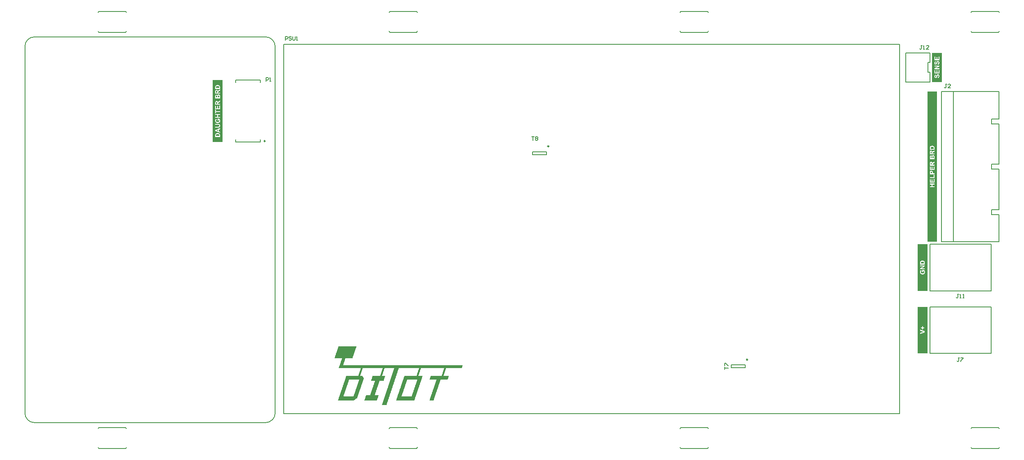
<source format=gto>
G04*
G04 #@! TF.GenerationSoftware,Altium Limited,Altium Designer,25.4.2 (15)*
G04*
G04 Layer_Color=65535*
%FSLAX44Y44*%
%MOMM*%
G71*
G04*
G04 #@! TF.SameCoordinates,CE68B810-5A0D-45E5-B586-DEE00FE4B9C3*
G04*
G04*
G04 #@! TF.FilePolarity,Positive*
G04*
G01*
G75*
%ADD10C,0.2000*%
%ADD11C,0.2500*%
%ADD12C,0.1524*%
G36*
X652569Y203752D02*
X652322D01*
Y203505D01*
Y203257D01*
Y203010D01*
X652074D01*
Y202762D01*
Y202514D01*
Y202267D01*
X651827D01*
Y202019D01*
Y201772D01*
Y201524D01*
X651579D01*
Y201276D01*
Y201029D01*
Y200781D01*
X651331D01*
Y200534D01*
Y200286D01*
Y200039D01*
X651084D01*
Y199791D01*
Y199543D01*
X650836D01*
Y199296D01*
Y199048D01*
Y198801D01*
X650589D01*
Y198553D01*
Y198305D01*
Y198058D01*
X650341D01*
Y197810D01*
Y197563D01*
Y197315D01*
X650094D01*
Y197067D01*
Y196820D01*
Y196572D01*
X649846D01*
Y196325D01*
Y196077D01*
Y195830D01*
X649598D01*
Y195582D01*
Y195334D01*
Y195087D01*
X649351D01*
Y194839D01*
Y194592D01*
Y194344D01*
X649103D01*
Y194096D01*
Y193849D01*
Y193601D01*
X648856D01*
Y193354D01*
Y193106D01*
Y192858D01*
X648608D01*
Y192611D01*
Y192363D01*
X648360D01*
Y192116D01*
Y191868D01*
Y191620D01*
X648113D01*
Y191373D01*
Y191125D01*
Y190878D01*
X647865D01*
Y190630D01*
Y190382D01*
Y190135D01*
X647618D01*
Y189887D01*
Y189640D01*
Y189392D01*
X647370D01*
Y189144D01*
Y188897D01*
Y188649D01*
X647122D01*
Y188402D01*
Y188154D01*
Y187906D01*
X646875D01*
Y187659D01*
Y187411D01*
Y187164D01*
X646627D01*
Y186916D01*
Y186668D01*
Y186421D01*
X646380D01*
Y186173D01*
Y185926D01*
Y185678D01*
X646132D01*
Y185431D01*
Y185183D01*
X645884D01*
Y184935D01*
Y184688D01*
Y184440D01*
X645637D01*
Y184193D01*
Y183945D01*
Y183697D01*
X645389D01*
Y183450D01*
Y183202D01*
Y182955D01*
X645142D01*
Y182707D01*
Y182460D01*
Y182212D01*
X644894D01*
Y181964D01*
Y181717D01*
Y181469D01*
X644647D01*
Y181222D01*
Y180974D01*
Y180726D01*
X644399D01*
Y180479D01*
Y180231D01*
Y179984D01*
X644151D01*
Y179736D01*
Y179488D01*
X629791D01*
Y179241D01*
X629543D01*
Y178993D01*
Y178746D01*
Y178498D01*
X629296D01*
Y178250D01*
Y178003D01*
Y177755D01*
X629048D01*
Y177508D01*
Y177260D01*
Y177012D01*
X628801D01*
Y176765D01*
Y176517D01*
Y176270D01*
X628553D01*
Y176022D01*
Y175774D01*
Y175527D01*
X628305D01*
Y175279D01*
Y175032D01*
Y174784D01*
X628058D01*
Y174536D01*
Y174289D01*
Y174041D01*
X627810D01*
Y173794D01*
Y173546D01*
Y173299D01*
X627563D01*
Y173051D01*
Y172803D01*
Y172556D01*
X627315D01*
Y172308D01*
Y172061D01*
Y171813D01*
X627067D01*
Y171565D01*
Y171318D01*
Y171070D01*
X626820D01*
Y170823D01*
Y170575D01*
Y170327D01*
X626572D01*
Y170080D01*
Y169832D01*
Y169585D01*
X626325D01*
Y169337D01*
Y169090D01*
Y168842D01*
X626077D01*
Y168594D01*
Y168347D01*
Y168099D01*
X625830D01*
Y167852D01*
Y167604D01*
Y167356D01*
X625582D01*
Y167109D01*
Y166861D01*
Y166614D01*
X625334D01*
Y166366D01*
Y166118D01*
Y165871D01*
X625087D01*
Y165623D01*
Y165376D01*
Y165128D01*
X871936D01*
Y164880D01*
X871689D01*
Y164633D01*
Y164385D01*
Y164138D01*
X871441D01*
Y164385D01*
X871193D01*
Y164138D01*
X871441D01*
Y163890D01*
Y163642D01*
X871193D01*
Y163395D01*
Y163147D01*
Y162900D01*
X870946D01*
Y162652D01*
Y162404D01*
X870698D01*
Y162157D01*
Y161909D01*
Y161662D01*
X870451D01*
Y161414D01*
Y161166D01*
X870203D01*
Y160919D01*
Y160671D01*
Y160424D01*
X869956D01*
Y160176D01*
Y159929D01*
Y159681D01*
X869708D01*
Y159433D01*
Y159186D01*
X837273D01*
Y158938D01*
Y158691D01*
Y158443D01*
X837026D01*
Y158195D01*
Y157948D01*
Y157700D01*
X836778D01*
Y157453D01*
Y157205D01*
X836531D01*
Y156957D01*
Y156710D01*
Y156462D01*
X836283D01*
Y156215D01*
Y155967D01*
Y155719D01*
X836035D01*
Y155472D01*
Y155224D01*
Y154977D01*
X835788D01*
Y154729D01*
Y154481D01*
Y154234D01*
X835540D01*
Y153986D01*
Y153739D01*
Y153491D01*
X835293D01*
Y153244D01*
Y152996D01*
Y152748D01*
X835045D01*
Y152501D01*
Y152253D01*
Y152006D01*
X834797D01*
Y151758D01*
Y151510D01*
Y151263D01*
X834550D01*
Y151015D01*
Y150768D01*
Y150520D01*
X834302D01*
Y150273D01*
Y150025D01*
Y149777D01*
X834055D01*
Y149530D01*
Y149282D01*
Y149035D01*
X833807D01*
Y148787D01*
Y148539D01*
Y148292D01*
X833559D01*
Y148044D01*
Y147796D01*
Y147549D01*
X833312D01*
Y147301D01*
Y147054D01*
Y146806D01*
X833064D01*
Y146559D01*
Y146311D01*
Y146063D01*
X832817D01*
Y145816D01*
Y145568D01*
Y145321D01*
X832569D01*
Y145073D01*
Y144825D01*
Y144578D01*
X832321D01*
Y144330D01*
Y144083D01*
Y143835D01*
X832074D01*
Y143588D01*
X843216D01*
Y143340D01*
Y143092D01*
Y142845D01*
X842968D01*
Y142597D01*
Y142350D01*
Y142102D01*
X842720D01*
Y141854D01*
Y141607D01*
Y141359D01*
X842473D01*
Y141111D01*
Y140864D01*
Y140616D01*
X842225D01*
Y140369D01*
Y140121D01*
Y139874D01*
X841978D01*
Y139626D01*
Y139378D01*
X841730D01*
Y139131D01*
Y138883D01*
Y138636D01*
X841482D01*
Y138388D01*
Y138140D01*
Y137893D01*
X841235D01*
Y137645D01*
Y137398D01*
Y137150D01*
X840987D01*
Y136903D01*
Y136655D01*
Y136407D01*
X840740D01*
Y136160D01*
Y135912D01*
Y135665D01*
X840492D01*
Y135417D01*
X825884D01*
Y135169D01*
Y134922D01*
Y134674D01*
X825637D01*
Y134427D01*
Y134179D01*
Y133931D01*
X825389D01*
Y133684D01*
Y133436D01*
Y133189D01*
X825141D01*
Y132941D01*
Y132693D01*
Y132446D01*
X824894D01*
Y132198D01*
Y131951D01*
Y131703D01*
X824646D01*
Y131455D01*
Y131208D01*
Y130960D01*
X824398D01*
Y130713D01*
Y130465D01*
X824151D01*
Y130218D01*
Y129970D01*
Y129722D01*
X823903D01*
Y129475D01*
Y129227D01*
Y128980D01*
X823656D01*
Y128732D01*
Y128484D01*
Y128237D01*
X823408D01*
Y127989D01*
Y127742D01*
Y127494D01*
X823161D01*
Y127246D01*
Y126999D01*
Y126751D01*
X822913D01*
Y126504D01*
Y126256D01*
Y126008D01*
X822665D01*
Y125761D01*
Y125513D01*
Y125266D01*
X822418D01*
Y125018D01*
Y124770D01*
Y124523D01*
X822170D01*
Y124275D01*
Y124028D01*
Y123780D01*
X821923D01*
Y123532D01*
Y123285D01*
Y123037D01*
X821675D01*
Y122790D01*
Y122542D01*
Y122295D01*
X821427D01*
Y122047D01*
Y121799D01*
Y121552D01*
X821180D01*
Y121304D01*
Y121057D01*
Y120809D01*
X820932D01*
Y120561D01*
Y120314D01*
Y120066D01*
X820685D01*
Y119819D01*
Y119571D01*
Y119323D01*
X820437D01*
Y119076D01*
Y118828D01*
Y118581D01*
X820190D01*
Y118333D01*
Y118085D01*
X819942D01*
Y117838D01*
Y117590D01*
Y117343D01*
X819694D01*
Y117095D01*
Y116847D01*
Y116600D01*
X819447D01*
Y116352D01*
Y116105D01*
Y115857D01*
X819199D01*
Y115610D01*
Y115362D01*
Y115114D01*
X818951D01*
Y114867D01*
Y114619D01*
Y114372D01*
X818704D01*
Y114124D01*
Y113876D01*
Y113629D01*
X818456D01*
Y113381D01*
Y113134D01*
Y112886D01*
X818209D01*
Y112638D01*
Y112391D01*
Y112143D01*
X817961D01*
Y111896D01*
Y111648D01*
Y111400D01*
X817714D01*
Y111153D01*
Y110905D01*
Y110658D01*
X817466D01*
Y110410D01*
Y110162D01*
Y109915D01*
X817218D01*
Y109667D01*
Y109420D01*
Y109172D01*
X816971D01*
Y108925D01*
Y108677D01*
Y108429D01*
X816723D01*
Y108182D01*
Y107934D01*
Y107687D01*
X816476D01*
Y107439D01*
Y107191D01*
Y106944D01*
X816228D01*
Y106696D01*
Y106449D01*
Y106201D01*
X815980D01*
Y105953D01*
Y105706D01*
Y105458D01*
X815733D01*
Y105211D01*
Y104963D01*
X815485D01*
Y104715D01*
Y104468D01*
Y104220D01*
X815238D01*
Y103973D01*
Y103725D01*
Y103477D01*
X814990D01*
Y103230D01*
Y102982D01*
Y102735D01*
X814742D01*
Y102487D01*
Y102240D01*
Y101992D01*
X814495D01*
Y101744D01*
Y101497D01*
Y101249D01*
X814247D01*
Y101002D01*
Y100754D01*
Y100506D01*
X814000D01*
Y100259D01*
Y100011D01*
Y99764D01*
X813752D01*
Y99516D01*
Y99268D01*
Y99021D01*
X813504D01*
Y98773D01*
Y98526D01*
Y98278D01*
X813257D01*
Y98031D01*
Y97783D01*
Y97535D01*
X813009D01*
Y97288D01*
Y97040D01*
Y96792D01*
X812762D01*
Y96545D01*
Y96297D01*
Y96050D01*
X812514D01*
Y95802D01*
Y95555D01*
Y95307D01*
X812266D01*
Y95059D01*
Y94812D01*
Y94564D01*
X812019D01*
Y94317D01*
Y94069D01*
Y93821D01*
X811771D01*
Y93574D01*
Y93326D01*
Y93079D01*
X811524D01*
Y92831D01*
X803106D01*
Y93079D01*
X803353D01*
Y93326D01*
Y93574D01*
Y93821D01*
X803601D01*
Y94069D01*
Y94317D01*
Y94564D01*
X803848D01*
Y94812D01*
Y95059D01*
Y95307D01*
X804096D01*
Y95555D01*
Y95802D01*
Y96050D01*
X804344D01*
Y96297D01*
Y96545D01*
Y96792D01*
X804591D01*
Y97040D01*
Y97288D01*
Y97535D01*
X804839D01*
Y97783D01*
Y98031D01*
Y98278D01*
X805086D01*
Y98526D01*
Y98773D01*
Y99021D01*
X805334D01*
Y99268D01*
Y99516D01*
Y99764D01*
X805582D01*
Y100011D01*
Y100259D01*
Y100506D01*
X805829D01*
Y100754D01*
Y101002D01*
Y101249D01*
X806077D01*
Y101497D01*
Y101744D01*
Y101992D01*
X806324D01*
Y102240D01*
Y102487D01*
Y102735D01*
X806572D01*
Y102982D01*
Y103230D01*
Y103477D01*
X806820D01*
Y103725D01*
Y103973D01*
Y104220D01*
X807067D01*
Y104468D01*
Y104715D01*
Y104963D01*
X807315D01*
Y105211D01*
Y105458D01*
X807562D01*
Y105706D01*
Y105953D01*
Y106201D01*
X807810D01*
Y106449D01*
Y106696D01*
Y106944D01*
X808057D01*
Y107191D01*
Y107439D01*
Y107687D01*
X808305D01*
Y107934D01*
Y108182D01*
Y108429D01*
X808553D01*
Y108677D01*
Y108925D01*
Y109172D01*
X808800D01*
Y109420D01*
Y109667D01*
Y109915D01*
X809048D01*
Y110162D01*
Y110410D01*
Y110658D01*
X809295D01*
Y110905D01*
Y111153D01*
Y111400D01*
X809543D01*
Y111648D01*
Y111896D01*
Y112143D01*
X809791D01*
Y112391D01*
Y112638D01*
Y112886D01*
X810038D01*
Y113134D01*
Y113381D01*
Y113629D01*
X810286D01*
Y113876D01*
Y114124D01*
Y114372D01*
X810533D01*
Y114619D01*
Y114867D01*
Y115114D01*
X810781D01*
Y115362D01*
Y115610D01*
Y115857D01*
X811029D01*
Y116105D01*
Y116352D01*
Y116600D01*
X811276D01*
Y116847D01*
Y117095D01*
Y117343D01*
X811524D01*
Y117590D01*
Y117838D01*
Y118085D01*
X811771D01*
Y118333D01*
Y118581D01*
X812019D01*
Y118828D01*
Y119076D01*
Y119323D01*
X812266D01*
Y119571D01*
Y119819D01*
Y120066D01*
X812514D01*
Y120314D01*
Y120561D01*
Y120809D01*
X812762D01*
Y121057D01*
Y121304D01*
Y121552D01*
X813009D01*
Y121799D01*
Y122047D01*
Y122295D01*
X813257D01*
Y122542D01*
Y122790D01*
Y123037D01*
X813504D01*
Y123285D01*
Y123532D01*
Y123780D01*
X813752D01*
Y124028D01*
Y124275D01*
Y124523D01*
X814000D01*
Y124770D01*
Y125018D01*
Y125266D01*
X814247D01*
Y125513D01*
Y125761D01*
Y126008D01*
X814495D01*
Y126256D01*
Y126504D01*
Y126751D01*
X814742D01*
Y126999D01*
Y127246D01*
Y127494D01*
X814990D01*
Y127742D01*
Y127989D01*
Y128237D01*
X815238D01*
Y128484D01*
Y128732D01*
Y128980D01*
X815485D01*
Y129227D01*
Y129475D01*
Y129722D01*
X815733D01*
Y129970D01*
Y130218D01*
Y130465D01*
X815980D01*
Y130713D01*
Y130960D01*
X816228D01*
Y131208D01*
Y131455D01*
Y131703D01*
X816476D01*
Y131951D01*
Y132198D01*
Y132446D01*
X816723D01*
Y132693D01*
Y132941D01*
Y133189D01*
X816971D01*
Y133436D01*
Y133684D01*
Y133931D01*
X817218D01*
Y134179D01*
Y134427D01*
Y134674D01*
X817466D01*
Y134922D01*
Y135169D01*
Y135417D01*
X803106D01*
Y135665D01*
Y135912D01*
X803353D01*
Y136160D01*
Y136407D01*
Y136655D01*
X803601D01*
Y136903D01*
Y137150D01*
Y137398D01*
X803848D01*
Y137645D01*
Y137893D01*
Y138140D01*
X804096D01*
Y138388D01*
Y138636D01*
Y138883D01*
X804344D01*
Y139131D01*
Y139378D01*
Y139626D01*
X804591D01*
Y139874D01*
Y140121D01*
Y140369D01*
X804839D01*
Y140616D01*
Y140864D01*
Y141111D01*
X805086D01*
Y141359D01*
Y141607D01*
Y141854D01*
X805334D01*
Y142102D01*
Y142350D01*
Y142597D01*
X805582D01*
Y142845D01*
Y143092D01*
Y143340D01*
X805829D01*
Y143588D01*
X828360D01*
Y143835D01*
Y144083D01*
Y144330D01*
X828608D01*
Y144578D01*
Y144825D01*
Y145073D01*
X828855D01*
Y145321D01*
Y145568D01*
Y145816D01*
X829103D01*
Y146063D01*
Y146311D01*
Y146559D01*
X829350D01*
Y146806D01*
Y147054D01*
Y147301D01*
X829598D01*
Y147549D01*
Y147796D01*
Y148044D01*
X829846D01*
Y148292D01*
Y148539D01*
Y148787D01*
X830093D01*
Y149035D01*
Y149282D01*
Y149530D01*
X830341D01*
Y149777D01*
Y150025D01*
Y150273D01*
X830588D01*
Y150520D01*
Y150768D01*
Y151015D01*
X830836D01*
Y151263D01*
Y151510D01*
Y151758D01*
X831084D01*
Y152006D01*
Y152253D01*
Y152501D01*
X831331D01*
Y152748D01*
Y152996D01*
Y153244D01*
X831579D01*
Y153491D01*
Y153739D01*
Y153986D01*
X831826D01*
Y154234D01*
Y154481D01*
Y154729D01*
X832074D01*
Y154977D01*
Y155224D01*
Y155472D01*
X832321D01*
Y155719D01*
Y155967D01*
Y156215D01*
X832569D01*
Y156462D01*
Y156710D01*
Y156957D01*
X832817D01*
Y157205D01*
Y157453D01*
Y157700D01*
X833064D01*
Y157948D01*
Y158195D01*
Y158443D01*
X833312D01*
Y158691D01*
Y158938D01*
Y159186D01*
X785527D01*
Y158938D01*
Y158691D01*
X785279D01*
Y158443D01*
Y158195D01*
Y157948D01*
X785031D01*
Y157700D01*
Y157453D01*
Y157205D01*
X784784D01*
Y156957D01*
Y156710D01*
X784536D01*
Y156462D01*
Y156215D01*
Y155967D01*
X784289D01*
Y155719D01*
Y155472D01*
Y155224D01*
X784041D01*
Y154977D01*
Y154729D01*
Y154481D01*
X783793D01*
Y154234D01*
Y153986D01*
Y153739D01*
X783546D01*
Y153491D01*
Y153244D01*
Y152996D01*
X783298D01*
Y152748D01*
Y152501D01*
Y152253D01*
X783051D01*
Y152006D01*
Y151758D01*
Y151510D01*
X782803D01*
Y151263D01*
Y151015D01*
Y150768D01*
X782555D01*
Y150520D01*
Y150273D01*
Y150025D01*
X782308D01*
Y149777D01*
Y149530D01*
Y149282D01*
X782060D01*
Y149035D01*
Y148787D01*
Y148539D01*
X781813D01*
Y148292D01*
Y148044D01*
Y147796D01*
X781565D01*
Y147549D01*
Y147301D01*
Y147054D01*
X781318D01*
Y146806D01*
Y146559D01*
Y146311D01*
X781070D01*
Y146063D01*
Y145816D01*
Y145568D01*
X780822D01*
Y145321D01*
Y145073D01*
Y144825D01*
X780575D01*
Y144578D01*
Y144330D01*
Y144083D01*
X780327D01*
Y143835D01*
Y143588D01*
X789240D01*
Y143340D01*
X788993D01*
Y143092D01*
Y142845D01*
X788745D01*
Y142597D01*
Y142350D01*
Y142102D01*
X788498D01*
Y141854D01*
Y141607D01*
Y141359D01*
X788250D01*
Y141111D01*
Y140864D01*
Y140616D01*
X788002D01*
Y140369D01*
Y140121D01*
Y139874D01*
X787755D01*
Y139626D01*
Y139378D01*
Y139131D01*
X787507D01*
Y138883D01*
Y138636D01*
Y138388D01*
X787260D01*
Y138140D01*
Y137893D01*
Y137645D01*
X787012D01*
Y137398D01*
Y137150D01*
Y136903D01*
X786765D01*
Y136655D01*
Y136407D01*
Y136160D01*
X786517D01*
Y135912D01*
Y135665D01*
Y135417D01*
X786269D01*
Y135169D01*
Y134922D01*
Y134674D01*
X786022D01*
Y134427D01*
Y134179D01*
Y133931D01*
X785774D01*
Y133684D01*
Y133436D01*
Y133189D01*
X785527D01*
Y132941D01*
Y132693D01*
Y132446D01*
X785279D01*
Y132198D01*
Y131951D01*
Y131703D01*
X785031D01*
Y131455D01*
Y131208D01*
Y130960D01*
X784784D01*
Y130713D01*
Y130465D01*
X784536D01*
Y130218D01*
Y129970D01*
Y129722D01*
X784289D01*
Y129475D01*
Y129227D01*
Y128980D01*
X784041D01*
Y128732D01*
Y128484D01*
Y128237D01*
X783793D01*
Y127989D01*
Y127742D01*
Y127494D01*
X783546D01*
Y127246D01*
Y126999D01*
Y126751D01*
X783298D01*
Y126504D01*
Y126256D01*
Y126008D01*
X783051D01*
Y125761D01*
Y125513D01*
Y125266D01*
X782803D01*
Y125018D01*
Y124770D01*
Y124523D01*
X782555D01*
Y124275D01*
Y124028D01*
Y123780D01*
X782308D01*
Y123532D01*
Y123285D01*
Y123037D01*
X782060D01*
Y122790D01*
Y122542D01*
Y122295D01*
X781813D01*
Y122047D01*
Y121799D01*
Y121552D01*
X781565D01*
Y121304D01*
Y121057D01*
Y120809D01*
X781318D01*
Y120561D01*
Y120314D01*
Y120066D01*
X781070D01*
Y119819D01*
Y119571D01*
Y119323D01*
X780822D01*
Y119076D01*
Y118828D01*
Y118581D01*
X780575D01*
Y118333D01*
Y118085D01*
X780327D01*
Y117838D01*
Y117590D01*
Y117343D01*
X780079D01*
Y117095D01*
Y116847D01*
Y116600D01*
X779832D01*
Y116352D01*
Y116105D01*
Y115857D01*
X779584D01*
Y115610D01*
Y115362D01*
Y115114D01*
X779337D01*
Y114867D01*
Y114619D01*
Y114372D01*
X779089D01*
Y114124D01*
Y113876D01*
Y113629D01*
X778841D01*
Y113381D01*
Y113134D01*
Y112886D01*
X778594D01*
Y112638D01*
Y112391D01*
Y112143D01*
X778346D01*
Y111896D01*
Y111648D01*
Y111400D01*
X778099D01*
Y111153D01*
Y110905D01*
Y110658D01*
X777851D01*
Y110410D01*
Y110162D01*
Y109915D01*
X777604D01*
Y109667D01*
Y109420D01*
Y109172D01*
X777356D01*
Y108925D01*
Y108677D01*
Y108429D01*
X777108D01*
Y108182D01*
Y107934D01*
Y107687D01*
X776861D01*
Y107439D01*
Y107191D01*
Y106944D01*
X776613D01*
Y106696D01*
Y106449D01*
Y106201D01*
X776366D01*
Y105953D01*
Y105706D01*
Y105458D01*
X776118D01*
Y105211D01*
Y104963D01*
X775870D01*
Y104715D01*
Y104468D01*
Y104220D01*
X775623D01*
Y103973D01*
Y103725D01*
Y103477D01*
X775375D01*
Y103230D01*
Y102982D01*
Y102735D01*
X775128D01*
Y102487D01*
Y102240D01*
Y101992D01*
X774880D01*
Y101744D01*
Y101497D01*
Y101249D01*
X774632D01*
Y101002D01*
Y100754D01*
Y100506D01*
X774385D01*
Y100259D01*
Y100011D01*
Y99764D01*
X774137D01*
Y99516D01*
Y99268D01*
Y99021D01*
X773890D01*
Y98773D01*
Y98526D01*
Y98278D01*
X773642D01*
Y98031D01*
Y97783D01*
Y97535D01*
X773394D01*
Y97288D01*
Y97040D01*
Y96792D01*
X773147D01*
Y96545D01*
Y96297D01*
Y96050D01*
X772899D01*
Y95802D01*
Y95555D01*
Y95307D01*
X772652D01*
Y95059D01*
Y94812D01*
Y94564D01*
X772404D01*
Y94317D01*
Y94069D01*
Y93821D01*
X772157D01*
Y93574D01*
Y93326D01*
Y93079D01*
X771909D01*
Y92831D01*
X734275D01*
Y93079D01*
X734522D01*
Y93326D01*
Y93574D01*
Y93821D01*
X734770D01*
Y94069D01*
Y94317D01*
Y94564D01*
X735018D01*
Y94812D01*
Y95059D01*
Y95307D01*
X735265D01*
Y95555D01*
Y95802D01*
Y96050D01*
X735513D01*
Y96297D01*
Y96545D01*
Y96792D01*
X735760D01*
Y97040D01*
Y97288D01*
Y97535D01*
X736008D01*
Y97783D01*
Y98031D01*
Y98278D01*
X736256D01*
Y98526D01*
Y98773D01*
Y99021D01*
X736503D01*
Y99268D01*
Y99516D01*
Y99764D01*
X736751D01*
Y100011D01*
Y100259D01*
Y100506D01*
X736998D01*
Y100754D01*
Y101002D01*
Y101249D01*
X737246D01*
Y101497D01*
Y101744D01*
Y101992D01*
X737494D01*
Y102240D01*
Y102487D01*
Y102735D01*
X737741D01*
Y102982D01*
Y103230D01*
Y103477D01*
X737989D01*
Y103725D01*
Y103973D01*
Y104220D01*
X738236D01*
Y104468D01*
Y104715D01*
Y104963D01*
X738484D01*
Y105211D01*
Y105458D01*
X738732D01*
Y105706D01*
Y105953D01*
Y106201D01*
X738979D01*
Y106449D01*
Y106696D01*
Y106944D01*
X739227D01*
Y107191D01*
Y107439D01*
Y107687D01*
X739474D01*
Y107934D01*
Y108182D01*
Y108429D01*
X739722D01*
Y108677D01*
Y108925D01*
Y109172D01*
X739969D01*
Y109420D01*
Y109667D01*
Y109915D01*
X740217D01*
Y110162D01*
Y110410D01*
Y110658D01*
X740465D01*
Y110905D01*
Y111153D01*
Y111400D01*
X740712D01*
Y111648D01*
Y111896D01*
Y112143D01*
X740960D01*
Y112391D01*
Y112638D01*
Y112886D01*
X741208D01*
Y113134D01*
Y113381D01*
Y113629D01*
X741455D01*
Y113876D01*
Y114124D01*
Y114372D01*
X741703D01*
Y114619D01*
Y114867D01*
Y115114D01*
X741950D01*
Y115362D01*
Y115610D01*
Y115857D01*
X742198D01*
Y116105D01*
Y116352D01*
Y116600D01*
X742446D01*
Y116847D01*
Y117095D01*
Y117343D01*
X742693D01*
Y117590D01*
Y117838D01*
Y118085D01*
X742941D01*
Y118333D01*
Y118581D01*
X743188D01*
Y118828D01*
Y119076D01*
Y119323D01*
X743436D01*
Y119571D01*
Y119819D01*
Y120066D01*
X743683D01*
Y120314D01*
Y120561D01*
Y120809D01*
X743931D01*
Y121057D01*
Y121304D01*
Y121552D01*
X744179D01*
Y121799D01*
Y122047D01*
Y122295D01*
X744426D01*
Y122542D01*
Y122790D01*
Y123037D01*
X744674D01*
Y123285D01*
Y123532D01*
Y123780D01*
X744921D01*
Y124028D01*
Y124275D01*
Y124523D01*
X745169D01*
Y124770D01*
Y125018D01*
Y125266D01*
X745417D01*
Y125513D01*
Y125761D01*
Y126008D01*
X745664D01*
Y126256D01*
Y126504D01*
Y126751D01*
X745912D01*
Y126999D01*
Y127246D01*
Y127494D01*
X746159D01*
Y127742D01*
Y127989D01*
Y128237D01*
X746407D01*
Y128484D01*
Y128732D01*
Y128980D01*
X746655D01*
Y129227D01*
Y129475D01*
Y129722D01*
X746902D01*
Y129970D01*
Y130218D01*
Y130465D01*
X747150D01*
Y130713D01*
Y130960D01*
X747397D01*
Y131208D01*
Y131455D01*
Y131703D01*
X747645D01*
Y131951D01*
Y132198D01*
Y132446D01*
X747893D01*
Y132693D01*
Y132941D01*
Y133189D01*
X748140D01*
Y133436D01*
Y133684D01*
Y133931D01*
X748388D01*
Y134179D01*
Y134427D01*
Y134674D01*
X748635D01*
Y134922D01*
Y135169D01*
Y135417D01*
X748883D01*
Y135665D01*
Y135912D01*
Y136160D01*
X749130D01*
Y136407D01*
Y136655D01*
Y136903D01*
X749378D01*
Y137150D01*
Y137398D01*
Y137645D01*
X749626D01*
Y137893D01*
Y138140D01*
Y138388D01*
X749873D01*
Y138636D01*
Y138883D01*
Y139131D01*
X750121D01*
Y139378D01*
Y139626D01*
Y139874D01*
X750368D01*
Y140121D01*
Y140369D01*
Y140616D01*
X750616D01*
Y140864D01*
Y141111D01*
Y141359D01*
X750864D01*
Y141607D01*
Y141854D01*
Y142102D01*
X751111D01*
Y142350D01*
Y142597D01*
Y142845D01*
X751359D01*
Y143092D01*
Y143340D01*
X751606D01*
Y143588D01*
X776366D01*
Y143835D01*
X776613D01*
Y144083D01*
Y144330D01*
Y144578D01*
X776861D01*
Y144825D01*
Y145073D01*
Y145321D01*
X777108D01*
Y145568D01*
Y145816D01*
Y146063D01*
X777356D01*
Y146311D01*
Y146559D01*
Y146806D01*
X777604D01*
Y147054D01*
Y147301D01*
Y147549D01*
X777851D01*
Y147796D01*
Y148044D01*
Y148292D01*
X778099D01*
Y148539D01*
Y148787D01*
Y149035D01*
X778346D01*
Y149282D01*
Y149530D01*
Y149777D01*
X778594D01*
Y150025D01*
Y150273D01*
Y150520D01*
X778841D01*
Y150768D01*
Y151015D01*
Y151263D01*
X779089D01*
Y151510D01*
Y151758D01*
Y152006D01*
X779337D01*
Y152253D01*
Y152501D01*
Y152748D01*
X779584D01*
Y152996D01*
Y153244D01*
Y153491D01*
X779832D01*
Y153739D01*
Y153986D01*
Y154234D01*
X780079D01*
Y154481D01*
Y154729D01*
Y154977D01*
X780327D01*
Y155224D01*
Y155472D01*
Y155719D01*
X780575D01*
Y155967D01*
Y156215D01*
Y156462D01*
X780822D01*
Y156710D01*
Y156957D01*
Y157205D01*
X781070D01*
Y157453D01*
Y157700D01*
Y157948D01*
X781318D01*
Y158195D01*
Y158443D01*
Y158691D01*
X781565D01*
Y158938D01*
Y159186D01*
X739722D01*
Y158938D01*
Y158691D01*
X739474D01*
Y158443D01*
Y158195D01*
Y157948D01*
X739227D01*
Y157700D01*
Y157453D01*
Y157205D01*
X738979D01*
Y156957D01*
Y156710D01*
Y156462D01*
X738732D01*
Y156215D01*
Y155967D01*
Y155719D01*
X738484D01*
Y155472D01*
Y155224D01*
Y154977D01*
X738236D01*
Y154729D01*
Y154481D01*
Y154234D01*
X737989D01*
Y153986D01*
Y153739D01*
Y153491D01*
X737741D01*
Y153244D01*
Y152996D01*
Y152748D01*
X737494D01*
Y152501D01*
Y152253D01*
Y152006D01*
X737246D01*
Y151758D01*
Y151510D01*
Y151263D01*
X736998D01*
Y151015D01*
Y150768D01*
Y150520D01*
X736751D01*
Y150273D01*
Y150025D01*
Y149777D01*
X736503D01*
Y149530D01*
Y149282D01*
Y149035D01*
X736256D01*
Y148787D01*
Y148539D01*
Y148292D01*
X736008D01*
Y148044D01*
Y147796D01*
Y147549D01*
X735760D01*
Y147301D01*
Y147054D01*
Y146806D01*
X735513D01*
Y146559D01*
Y146311D01*
Y146063D01*
X735265D01*
Y145816D01*
Y145568D01*
Y145321D01*
X735018D01*
Y145073D01*
Y144825D01*
Y144578D01*
X734770D01*
Y144330D01*
Y144083D01*
Y143835D01*
X734522D01*
Y143588D01*
Y143340D01*
Y143092D01*
X734275D01*
Y142845D01*
Y142597D01*
Y142350D01*
X734027D01*
Y142102D01*
Y141854D01*
Y141607D01*
X733780D01*
Y141359D01*
Y141111D01*
Y140864D01*
X733532D01*
Y140616D01*
Y140369D01*
Y140121D01*
X733285D01*
Y139874D01*
Y139626D01*
Y139378D01*
X733037D01*
Y139131D01*
Y138883D01*
Y138636D01*
X732789D01*
Y138388D01*
Y138140D01*
Y137893D01*
X732542D01*
Y137645D01*
Y137398D01*
Y137150D01*
X732294D01*
Y136903D01*
Y136655D01*
Y136407D01*
X732047D01*
Y136160D01*
Y135912D01*
Y135665D01*
X731799D01*
Y135417D01*
Y135169D01*
Y134922D01*
X731551D01*
Y134674D01*
Y134427D01*
Y134179D01*
X731304D01*
Y133931D01*
Y133684D01*
Y133436D01*
X731056D01*
Y133189D01*
Y132941D01*
Y132693D01*
X730809D01*
Y132446D01*
Y132198D01*
Y131951D01*
X730561D01*
Y131703D01*
Y131455D01*
Y131208D01*
X730313D01*
Y130960D01*
Y130713D01*
Y130465D01*
X730066D01*
Y130218D01*
Y129970D01*
Y129722D01*
X729818D01*
Y129475D01*
Y129227D01*
Y128980D01*
X729571D01*
Y128732D01*
Y128484D01*
Y128237D01*
X729323D01*
Y127989D01*
Y127742D01*
Y127494D01*
X729075D01*
Y127246D01*
Y126999D01*
Y126751D01*
X728828D01*
Y126504D01*
Y126256D01*
Y126008D01*
X728580D01*
Y125761D01*
Y125513D01*
Y125266D01*
X728333D01*
Y125018D01*
Y124770D01*
Y124523D01*
X728085D01*
Y124275D01*
Y124028D01*
Y123780D01*
X727838D01*
Y123532D01*
Y123285D01*
Y123037D01*
X727590D01*
Y122790D01*
Y122542D01*
Y122295D01*
X727342D01*
Y122047D01*
Y121799D01*
Y121552D01*
X727095D01*
Y121304D01*
Y121057D01*
Y120809D01*
X726847D01*
Y120561D01*
Y120314D01*
Y120066D01*
X726600D01*
Y119819D01*
Y119571D01*
Y119323D01*
X726352D01*
Y119076D01*
Y118828D01*
Y118581D01*
X726104D01*
Y118333D01*
Y118085D01*
Y117838D01*
X725857D01*
Y117590D01*
Y117343D01*
Y117095D01*
X725609D01*
Y116847D01*
Y116600D01*
Y116352D01*
X725362D01*
Y116105D01*
Y115857D01*
Y115610D01*
X725114D01*
Y115362D01*
Y115114D01*
Y114867D01*
X724866D01*
Y114619D01*
Y114372D01*
Y114124D01*
X724619D01*
Y113876D01*
Y113629D01*
Y113381D01*
X724371D01*
Y113134D01*
Y112886D01*
Y112638D01*
X724124D01*
Y112391D01*
Y112143D01*
Y111896D01*
X723876D01*
Y111648D01*
Y111400D01*
Y111153D01*
X723628D01*
Y110905D01*
Y110658D01*
Y110410D01*
X723381D01*
Y110162D01*
Y109915D01*
Y109667D01*
X723133D01*
Y109420D01*
Y109172D01*
Y108925D01*
X722886D01*
Y108677D01*
Y108429D01*
Y108182D01*
X722638D01*
Y107934D01*
Y107687D01*
Y107439D01*
X722391D01*
Y107191D01*
Y106944D01*
Y106696D01*
X722143D01*
Y106449D01*
Y106201D01*
Y105953D01*
X721895D01*
Y105706D01*
Y105458D01*
Y105211D01*
X721648D01*
Y104963D01*
Y104715D01*
Y104468D01*
X721400D01*
Y104220D01*
Y103973D01*
Y103725D01*
X721152D01*
Y103477D01*
Y103230D01*
Y102982D01*
X720905D01*
Y102735D01*
Y102487D01*
Y102240D01*
X720657D01*
Y101992D01*
Y101744D01*
Y101497D01*
X720410D01*
Y101249D01*
Y101002D01*
Y100754D01*
X720162D01*
Y100506D01*
Y100259D01*
Y100011D01*
X719915D01*
Y99764D01*
Y99516D01*
Y99268D01*
X719667D01*
Y99021D01*
Y98773D01*
Y98526D01*
X719419D01*
Y98278D01*
Y98031D01*
Y97783D01*
X719172D01*
Y97535D01*
Y97288D01*
Y97040D01*
X718924D01*
Y96792D01*
Y96545D01*
Y96297D01*
X718677D01*
Y96050D01*
Y95802D01*
Y95555D01*
X718429D01*
Y95307D01*
Y95059D01*
Y94812D01*
X718181D01*
Y94564D01*
Y94317D01*
Y94069D01*
X717934D01*
Y93821D01*
Y93574D01*
Y93326D01*
X717686D01*
Y93079D01*
Y92831D01*
Y92583D01*
X717439D01*
Y92336D01*
Y92088D01*
Y91841D01*
X717191D01*
Y91593D01*
Y91346D01*
Y91098D01*
X716943D01*
Y90850D01*
Y90603D01*
Y90355D01*
X716696D01*
Y90107D01*
Y89860D01*
Y89612D01*
X716448D01*
Y89365D01*
Y89117D01*
Y88869D01*
X716201D01*
Y88622D01*
Y88374D01*
Y88127D01*
X715953D01*
Y87879D01*
Y87632D01*
Y87384D01*
X715705D01*
Y87136D01*
Y86889D01*
Y86641D01*
X715458D01*
Y86394D01*
Y86146D01*
Y85898D01*
X715210D01*
Y85651D01*
Y85403D01*
Y85156D01*
X714963D01*
Y84908D01*
Y84661D01*
Y84413D01*
X714715D01*
Y84165D01*
Y83918D01*
Y83670D01*
X714467D01*
Y83422D01*
X705059D01*
Y83670D01*
X705307D01*
Y83918D01*
Y84165D01*
Y84413D01*
X705554D01*
Y84661D01*
Y84908D01*
Y85156D01*
X705802D01*
Y85403D01*
Y85651D01*
Y85898D01*
X706049D01*
Y86146D01*
Y86394D01*
Y86641D01*
X706297D01*
Y86889D01*
Y87136D01*
Y87384D01*
X706545D01*
Y87632D01*
Y87879D01*
Y88127D01*
X706792D01*
Y88374D01*
Y88622D01*
Y88869D01*
X707040D01*
Y89117D01*
Y89365D01*
Y89612D01*
X707287D01*
Y89860D01*
Y90107D01*
Y90355D01*
X707535D01*
Y90603D01*
Y90850D01*
Y91098D01*
X707783D01*
Y91346D01*
Y91593D01*
Y91841D01*
X708030D01*
Y92088D01*
Y92336D01*
Y92583D01*
X708278D01*
Y92831D01*
Y93079D01*
Y93326D01*
X708525D01*
Y93574D01*
Y93821D01*
Y94069D01*
X708773D01*
Y94317D01*
Y94564D01*
Y94812D01*
X709020D01*
Y95059D01*
Y95307D01*
Y95555D01*
X709268D01*
Y95802D01*
Y96050D01*
Y96297D01*
X709516D01*
Y96545D01*
Y96792D01*
Y97040D01*
X709763D01*
Y97288D01*
Y97535D01*
Y97783D01*
X710011D01*
Y98031D01*
Y98278D01*
Y98526D01*
X710258D01*
Y98773D01*
Y99021D01*
Y99268D01*
X710506D01*
Y99516D01*
Y99764D01*
Y100011D01*
X710754D01*
Y100259D01*
Y100506D01*
Y100754D01*
X711001D01*
Y101002D01*
Y101249D01*
Y101497D01*
X711249D01*
Y101744D01*
Y101992D01*
Y102240D01*
X711496D01*
Y102487D01*
Y102735D01*
Y102982D01*
X711744D01*
Y103230D01*
Y103477D01*
Y103725D01*
X711992D01*
Y103973D01*
Y104220D01*
Y104468D01*
X712239D01*
Y104715D01*
Y104963D01*
Y105211D01*
X712487D01*
Y105458D01*
Y105706D01*
Y105953D01*
X712734D01*
Y106201D01*
Y106449D01*
Y106696D01*
X712982D01*
Y106944D01*
Y107191D01*
Y107439D01*
X713230D01*
Y107687D01*
Y107934D01*
Y108182D01*
X713477D01*
Y108429D01*
Y108677D01*
Y108925D01*
X713725D01*
Y109172D01*
Y109420D01*
Y109667D01*
X713972D01*
Y109915D01*
Y110162D01*
Y110410D01*
X714220D01*
Y110658D01*
Y110905D01*
Y111153D01*
X714467D01*
Y111400D01*
Y111648D01*
Y111896D01*
X714715D01*
Y112143D01*
Y112391D01*
Y112638D01*
X714963D01*
Y112886D01*
Y113134D01*
Y113381D01*
X715210D01*
Y113629D01*
Y113876D01*
Y114124D01*
X715458D01*
Y114372D01*
Y114619D01*
Y114867D01*
X715705D01*
Y115114D01*
Y115362D01*
Y115610D01*
X715953D01*
Y115857D01*
Y116105D01*
Y116352D01*
X716201D01*
Y116600D01*
Y116847D01*
Y117095D01*
X716448D01*
Y117343D01*
Y117590D01*
Y117838D01*
X716696D01*
Y118085D01*
Y118333D01*
Y118581D01*
X716943D01*
Y118828D01*
Y119076D01*
Y119323D01*
X717191D01*
Y119571D01*
Y119819D01*
Y120066D01*
X717439D01*
Y120314D01*
Y120561D01*
Y120809D01*
X717686D01*
Y121057D01*
Y121304D01*
Y121552D01*
X717934D01*
Y121799D01*
Y122047D01*
Y122295D01*
X718181D01*
Y122542D01*
Y122790D01*
Y123037D01*
X718429D01*
Y123285D01*
Y123532D01*
Y123780D01*
X718677D01*
Y124028D01*
Y124275D01*
Y124523D01*
X718924D01*
Y124770D01*
Y125018D01*
Y125266D01*
X719172D01*
Y125513D01*
Y125761D01*
Y126008D01*
X719419D01*
Y126256D01*
Y126504D01*
Y126751D01*
X719667D01*
Y126999D01*
Y127246D01*
Y127494D01*
X719915D01*
Y127742D01*
Y127989D01*
Y128237D01*
X720162D01*
Y128484D01*
Y128732D01*
Y128980D01*
X720410D01*
Y129227D01*
Y129475D01*
Y129722D01*
X720657D01*
Y129970D01*
Y130218D01*
Y130465D01*
X720905D01*
Y130713D01*
Y130960D01*
Y131208D01*
X721152D01*
Y131455D01*
Y131703D01*
Y131951D01*
X721400D01*
Y132198D01*
Y132446D01*
Y132693D01*
X721648D01*
Y132941D01*
Y133189D01*
Y133436D01*
X721895D01*
Y133684D01*
Y133931D01*
Y134179D01*
X722143D01*
Y134427D01*
Y134674D01*
Y134922D01*
X722391D01*
Y135169D01*
Y135417D01*
Y135665D01*
X722638D01*
Y135912D01*
Y136160D01*
Y136407D01*
X722886D01*
Y136655D01*
Y136903D01*
Y137150D01*
X723133D01*
Y137398D01*
Y137645D01*
Y137893D01*
X723381D01*
Y138140D01*
Y138388D01*
Y138636D01*
X723628D01*
Y138883D01*
Y139131D01*
Y139378D01*
X723876D01*
Y139626D01*
Y139874D01*
Y140121D01*
X724124D01*
Y140369D01*
Y140616D01*
Y140864D01*
X724371D01*
Y141111D01*
Y141359D01*
Y141607D01*
X724619D01*
Y141854D01*
Y142102D01*
Y142350D01*
X724866D01*
Y142597D01*
Y142845D01*
Y143092D01*
X725114D01*
Y143340D01*
Y143588D01*
Y143835D01*
X725362D01*
Y144083D01*
Y144330D01*
Y144578D01*
X725609D01*
Y144825D01*
Y145073D01*
Y145321D01*
X725857D01*
Y145568D01*
Y145816D01*
Y146063D01*
X726104D01*
Y146311D01*
Y146559D01*
Y146806D01*
X726352D01*
Y147054D01*
Y147301D01*
Y147549D01*
X726600D01*
Y147796D01*
Y148044D01*
Y148292D01*
X726847D01*
Y148539D01*
Y148787D01*
Y149035D01*
X727095D01*
Y149282D01*
Y149530D01*
Y149777D01*
X727342D01*
Y150025D01*
Y150273D01*
Y150520D01*
X727590D01*
Y150768D01*
Y151015D01*
Y151263D01*
X727838D01*
Y151510D01*
Y151758D01*
Y152006D01*
X728085D01*
Y152253D01*
Y152501D01*
Y152748D01*
X728333D01*
Y152996D01*
Y153244D01*
Y153491D01*
X728580D01*
Y153739D01*
Y153986D01*
Y154234D01*
X728828D01*
Y154481D01*
Y154729D01*
Y154977D01*
X729075D01*
Y155224D01*
Y155472D01*
Y155719D01*
X729323D01*
Y155967D01*
Y156215D01*
Y156462D01*
X729571D01*
Y156710D01*
Y156957D01*
Y157205D01*
X729818D01*
Y157453D01*
Y157700D01*
Y157948D01*
X730066D01*
Y158195D01*
Y158443D01*
Y158691D01*
X730313D01*
Y158938D01*
Y159186D01*
X710506D01*
Y158938D01*
Y158691D01*
X710258D01*
Y158443D01*
Y158195D01*
Y157948D01*
X710011D01*
Y157700D01*
Y157453D01*
X709763D01*
Y157205D01*
Y156957D01*
Y156710D01*
X709516D01*
Y156462D01*
Y156215D01*
Y155967D01*
X709268D01*
Y155719D01*
Y155472D01*
Y155224D01*
X709020D01*
Y154977D01*
Y154729D01*
Y154481D01*
X708773D01*
Y154234D01*
Y153986D01*
Y153739D01*
X708525D01*
Y153491D01*
Y153244D01*
Y152996D01*
X708278D01*
Y152748D01*
Y152501D01*
Y152253D01*
X708030D01*
Y152006D01*
Y151758D01*
Y151510D01*
X707783D01*
Y151263D01*
Y151015D01*
Y150768D01*
X707535D01*
Y150520D01*
Y150273D01*
Y150025D01*
X707287D01*
Y149777D01*
Y149530D01*
Y149282D01*
X707040D01*
Y149035D01*
Y148787D01*
Y148539D01*
X706792D01*
Y148292D01*
Y148044D01*
Y147796D01*
X706545D01*
Y147549D01*
Y147301D01*
Y147054D01*
X706297D01*
Y146806D01*
Y146559D01*
Y146311D01*
X706049D01*
Y146063D01*
Y145816D01*
Y145568D01*
X705802D01*
Y145321D01*
Y145073D01*
Y144825D01*
X705554D01*
Y144578D01*
Y144330D01*
Y144083D01*
X705307D01*
Y143835D01*
X711992D01*
Y143588D01*
Y143340D01*
X711744D01*
Y143092D01*
Y142845D01*
Y142597D01*
X711496D01*
Y142350D01*
Y142102D01*
Y141854D01*
X711249D01*
Y141607D01*
Y141359D01*
Y141111D01*
X711001D01*
Y140864D01*
Y140616D01*
Y140369D01*
X710754D01*
Y140121D01*
Y139874D01*
Y139626D01*
X710506D01*
Y139378D01*
Y139131D01*
Y138883D01*
X710258D01*
Y138636D01*
Y138388D01*
Y138140D01*
X710011D01*
Y137893D01*
Y137645D01*
Y137398D01*
X709763D01*
Y137150D01*
Y136903D01*
Y136655D01*
X709516D01*
Y136407D01*
Y136160D01*
Y135912D01*
X709268D01*
Y135665D01*
Y135417D01*
Y135169D01*
X709020D01*
Y134922D01*
Y134674D01*
Y134427D01*
X708773D01*
Y134179D01*
Y133931D01*
Y133684D01*
X708525D01*
Y133436D01*
Y133189D01*
Y132941D01*
X700107D01*
Y132693D01*
Y132446D01*
X699860D01*
Y132198D01*
Y131951D01*
Y131703D01*
X699612D01*
Y131455D01*
Y131208D01*
Y130960D01*
X699364D01*
Y130713D01*
Y130465D01*
X699117D01*
Y130218D01*
Y129970D01*
Y129722D01*
X698869D01*
Y129475D01*
Y129227D01*
Y128980D01*
X698622D01*
Y128732D01*
Y128484D01*
Y128237D01*
X698374D01*
Y127989D01*
Y127742D01*
Y127494D01*
X698126D01*
Y127246D01*
Y126999D01*
Y126751D01*
X697879D01*
Y126504D01*
Y126256D01*
Y126008D01*
X697631D01*
Y125761D01*
Y125513D01*
Y125266D01*
X697384D01*
Y125018D01*
Y124770D01*
Y124523D01*
X697136D01*
Y124275D01*
Y124028D01*
Y123780D01*
X696889D01*
Y123532D01*
Y123285D01*
Y123037D01*
X696641D01*
Y122790D01*
Y122542D01*
Y122295D01*
X696393D01*
Y122047D01*
Y121799D01*
Y121552D01*
X696146D01*
Y121304D01*
Y121057D01*
Y120809D01*
X695898D01*
Y120561D01*
Y120314D01*
Y120066D01*
X695650D01*
Y119819D01*
Y119571D01*
Y119323D01*
X695403D01*
Y119076D01*
Y118828D01*
Y118581D01*
X695155D01*
Y118333D01*
Y118085D01*
X694908D01*
Y117838D01*
Y117590D01*
Y117343D01*
X694660D01*
Y117095D01*
Y116847D01*
Y116600D01*
X694413D01*
Y116352D01*
Y116105D01*
Y115857D01*
X694165D01*
Y115610D01*
Y115362D01*
Y115114D01*
X693917D01*
Y114867D01*
Y114619D01*
Y114372D01*
X693670D01*
Y114124D01*
Y113876D01*
Y113629D01*
X693422D01*
Y113381D01*
Y113134D01*
Y112886D01*
X693175D01*
Y112638D01*
Y112391D01*
Y112143D01*
X692927D01*
Y111896D01*
Y111648D01*
Y111400D01*
X692679D01*
Y111153D01*
Y110905D01*
Y110658D01*
X692432D01*
Y110410D01*
Y110162D01*
Y109915D01*
X692184D01*
Y109667D01*
Y109420D01*
Y109172D01*
X691937D01*
Y108925D01*
Y108677D01*
Y108429D01*
X691689D01*
Y108182D01*
Y107934D01*
Y107687D01*
X691441D01*
Y107439D01*
Y107191D01*
Y106944D01*
X691194D01*
Y106696D01*
Y106449D01*
Y106201D01*
X690946D01*
Y105953D01*
Y105706D01*
Y105458D01*
X690699D01*
Y105211D01*
Y104963D01*
X690451D01*
Y104715D01*
Y104468D01*
Y104220D01*
X690203D01*
Y103973D01*
Y103725D01*
X698374D01*
Y103477D01*
Y103230D01*
X698126D01*
Y102982D01*
Y102735D01*
Y102487D01*
X697879D01*
Y102240D01*
Y101992D01*
Y101744D01*
X697631D01*
Y101497D01*
Y101249D01*
Y101002D01*
X697384D01*
Y100754D01*
Y100506D01*
Y100259D01*
X697136D01*
Y100011D01*
Y99764D01*
Y99516D01*
X696889D01*
Y99268D01*
Y99021D01*
Y98773D01*
X696641D01*
Y98526D01*
Y98278D01*
Y98031D01*
X696393D01*
Y97783D01*
Y97535D01*
Y97288D01*
X696146D01*
Y97040D01*
Y96792D01*
Y96545D01*
X695898D01*
Y96297D01*
Y96050D01*
Y95802D01*
X695650D01*
Y95555D01*
Y95307D01*
Y95059D01*
X695403D01*
Y94812D01*
Y94564D01*
Y94317D01*
X695155D01*
Y94069D01*
Y93821D01*
Y93574D01*
X694908D01*
Y93326D01*
Y93079D01*
X694660D01*
Y92831D01*
X668911D01*
Y93079D01*
Y93326D01*
X669158D01*
Y93574D01*
Y93821D01*
Y94069D01*
X669406D01*
Y94317D01*
Y94564D01*
Y94812D01*
X669653D01*
Y95059D01*
Y95307D01*
Y95555D01*
X669901D01*
Y95802D01*
Y96050D01*
Y96297D01*
X670148D01*
Y96545D01*
Y96792D01*
Y97040D01*
X670396D01*
Y97288D01*
Y97535D01*
Y97783D01*
X670644D01*
Y98031D01*
Y98278D01*
Y98526D01*
X670891D01*
Y98773D01*
Y99021D01*
Y99268D01*
X671139D01*
Y99516D01*
Y99764D01*
Y100011D01*
X671386D01*
Y100259D01*
Y100506D01*
Y100754D01*
X671634D01*
Y101002D01*
Y101249D01*
Y101497D01*
X671882D01*
Y101744D01*
Y101992D01*
Y102240D01*
X672129D01*
Y102487D01*
Y102735D01*
Y102982D01*
X672377D01*
Y103230D01*
Y103477D01*
Y103725D01*
X680795D01*
Y103973D01*
Y104220D01*
X681043D01*
Y104468D01*
Y104715D01*
Y104963D01*
X681290D01*
Y105211D01*
Y105458D01*
X681538D01*
Y105706D01*
Y105953D01*
Y106201D01*
X681785D01*
Y106449D01*
Y106696D01*
Y106944D01*
X682033D01*
Y107191D01*
Y107439D01*
Y107687D01*
X682281D01*
Y107934D01*
Y108182D01*
Y108429D01*
X682528D01*
Y108677D01*
Y108925D01*
Y109172D01*
X682776D01*
Y109420D01*
Y109667D01*
Y109915D01*
X683023D01*
Y110162D01*
Y110410D01*
Y110658D01*
X683271D01*
Y110905D01*
Y111153D01*
Y111400D01*
X683519D01*
Y111648D01*
Y111896D01*
Y112143D01*
X683766D01*
Y112391D01*
Y112638D01*
Y112886D01*
X684014D01*
Y113134D01*
Y113381D01*
Y113629D01*
X684261D01*
Y113876D01*
Y114124D01*
Y114372D01*
X684509D01*
Y114619D01*
Y114867D01*
Y115114D01*
X684756D01*
Y115362D01*
Y115610D01*
Y115857D01*
X685004D01*
Y116105D01*
Y116352D01*
Y116600D01*
X685252D01*
Y116847D01*
Y117095D01*
Y117343D01*
X685499D01*
Y117590D01*
Y117838D01*
Y118085D01*
X685747D01*
Y118333D01*
Y118581D01*
X685994D01*
Y118828D01*
Y119076D01*
Y119323D01*
X686242D01*
Y119571D01*
Y119819D01*
Y120066D01*
X686490D01*
Y120314D01*
Y120561D01*
Y120809D01*
X686737D01*
Y121057D01*
Y121304D01*
Y121552D01*
X686985D01*
Y121799D01*
Y122047D01*
Y122295D01*
X687232D01*
Y122542D01*
Y122790D01*
Y123037D01*
X687480D01*
Y123285D01*
Y123532D01*
Y123780D01*
X687728D01*
Y124028D01*
Y124275D01*
Y124523D01*
X687975D01*
Y124770D01*
Y125018D01*
Y125266D01*
X688223D01*
Y125513D01*
Y125761D01*
Y126008D01*
X688470D01*
Y126256D01*
Y126504D01*
Y126751D01*
X688718D01*
Y126999D01*
Y127246D01*
Y127494D01*
X688966D01*
Y127742D01*
Y127989D01*
Y128237D01*
X689213D01*
Y128484D01*
Y128732D01*
Y128980D01*
X689461D01*
Y129227D01*
Y129475D01*
Y129722D01*
X689708D01*
Y129970D01*
Y130218D01*
Y130465D01*
X689956D01*
Y130713D01*
Y130960D01*
X690203D01*
Y131208D01*
Y131455D01*
Y131703D01*
X690451D01*
Y131951D01*
Y132198D01*
Y132446D01*
X690699D01*
Y132693D01*
Y132941D01*
X682528D01*
Y133189D01*
Y133436D01*
X682776D01*
Y133684D01*
Y133931D01*
Y134179D01*
X683023D01*
Y134427D01*
Y134674D01*
Y134922D01*
X683271D01*
Y135169D01*
Y135417D01*
Y135665D01*
X683519D01*
Y135912D01*
Y136160D01*
Y136407D01*
X683766D01*
Y136655D01*
Y136903D01*
Y137150D01*
X684014D01*
Y137398D01*
Y137645D01*
Y137893D01*
X684261D01*
Y138140D01*
Y138388D01*
Y138636D01*
X684509D01*
Y138883D01*
Y139131D01*
Y139378D01*
X684756D01*
Y139626D01*
Y139874D01*
Y140121D01*
X685004D01*
Y140369D01*
Y140616D01*
Y140864D01*
X685252D01*
Y141111D01*
Y141359D01*
Y141607D01*
X685499D01*
Y141854D01*
Y142102D01*
Y142350D01*
X685747D01*
Y142597D01*
Y142845D01*
Y143092D01*
X685994D01*
Y143340D01*
Y143588D01*
X686242D01*
Y143835D01*
X701593D01*
Y144083D01*
Y144330D01*
Y144578D01*
X701840D01*
Y144825D01*
Y145073D01*
Y145321D01*
X702088D01*
Y145568D01*
Y145816D01*
Y146063D01*
X702336D01*
Y146311D01*
Y146559D01*
Y146806D01*
X702583D01*
Y147054D01*
Y147301D01*
Y147549D01*
X702831D01*
Y147796D01*
Y148044D01*
Y148292D01*
X703078D01*
Y148539D01*
Y148787D01*
Y149035D01*
X703326D01*
Y149282D01*
Y149530D01*
Y149777D01*
X703573D01*
Y150025D01*
Y150273D01*
Y150520D01*
X703821D01*
Y150768D01*
Y151015D01*
Y151263D01*
X704069D01*
Y151510D01*
Y151758D01*
Y152006D01*
X704316D01*
Y152253D01*
Y152501D01*
Y152748D01*
X704564D01*
Y152996D01*
Y153244D01*
Y153491D01*
X704811D01*
Y153739D01*
Y153986D01*
Y154234D01*
X705059D01*
Y154481D01*
Y154729D01*
Y154977D01*
X705307D01*
Y155224D01*
Y155472D01*
Y155719D01*
X705554D01*
Y155967D01*
Y156215D01*
Y156462D01*
X705802D01*
Y156710D01*
Y156957D01*
Y157205D01*
X706049D01*
Y157453D01*
Y157700D01*
Y157948D01*
X706297D01*
Y158195D01*
Y158443D01*
Y158691D01*
X706545D01*
Y158938D01*
Y159186D01*
X665444D01*
Y158938D01*
Y158691D01*
X665197D01*
Y158443D01*
Y158195D01*
Y157948D01*
X664949D01*
Y157700D01*
Y157453D01*
Y157205D01*
X664701D01*
Y156957D01*
Y156710D01*
X664454D01*
Y156462D01*
Y156215D01*
Y155967D01*
X664206D01*
Y155719D01*
Y155472D01*
Y155224D01*
X663959D01*
Y154977D01*
Y154729D01*
Y154481D01*
X663711D01*
Y154234D01*
Y153986D01*
Y153739D01*
X663464D01*
Y153491D01*
Y153244D01*
Y152996D01*
X663216D01*
Y152748D01*
Y152501D01*
Y152253D01*
X662968D01*
Y152006D01*
Y151758D01*
Y151510D01*
X662721D01*
Y151263D01*
Y151015D01*
Y150768D01*
X662473D01*
Y150520D01*
Y150273D01*
Y150025D01*
X662225D01*
Y149777D01*
Y149530D01*
Y149282D01*
X661978D01*
Y149035D01*
Y148787D01*
Y148539D01*
X661730D01*
Y148292D01*
Y148044D01*
Y147796D01*
X661483D01*
Y147549D01*
Y147301D01*
Y147054D01*
X661235D01*
Y146806D01*
Y146559D01*
Y146311D01*
X660988D01*
Y146063D01*
Y145816D01*
Y145568D01*
X660740D01*
Y145321D01*
Y145073D01*
Y144825D01*
X660492D01*
Y144578D01*
Y144330D01*
Y144083D01*
X660245D01*
Y143835D01*
Y143588D01*
X664454D01*
Y143340D01*
Y143092D01*
X664701D01*
Y142845D01*
X664949D01*
Y142597D01*
Y142350D01*
X665197D01*
Y142102D01*
X665444D01*
Y141854D01*
Y141607D01*
X665692D01*
Y141359D01*
X665939D01*
Y141111D01*
Y140864D01*
X666187D01*
Y140616D01*
X666435D01*
Y140369D01*
Y140121D01*
X666682D01*
Y139874D01*
X666930D01*
Y139626D01*
Y139378D01*
X667177D01*
Y139131D01*
X667425D01*
Y138883D01*
Y138636D01*
X667673D01*
Y138388D01*
Y138140D01*
Y137893D01*
Y137645D01*
X667425D01*
Y137398D01*
Y137150D01*
Y136903D01*
X667177D01*
Y136655D01*
Y136407D01*
Y136160D01*
X666930D01*
Y135912D01*
Y135665D01*
Y135417D01*
X666682D01*
Y135169D01*
Y134922D01*
Y134674D01*
X666435D01*
Y134427D01*
Y134179D01*
Y133931D01*
X666187D01*
Y133684D01*
Y133436D01*
Y133189D01*
X665939D01*
Y132941D01*
Y132693D01*
Y132446D01*
X665692D01*
Y132198D01*
Y131951D01*
Y131703D01*
X665444D01*
Y131455D01*
Y131208D01*
Y130960D01*
X665197D01*
Y130713D01*
Y130465D01*
X664949D01*
Y130218D01*
Y129970D01*
Y129722D01*
X664701D01*
Y129475D01*
Y129227D01*
Y128980D01*
X664454D01*
Y128732D01*
Y128484D01*
Y128237D01*
X664206D01*
Y127989D01*
Y127742D01*
Y127494D01*
X663959D01*
Y127246D01*
Y126999D01*
Y126751D01*
X663711D01*
Y126504D01*
Y126256D01*
Y126008D01*
X663464D01*
Y125761D01*
Y125513D01*
Y125266D01*
X663216D01*
Y125018D01*
Y124770D01*
Y124523D01*
X662968D01*
Y124275D01*
Y124028D01*
Y123780D01*
X662721D01*
Y123532D01*
Y123285D01*
Y123037D01*
X662473D01*
Y122790D01*
Y122542D01*
Y122295D01*
X662225D01*
Y122047D01*
Y121799D01*
Y121552D01*
X661978D01*
Y121304D01*
Y121057D01*
Y120809D01*
X661730D01*
Y120561D01*
Y120314D01*
Y120066D01*
X661483D01*
Y119819D01*
Y119571D01*
Y119323D01*
X661235D01*
Y119076D01*
Y118828D01*
Y118581D01*
X660988D01*
Y118333D01*
Y118085D01*
X660740D01*
Y117838D01*
Y117590D01*
Y117343D01*
X660492D01*
Y117095D01*
Y116847D01*
Y116600D01*
X660245D01*
Y116352D01*
Y116105D01*
Y115857D01*
X659997D01*
Y115610D01*
Y115362D01*
Y115114D01*
X659750D01*
Y114867D01*
Y114619D01*
Y114372D01*
X659502D01*
Y114124D01*
Y113876D01*
Y113629D01*
X659254D01*
Y113381D01*
Y113134D01*
Y112886D01*
X659007D01*
Y112638D01*
Y112391D01*
Y112143D01*
X658759D01*
Y111896D01*
Y111648D01*
Y111400D01*
X658512D01*
Y111153D01*
Y110905D01*
Y110658D01*
X658264D01*
Y110410D01*
Y110162D01*
Y109915D01*
X658017D01*
Y109667D01*
Y109420D01*
Y109172D01*
X657769D01*
Y108925D01*
Y108677D01*
Y108429D01*
X657521D01*
Y108182D01*
Y107934D01*
Y107687D01*
X657274D01*
Y107439D01*
Y107191D01*
Y106944D01*
X657026D01*
Y106696D01*
Y106449D01*
Y106201D01*
X656778D01*
Y105953D01*
Y105706D01*
Y105458D01*
X656531D01*
Y105211D01*
Y104963D01*
X656283D01*
Y104715D01*
Y104468D01*
Y104220D01*
X656036D01*
Y103973D01*
Y103725D01*
Y103477D01*
X655788D01*
Y103230D01*
Y102982D01*
Y102735D01*
X655540D01*
Y102487D01*
Y102240D01*
Y101992D01*
X655293D01*
Y101744D01*
Y101497D01*
Y101249D01*
X655045D01*
Y101002D01*
Y100754D01*
Y100506D01*
X654798D01*
Y100259D01*
Y100011D01*
Y99764D01*
X654550D01*
Y99516D01*
Y99268D01*
Y99021D01*
X654303D01*
Y98773D01*
Y98526D01*
Y98278D01*
X654055D01*
Y98031D01*
Y97783D01*
Y97535D01*
X653807D01*
Y97288D01*
X652817D01*
Y97040D01*
X652569D01*
Y96792D01*
X652074D01*
Y96545D01*
X651827D01*
Y96297D01*
X651579D01*
Y96050D01*
X651084D01*
Y95802D01*
X650836D01*
Y95555D01*
X650589D01*
Y95307D01*
X650094D01*
Y95059D01*
X649846D01*
Y94812D01*
X649598D01*
Y94564D01*
X649103D01*
Y94317D01*
X648856D01*
Y94069D01*
X648608D01*
Y93821D01*
X648113D01*
Y93574D01*
X647865D01*
Y93326D01*
X647618D01*
Y93079D01*
X647122D01*
Y92831D01*
X614440D01*
Y93079D01*
X614688D01*
Y93326D01*
Y93574D01*
Y93821D01*
X614935D01*
Y94069D01*
Y94317D01*
Y94564D01*
X615183D01*
Y94812D01*
Y95059D01*
Y95307D01*
X615431D01*
Y95555D01*
Y95802D01*
Y96050D01*
X615678D01*
Y96297D01*
Y96545D01*
Y96792D01*
X615926D01*
Y97040D01*
Y97288D01*
Y97535D01*
X616173D01*
Y97783D01*
Y98031D01*
Y98278D01*
X616421D01*
Y98526D01*
Y98773D01*
Y99021D01*
X616669D01*
Y99268D01*
Y99516D01*
Y99764D01*
X616916D01*
Y100011D01*
Y100259D01*
Y100506D01*
X617164D01*
Y100754D01*
Y101002D01*
Y101249D01*
X617411D01*
Y101497D01*
Y101744D01*
Y101992D01*
X617659D01*
Y102240D01*
Y102487D01*
Y102735D01*
X617906D01*
Y102982D01*
Y103230D01*
Y103477D01*
X618154D01*
Y103725D01*
Y103973D01*
Y104220D01*
X618402D01*
Y104468D01*
Y104715D01*
Y104963D01*
X618649D01*
Y105211D01*
Y105458D01*
X618897D01*
Y105706D01*
Y105953D01*
Y106201D01*
X619145D01*
Y106449D01*
Y106696D01*
Y106944D01*
X619392D01*
Y107191D01*
Y107439D01*
Y107687D01*
X619640D01*
Y107934D01*
Y108182D01*
Y108429D01*
X619887D01*
Y108677D01*
Y108925D01*
Y109172D01*
X620135D01*
Y109420D01*
Y109667D01*
Y109915D01*
X620382D01*
Y110162D01*
Y110410D01*
Y110658D01*
X620630D01*
Y110905D01*
Y111153D01*
Y111400D01*
X620878D01*
Y111648D01*
Y111896D01*
Y112143D01*
X621125D01*
Y112391D01*
Y112638D01*
Y112886D01*
X621373D01*
Y113134D01*
Y113381D01*
Y113629D01*
X621620D01*
Y113876D01*
Y114124D01*
Y114372D01*
X621868D01*
Y114619D01*
Y114867D01*
Y115114D01*
X622116D01*
Y115362D01*
Y115610D01*
Y115857D01*
X622363D01*
Y116105D01*
Y116352D01*
Y116600D01*
X622611D01*
Y116847D01*
Y117095D01*
Y117343D01*
X622858D01*
Y117590D01*
Y117838D01*
Y118085D01*
X623106D01*
Y118333D01*
Y118581D01*
X623354D01*
Y118828D01*
Y119076D01*
Y119323D01*
X623601D01*
Y119571D01*
Y119819D01*
Y120066D01*
X623849D01*
Y120314D01*
Y120561D01*
Y120809D01*
X624096D01*
Y121057D01*
Y121304D01*
Y121552D01*
X624344D01*
Y121799D01*
Y122047D01*
Y122295D01*
X624591D01*
Y122542D01*
Y122790D01*
Y123037D01*
X624839D01*
Y123285D01*
Y123532D01*
Y123780D01*
X625087D01*
Y124028D01*
Y124275D01*
Y124523D01*
X625334D01*
Y124770D01*
Y125018D01*
Y125266D01*
X625582D01*
Y125513D01*
Y125761D01*
Y126008D01*
X625830D01*
Y126256D01*
Y126504D01*
Y126751D01*
X626077D01*
Y126999D01*
Y127246D01*
Y127494D01*
X626325D01*
Y127742D01*
Y127989D01*
Y128237D01*
X626572D01*
Y128484D01*
Y128732D01*
Y128980D01*
X626820D01*
Y129227D01*
Y129475D01*
Y129722D01*
X627067D01*
Y129970D01*
Y130218D01*
Y130465D01*
X627315D01*
Y130713D01*
Y130960D01*
X627563D01*
Y131208D01*
Y131455D01*
Y131703D01*
X627810D01*
Y131951D01*
Y132198D01*
Y132446D01*
X628058D01*
Y132693D01*
Y132941D01*
Y133189D01*
X628305D01*
Y133436D01*
Y133684D01*
Y133931D01*
X628553D01*
Y134179D01*
Y134427D01*
Y134674D01*
X628801D01*
Y134922D01*
Y135169D01*
Y135417D01*
X629048D01*
Y135665D01*
Y135912D01*
Y136160D01*
X629296D01*
Y136407D01*
Y136655D01*
Y136903D01*
X629543D01*
Y137150D01*
Y137398D01*
Y137645D01*
X629791D01*
Y137893D01*
Y138140D01*
Y138388D01*
X630038D01*
Y138636D01*
Y138883D01*
Y139131D01*
X630286D01*
Y139378D01*
Y139626D01*
Y139874D01*
X630534D01*
Y140121D01*
Y140369D01*
Y140616D01*
X630781D01*
Y140864D01*
Y141111D01*
Y141359D01*
X631029D01*
Y141607D01*
Y141854D01*
Y142102D01*
X631277D01*
Y142350D01*
Y142597D01*
Y142845D01*
X631524D01*
Y143092D01*
Y143340D01*
X631772D01*
Y143588D01*
X656283D01*
Y143835D01*
X656531D01*
Y144083D01*
Y144330D01*
Y144578D01*
X656778D01*
Y144825D01*
Y145073D01*
Y145321D01*
X657026D01*
Y145568D01*
Y145816D01*
Y146063D01*
X657274D01*
Y146311D01*
Y146559D01*
Y146806D01*
X657521D01*
Y147054D01*
Y147301D01*
Y147549D01*
X657769D01*
Y147796D01*
Y148044D01*
Y148292D01*
X658017D01*
Y148539D01*
Y148787D01*
Y149035D01*
X658264D01*
Y149282D01*
Y149530D01*
Y149777D01*
X658512D01*
Y150025D01*
Y150273D01*
Y150520D01*
X658759D01*
Y150768D01*
Y151015D01*
Y151263D01*
X659007D01*
Y151510D01*
Y151758D01*
Y152006D01*
X659254D01*
Y152253D01*
Y152501D01*
Y152748D01*
X659502D01*
Y152996D01*
Y153244D01*
Y153491D01*
X659750D01*
Y153739D01*
Y153986D01*
Y154234D01*
X659997D01*
Y154481D01*
Y154729D01*
Y154977D01*
X660245D01*
Y155224D01*
Y155472D01*
Y155719D01*
X660492D01*
Y155967D01*
Y156215D01*
Y156462D01*
X660740D01*
Y156710D01*
Y156957D01*
Y157205D01*
X660988D01*
Y157453D01*
Y157700D01*
Y157948D01*
X661235D01*
Y158195D01*
Y158443D01*
Y158691D01*
X661483D01*
Y158938D01*
Y159186D01*
X615678D01*
Y159433D01*
X615926D01*
Y159681D01*
Y159929D01*
X616173D01*
Y160176D01*
Y160424D01*
Y160671D01*
X616421D01*
Y160919D01*
Y161166D01*
X616669D01*
Y161414D01*
Y161662D01*
Y161909D01*
X616916D01*
Y162157D01*
Y162404D01*
Y162652D01*
X617164D01*
Y162900D01*
Y163147D01*
Y163395D01*
X617411D01*
Y163642D01*
Y163890D01*
X617659D01*
Y164138D01*
Y164385D01*
Y164633D01*
X617906D01*
Y164880D01*
Y165128D01*
Y165376D01*
X618154D01*
Y165623D01*
Y165871D01*
Y166118D01*
X618402D01*
Y166366D01*
Y166614D01*
Y166861D01*
X618649D01*
Y167109D01*
Y167356D01*
Y167604D01*
X618897D01*
Y167852D01*
Y168099D01*
Y168347D01*
X619145D01*
Y168594D01*
Y168842D01*
Y169090D01*
X619392D01*
Y169337D01*
Y169585D01*
Y169832D01*
X619640D01*
Y170080D01*
Y170327D01*
Y170575D01*
X619887D01*
Y170823D01*
Y171070D01*
Y171318D01*
X620135D01*
Y171565D01*
Y171813D01*
Y172061D01*
X620382D01*
Y172308D01*
Y172556D01*
Y172803D01*
X620630D01*
Y173051D01*
Y173299D01*
Y173546D01*
X620878D01*
Y173794D01*
Y174041D01*
Y174289D01*
X621125D01*
Y174536D01*
Y174784D01*
Y175032D01*
X621373D01*
Y175279D01*
Y175527D01*
Y175774D01*
X621620D01*
Y176022D01*
Y176270D01*
Y176517D01*
X621868D01*
Y176765D01*
Y177012D01*
Y177260D01*
X622116D01*
Y177508D01*
Y177755D01*
Y178003D01*
X622363D01*
Y178250D01*
Y178498D01*
Y178746D01*
X622611D01*
Y178993D01*
Y179241D01*
Y179488D01*
X607012D01*
Y179736D01*
X607260D01*
Y179984D01*
Y180231D01*
Y180479D01*
X607508D01*
Y180726D01*
Y180974D01*
Y181222D01*
X607755D01*
Y181469D01*
Y181717D01*
Y181964D01*
X608003D01*
Y182212D01*
Y182460D01*
X608250D01*
Y182707D01*
Y182955D01*
Y183202D01*
X608498D01*
Y183450D01*
Y183697D01*
Y183945D01*
X608746D01*
Y184193D01*
Y184440D01*
Y184688D01*
X608993D01*
Y184935D01*
Y185183D01*
Y185431D01*
X609241D01*
Y185678D01*
Y185926D01*
Y186173D01*
X609488D01*
Y186421D01*
Y186668D01*
Y186916D01*
X609736D01*
Y187164D01*
Y187411D01*
Y187659D01*
X609983D01*
Y187906D01*
Y188154D01*
Y188402D01*
X610231D01*
Y188649D01*
Y188897D01*
Y189144D01*
X610479D01*
Y189392D01*
Y189640D01*
X610726D01*
Y189887D01*
Y190135D01*
Y190382D01*
X610974D01*
Y190630D01*
Y190878D01*
Y191125D01*
X611222D01*
Y191373D01*
Y191620D01*
Y191868D01*
X611469D01*
Y192116D01*
Y192363D01*
Y192611D01*
X611717D01*
Y192858D01*
Y193106D01*
Y193354D01*
X611964D01*
Y193601D01*
Y193849D01*
Y194096D01*
X612212D01*
Y194344D01*
Y194592D01*
Y194839D01*
X612459D01*
Y195087D01*
Y195334D01*
Y195582D01*
X612707D01*
Y195830D01*
Y196077D01*
X612955D01*
Y196325D01*
Y196572D01*
Y196820D01*
X613202D01*
Y197067D01*
Y197315D01*
Y197563D01*
X613450D01*
Y197810D01*
Y198058D01*
Y198305D01*
X613697D01*
Y198553D01*
Y198801D01*
Y199048D01*
X613945D01*
Y199296D01*
Y199543D01*
Y199791D01*
X614193D01*
Y200039D01*
Y200286D01*
Y200534D01*
X614440D01*
Y200781D01*
Y201029D01*
Y201276D01*
X614688D01*
Y201524D01*
Y201772D01*
Y202019D01*
X614935D01*
Y202267D01*
Y202514D01*
Y202762D01*
X615183D01*
Y203010D01*
Y203257D01*
X615431D01*
Y203505D01*
Y203752D01*
Y204000D01*
X652569D01*
Y203752D01*
D02*
G37*
G36*
X1859500Y750001D02*
X1839500D01*
Y810001D01*
X1859500D01*
Y750001D01*
D02*
G37*
G36*
X1829750Y190000D02*
X1809750D01*
Y286000D01*
X1829750D01*
Y190000D01*
D02*
G37*
G36*
X1849750Y420708D02*
X1829750D01*
Y730000D01*
X1849750D01*
Y420708D01*
D02*
G37*
G36*
X376250Y625750D02*
X356250D01*
Y754250D01*
X376250D01*
Y625750D01*
D02*
G37*
G36*
X1829750Y319000D02*
X1809750D01*
Y415000D01*
X1829750D01*
Y319000D01*
D02*
G37*
%LPC*%
G36*
X777851Y135417D02*
X757053D01*
Y135169D01*
Y134922D01*
Y134674D01*
X756806D01*
Y134427D01*
Y134179D01*
Y133931D01*
X756558D01*
Y133684D01*
Y133436D01*
Y133189D01*
X756311D01*
Y132941D01*
Y132693D01*
Y132446D01*
X756063D01*
Y132198D01*
Y131951D01*
Y131703D01*
X755816D01*
Y131455D01*
Y131208D01*
Y130960D01*
X755568D01*
Y130713D01*
Y130465D01*
X755320D01*
Y130218D01*
Y129970D01*
Y129722D01*
X755073D01*
Y129475D01*
Y129227D01*
Y128980D01*
X754825D01*
Y128732D01*
Y128484D01*
Y128237D01*
X754577D01*
Y127989D01*
Y127742D01*
Y127494D01*
X754330D01*
Y127246D01*
Y126999D01*
Y126751D01*
X754082D01*
Y126504D01*
Y126256D01*
Y126008D01*
X753835D01*
Y125761D01*
Y125513D01*
Y125266D01*
X753587D01*
Y125018D01*
Y124770D01*
Y124523D01*
X753339D01*
Y124275D01*
Y124028D01*
Y123780D01*
X753092D01*
Y123532D01*
Y123285D01*
Y123037D01*
X752844D01*
Y122790D01*
Y122542D01*
Y122295D01*
X752597D01*
Y122047D01*
Y121799D01*
Y121552D01*
X752349D01*
Y121304D01*
Y121057D01*
Y120809D01*
X752102D01*
Y120561D01*
Y120314D01*
Y120066D01*
X751854D01*
Y119819D01*
Y119571D01*
Y119323D01*
X751606D01*
Y119076D01*
Y118828D01*
Y118581D01*
X751359D01*
Y118333D01*
Y118085D01*
X751111D01*
Y117838D01*
Y117590D01*
Y117343D01*
X750864D01*
Y117095D01*
Y116847D01*
Y116600D01*
X750616D01*
Y116352D01*
Y116105D01*
Y115857D01*
X750368D01*
Y115610D01*
Y115362D01*
Y115114D01*
X750121D01*
Y114867D01*
Y114619D01*
Y114372D01*
X749873D01*
Y114124D01*
Y113876D01*
Y113629D01*
X749626D01*
Y113381D01*
Y113134D01*
Y112886D01*
X749378D01*
Y112638D01*
Y112391D01*
Y112143D01*
X749130D01*
Y111896D01*
Y111648D01*
Y111400D01*
X748883D01*
Y111153D01*
Y110905D01*
Y110658D01*
X748635D01*
Y110410D01*
Y110162D01*
Y109915D01*
X748388D01*
Y109667D01*
Y109420D01*
Y109172D01*
X748140D01*
Y108925D01*
Y108677D01*
Y108429D01*
X747893D01*
Y108182D01*
Y107934D01*
Y107687D01*
X747645D01*
Y107439D01*
Y107191D01*
Y106944D01*
X747397D01*
Y106696D01*
Y106449D01*
Y106201D01*
X747150D01*
Y105953D01*
Y105706D01*
Y105458D01*
X746902D01*
Y105211D01*
Y104963D01*
X746655D01*
Y104715D01*
Y104468D01*
Y104220D01*
X746407D01*
Y103973D01*
Y103725D01*
Y103477D01*
X746159D01*
Y103230D01*
Y102982D01*
Y102735D01*
X745912D01*
Y102487D01*
Y102240D01*
Y101992D01*
X745664D01*
Y101744D01*
Y101497D01*
Y101249D01*
X745417D01*
Y101002D01*
X766214D01*
Y101249D01*
X766462D01*
Y101497D01*
Y101744D01*
Y101992D01*
X766710D01*
Y102240D01*
Y102487D01*
Y102735D01*
X766957D01*
Y102982D01*
Y103230D01*
Y103477D01*
X767205D01*
Y103725D01*
Y103973D01*
Y104220D01*
X767452D01*
Y104468D01*
Y104715D01*
Y104963D01*
X767700D01*
Y105211D01*
Y105458D01*
X767947D01*
Y105706D01*
Y105953D01*
Y106201D01*
X768195D01*
Y106449D01*
Y106696D01*
Y106944D01*
X768443D01*
Y107191D01*
Y107439D01*
Y107687D01*
X768690D01*
Y107934D01*
Y108182D01*
Y108429D01*
X768938D01*
Y108677D01*
Y108925D01*
Y109172D01*
X769185D01*
Y109420D01*
Y109667D01*
Y109915D01*
X769433D01*
Y110162D01*
Y110410D01*
Y110658D01*
X769681D01*
Y110905D01*
Y111153D01*
Y111400D01*
X769928D01*
Y111648D01*
Y111896D01*
Y112143D01*
X770176D01*
Y112391D01*
Y112638D01*
Y112886D01*
X770423D01*
Y113134D01*
Y113381D01*
Y113629D01*
X770671D01*
Y113876D01*
Y114124D01*
Y114372D01*
X770919D01*
Y114619D01*
Y114867D01*
Y115114D01*
X771166D01*
Y115362D01*
Y115610D01*
Y115857D01*
X771414D01*
Y116105D01*
Y116352D01*
Y116600D01*
X771661D01*
Y116847D01*
Y117095D01*
Y117343D01*
X771909D01*
Y117590D01*
Y117838D01*
Y118085D01*
X772157D01*
Y118333D01*
Y118581D01*
X772404D01*
Y118828D01*
Y119076D01*
Y119323D01*
X772652D01*
Y119571D01*
Y119819D01*
Y120066D01*
X772899D01*
Y120314D01*
Y120561D01*
Y120809D01*
X773147D01*
Y121057D01*
Y121304D01*
Y121552D01*
X773394D01*
Y121799D01*
Y122047D01*
Y122295D01*
X773642D01*
Y122542D01*
Y122790D01*
Y123037D01*
X773890D01*
Y123285D01*
Y123532D01*
Y123780D01*
X774137D01*
Y124028D01*
Y124275D01*
Y124523D01*
X774385D01*
Y124770D01*
Y125018D01*
Y125266D01*
X774632D01*
Y125513D01*
Y125761D01*
Y126008D01*
X774880D01*
Y126256D01*
Y126504D01*
Y126751D01*
X775128D01*
Y126999D01*
Y127246D01*
Y127494D01*
X775375D01*
Y127742D01*
Y127989D01*
Y128237D01*
X775623D01*
Y128484D01*
Y128732D01*
Y128980D01*
X775870D01*
Y129227D01*
Y129475D01*
Y129722D01*
X776118D01*
Y129970D01*
Y130218D01*
Y130465D01*
X776366D01*
Y130713D01*
Y130960D01*
X776613D01*
Y131208D01*
Y131455D01*
Y131703D01*
X776861D01*
Y131951D01*
Y132198D01*
Y132446D01*
X777108D01*
Y132693D01*
Y132941D01*
Y133189D01*
X777356D01*
Y133436D01*
Y133684D01*
Y133931D01*
X777604D01*
Y134179D01*
Y134427D01*
Y134674D01*
X777851D01*
Y134922D01*
Y135169D01*
Y135417D01*
D02*
G37*
G36*
X658017D02*
X637219D01*
Y135169D01*
Y134922D01*
Y134674D01*
X636971D01*
Y134427D01*
Y134179D01*
Y133931D01*
X636724D01*
Y133684D01*
Y133436D01*
Y133189D01*
X636476D01*
Y132941D01*
Y132693D01*
Y132446D01*
X636228D01*
Y132198D01*
Y131951D01*
Y131703D01*
X635981D01*
Y131455D01*
Y131208D01*
Y130960D01*
X635733D01*
Y130713D01*
Y130465D01*
X635485D01*
Y130218D01*
Y129970D01*
Y129722D01*
X635238D01*
Y129475D01*
Y129227D01*
Y128980D01*
X634990D01*
Y128732D01*
Y128484D01*
Y128237D01*
X634743D01*
Y127989D01*
Y127742D01*
Y127494D01*
X634495D01*
Y127246D01*
Y126999D01*
Y126751D01*
X634248D01*
Y126504D01*
Y126256D01*
Y126008D01*
X634000D01*
Y125761D01*
Y125513D01*
Y125266D01*
X633752D01*
Y125018D01*
Y124770D01*
Y124523D01*
X633505D01*
Y124275D01*
Y124028D01*
Y123780D01*
X633257D01*
Y123532D01*
Y123285D01*
Y123037D01*
X633010D01*
Y122790D01*
Y122542D01*
Y122295D01*
X632762D01*
Y122047D01*
Y121799D01*
Y121552D01*
X632514D01*
Y121304D01*
Y121057D01*
Y120809D01*
X632267D01*
Y120561D01*
Y120314D01*
Y120066D01*
X632019D01*
Y119819D01*
Y119571D01*
Y119323D01*
X631772D01*
Y119076D01*
Y118828D01*
Y118581D01*
X631524D01*
Y118333D01*
Y118085D01*
X631277D01*
Y117838D01*
Y117590D01*
Y117343D01*
X631029D01*
Y117095D01*
Y116847D01*
Y116600D01*
X630781D01*
Y116352D01*
Y116105D01*
Y115857D01*
X630534D01*
Y115610D01*
Y115362D01*
Y115114D01*
X630286D01*
Y114867D01*
Y114619D01*
Y114372D01*
X630038D01*
Y114124D01*
Y113876D01*
Y113629D01*
X629791D01*
Y113381D01*
Y113134D01*
Y112886D01*
X629543D01*
Y112638D01*
Y112391D01*
Y112143D01*
X629296D01*
Y111896D01*
Y111648D01*
Y111400D01*
X629048D01*
Y111153D01*
Y110905D01*
Y110658D01*
X628801D01*
Y110410D01*
Y110162D01*
Y109915D01*
X628553D01*
Y109667D01*
Y109420D01*
Y109172D01*
X628305D01*
Y108925D01*
Y108677D01*
Y108429D01*
X628058D01*
Y108182D01*
Y107934D01*
Y107687D01*
X627810D01*
Y107439D01*
Y107191D01*
Y106944D01*
X627563D01*
Y106696D01*
Y106449D01*
Y106201D01*
X627315D01*
Y105953D01*
Y105706D01*
Y105458D01*
X627067D01*
Y105211D01*
Y104963D01*
X626820D01*
Y104715D01*
Y104468D01*
Y104220D01*
X626572D01*
Y103973D01*
Y103725D01*
Y103477D01*
X626325D01*
Y103230D01*
Y102982D01*
Y102735D01*
X626077D01*
Y102487D01*
Y102240D01*
Y101992D01*
X625830D01*
Y101744D01*
Y101497D01*
Y101249D01*
X625582D01*
Y101002D01*
X646380D01*
Y101249D01*
X646627D01*
Y101497D01*
Y101744D01*
Y101992D01*
X646875D01*
Y102240D01*
Y102487D01*
Y102735D01*
X647122D01*
Y102982D01*
Y103230D01*
Y103477D01*
X647370D01*
Y103725D01*
Y103973D01*
Y104220D01*
X647618D01*
Y104468D01*
Y104715D01*
Y104963D01*
X647865D01*
Y105211D01*
Y105458D01*
X648113D01*
Y105706D01*
Y105953D01*
Y106201D01*
X648360D01*
Y106449D01*
Y106696D01*
Y106944D01*
X648608D01*
Y107191D01*
Y107439D01*
Y107687D01*
X648856D01*
Y107934D01*
Y108182D01*
Y108429D01*
X649103D01*
Y108677D01*
Y108925D01*
Y109172D01*
X649351D01*
Y109420D01*
Y109667D01*
Y109915D01*
X649598D01*
Y110162D01*
Y110410D01*
Y110658D01*
X649846D01*
Y110905D01*
Y111153D01*
Y111400D01*
X650094D01*
Y111648D01*
Y111896D01*
Y112143D01*
X650341D01*
Y112391D01*
Y112638D01*
Y112886D01*
X650589D01*
Y113134D01*
Y113381D01*
Y113629D01*
X650836D01*
Y113876D01*
Y114124D01*
Y114372D01*
X651084D01*
Y114619D01*
Y114867D01*
Y115114D01*
X651331D01*
Y115362D01*
Y115610D01*
Y115857D01*
X651579D01*
Y116105D01*
Y116352D01*
Y116600D01*
X651827D01*
Y116847D01*
Y117095D01*
Y117343D01*
X652074D01*
Y117590D01*
Y117838D01*
Y118085D01*
X652322D01*
Y118333D01*
Y118581D01*
X652569D01*
Y118828D01*
Y119076D01*
Y119323D01*
X652817D01*
Y119571D01*
Y119819D01*
Y120066D01*
X653065D01*
Y120314D01*
Y120561D01*
Y120809D01*
X653312D01*
Y121057D01*
Y121304D01*
Y121552D01*
X653560D01*
Y121799D01*
Y122047D01*
Y122295D01*
X653807D01*
Y122542D01*
Y122790D01*
Y123037D01*
X654055D01*
Y123285D01*
Y123532D01*
Y123780D01*
X654303D01*
Y124028D01*
Y124275D01*
Y124523D01*
X654550D01*
Y124770D01*
Y125018D01*
Y125266D01*
X654798D01*
Y125513D01*
Y125761D01*
Y126008D01*
X655045D01*
Y126256D01*
Y126504D01*
Y126751D01*
X655293D01*
Y126999D01*
Y127246D01*
Y127494D01*
X655540D01*
Y127742D01*
Y127989D01*
Y128237D01*
X655788D01*
Y128484D01*
Y128732D01*
Y128980D01*
X656036D01*
Y129227D01*
Y129475D01*
Y129722D01*
X656283D01*
Y129970D01*
Y130218D01*
Y130465D01*
X656531D01*
Y130713D01*
Y130960D01*
X656778D01*
Y131208D01*
Y131455D01*
Y131703D01*
X657026D01*
Y131951D01*
Y132198D01*
Y132446D01*
X657274D01*
Y132693D01*
Y132941D01*
Y133189D01*
X657521D01*
Y133436D01*
Y133684D01*
Y133931D01*
X657769D01*
Y134179D01*
Y134427D01*
Y134674D01*
X658017D01*
Y134922D01*
Y135169D01*
Y135417D01*
D02*
G37*
G36*
X1854292Y802141D02*
X1844695D01*
Y794847D01*
X1854292D01*
Y802141D01*
D02*
G37*
G36*
X1854465Y793217D02*
X1844535D01*
Y785416D01*
D01*
Y789258D01*
X1844542Y789057D01*
X1844549Y788863D01*
X1844563Y788675D01*
X1844591Y788495D01*
X1844611Y788329D01*
X1844639Y788176D01*
X1844674Y788030D01*
X1844702Y787899D01*
X1844736Y787781D01*
X1844764Y787677D01*
X1844799Y787587D01*
X1844819Y787510D01*
X1844840Y787455D01*
X1844861Y787406D01*
X1844868Y787379D01*
X1844875Y787372D01*
X1844937Y787226D01*
X1845014Y787094D01*
X1845090Y786970D01*
X1845166Y786852D01*
X1845249Y786748D01*
X1845326Y786650D01*
X1845409Y786560D01*
X1845485Y786477D01*
X1845561Y786408D01*
X1845624Y786345D01*
X1845686Y786290D01*
X1845742Y786248D01*
X1845783Y786214D01*
X1845818Y786193D01*
X1845839Y786179D01*
X1845846Y786172D01*
X1845963Y786103D01*
X1846088Y786040D01*
X1846206Y785985D01*
X1846331Y785936D01*
X1846449Y785895D01*
X1846560Y785860D01*
X1846671Y785839D01*
X1846768Y785811D01*
X1846865Y785798D01*
X1846955Y785784D01*
X1847031Y785777D01*
X1847094Y785770D01*
X1847149Y785763D01*
X1847184D01*
X1847212D01*
X1847219D01*
X1847427Y785770D01*
X1847628Y785798D01*
X1847822Y785846D01*
X1848002Y785902D01*
X1848169Y785964D01*
X1848328Y786040D01*
X1848474Y786124D01*
X1848605Y786207D01*
X1848730Y786283D01*
X1848834Y786366D01*
X1848931Y786442D01*
X1849008Y786505D01*
X1849063Y786560D01*
X1849112Y786609D01*
X1849139Y786637D01*
X1849146Y786644D01*
X1849250Y786775D01*
X1849347Y786921D01*
X1849444Y787080D01*
X1849535Y787254D01*
X1849618Y787427D01*
X1849694Y787614D01*
X1849763Y787795D01*
X1849833Y787975D01*
X1849888Y788141D01*
X1849944Y788301D01*
X1849992Y788447D01*
X1850027Y788578D01*
X1850055Y788682D01*
X1850069Y788724D01*
X1850076Y788758D01*
X1850089Y788786D01*
Y788807D01*
X1850096Y788821D01*
Y788828D01*
X1850152Y789043D01*
X1850200Y789244D01*
X1850242Y789424D01*
X1850284Y789584D01*
X1850325Y789729D01*
X1850360Y789854D01*
X1850388Y789965D01*
X1850415Y790062D01*
X1850436Y790138D01*
X1850457Y790208D01*
X1850478Y790263D01*
X1850492Y790312D01*
X1850499Y790340D01*
X1850505Y790367D01*
X1850512Y790374D01*
Y790381D01*
X1850547Y790471D01*
X1850582Y790555D01*
X1850651Y790700D01*
X1850727Y790825D01*
X1850790Y790922D01*
X1850852Y790991D01*
X1850894Y791040D01*
X1850921Y791075D01*
X1850935Y791081D01*
X1851026Y791151D01*
X1851123Y791199D01*
X1851220Y791234D01*
X1851310Y791255D01*
X1851393Y791276D01*
X1851455Y791283D01*
X1851497D01*
X1851504D01*
X1851511D01*
X1851608Y791276D01*
X1851705Y791262D01*
X1851788Y791241D01*
X1851878Y791206D01*
X1852031Y791130D01*
X1852170Y791047D01*
X1852225Y790998D01*
X1852281Y790957D01*
X1852322Y790915D01*
X1852364Y790880D01*
X1852392Y790846D01*
X1852412Y790825D01*
X1852426Y790811D01*
X1852433Y790804D01*
X1852502Y790714D01*
X1852565Y790610D01*
X1852613Y790499D01*
X1852662Y790388D01*
X1852697Y790270D01*
X1852731Y790152D01*
X1852780Y789923D01*
X1852794Y789819D01*
X1852808Y789715D01*
X1852814Y789625D01*
X1852822Y789549D01*
X1852828Y789487D01*
Y789396D01*
X1852822Y789237D01*
X1852808Y789084D01*
X1852787Y788939D01*
X1852759Y788800D01*
X1852724Y788675D01*
X1852690Y788564D01*
X1852648Y788453D01*
X1852607Y788363D01*
X1852565Y788273D01*
X1852523Y788204D01*
X1852489Y788134D01*
X1852454Y788086D01*
X1852426Y788044D01*
X1852405Y788017D01*
X1852392Y787996D01*
X1852385Y787989D01*
X1852294Y787899D01*
X1852197Y787809D01*
X1852093Y787732D01*
X1851982Y787663D01*
X1851864Y787600D01*
X1851747Y787545D01*
X1851518Y787448D01*
X1851414Y787413D01*
X1851317Y787385D01*
X1851227Y787358D01*
X1851143Y787337D01*
X1851081Y787323D01*
X1851032Y787309D01*
X1851005Y787302D01*
X1850991D01*
X1851171Y785416D01*
D01*
X1851462Y785458D01*
X1851740Y785520D01*
X1851996Y785590D01*
X1852239Y785680D01*
X1852454Y785770D01*
X1852655Y785867D01*
X1852842Y785964D01*
X1853002Y786068D01*
X1853147Y786165D01*
X1853272Y786255D01*
X1853383Y786345D01*
X1853466Y786422D01*
X1853536Y786484D01*
X1853584Y786533D01*
X1853619Y786560D01*
X1853626Y786574D01*
X1853772Y786768D01*
X1853903Y786976D01*
X1854014Y787198D01*
X1854111Y787427D01*
X1854194Y787656D01*
X1854257Y787892D01*
X1854312Y788120D01*
X1854361Y788342D01*
X1854395Y788550D01*
X1854423Y788745D01*
X1854437Y788925D01*
X1854451Y789078D01*
X1854458Y789140D01*
Y789202D01*
X1854465Y789251D01*
Y789376D01*
X1854458Y789604D01*
X1854451Y789826D01*
X1854430Y790034D01*
X1854409Y790229D01*
X1854382Y790409D01*
X1854354Y790582D01*
X1854326Y790742D01*
X1854292Y790887D01*
X1854257Y791012D01*
X1854229Y791130D01*
X1854201Y791227D01*
X1854174Y791303D01*
X1854153Y791373D01*
X1854132Y791421D01*
X1854125Y791449D01*
X1854118Y791456D01*
X1854049Y791608D01*
X1853972Y791754D01*
X1853889Y791886D01*
X1853799Y792011D01*
X1853716Y792129D01*
X1853626Y792233D01*
X1853536Y792330D01*
X1853452Y792420D01*
X1853369Y792496D01*
X1853293Y792565D01*
X1853224Y792621D01*
X1853168Y792669D01*
X1853120Y792704D01*
X1853078Y792732D01*
X1853057Y792746D01*
X1853050Y792753D01*
X1852912Y792836D01*
X1852780Y792905D01*
X1852641Y792968D01*
X1852502Y793023D01*
X1852371Y793065D01*
X1852246Y793106D01*
X1852121Y793134D01*
X1852003Y793162D01*
X1851899Y793176D01*
X1851802Y793189D01*
X1851719Y793203D01*
X1851643Y793210D01*
X1851587Y793217D01*
X1854465D01*
D02*
G37*
G36*
X1854292Y783856D02*
X1844695D01*
Y776242D01*
X1854292D01*
Y783856D01*
D02*
G37*
G36*
Y774585D02*
X1844695D01*
Y767290D01*
X1854292D01*
Y774585D01*
D02*
G37*
G36*
X1854465Y765661D02*
X1844535D01*
X1851504D01*
X1851337Y765654D01*
X1851178Y765647D01*
X1851026Y765626D01*
X1850880Y765598D01*
X1850748Y765571D01*
X1850623Y765536D01*
X1850505Y765501D01*
X1850401Y765467D01*
X1850304Y765432D01*
X1850221Y765397D01*
X1850152Y765362D01*
X1850089Y765335D01*
X1850041Y765307D01*
X1850006Y765286D01*
X1849985Y765279D01*
X1849978Y765272D01*
X1849868Y765196D01*
X1849756Y765120D01*
X1849562Y764947D01*
X1849472Y764856D01*
X1849396Y764766D01*
X1849320Y764683D01*
X1849257Y764600D01*
X1849195Y764517D01*
X1849146Y764447D01*
X1849105Y764378D01*
X1849063Y764322D01*
X1849035Y764274D01*
X1849015Y764239D01*
X1849008Y764218D01*
X1849001Y764211D01*
X1848931Y764080D01*
X1848869Y763927D01*
X1848800Y763768D01*
X1848737Y763601D01*
X1848619Y763254D01*
X1848571Y763081D01*
X1848515Y762915D01*
X1848474Y762755D01*
X1848432Y762610D01*
X1848397Y762471D01*
X1848363Y762353D01*
X1848342Y762256D01*
X1848321Y762187D01*
X1848314Y762159D01*
Y762138D01*
X1848307Y762131D01*
Y762124D01*
X1848245Y761875D01*
X1848183Y761639D01*
X1848127Y761438D01*
X1848065Y761251D01*
X1848009Y761084D01*
X1847954Y760938D01*
X1847905Y760814D01*
X1847857Y760703D01*
X1847815Y760613D01*
X1847780Y760536D01*
X1847746Y760474D01*
X1847718Y760425D01*
X1847690Y760384D01*
X1847676Y760363D01*
X1847662Y760349D01*
Y760342D01*
X1847565Y760245D01*
X1847468Y760176D01*
X1847371Y760127D01*
X1847281Y760092D01*
X1847198Y760072D01*
X1847135Y760065D01*
X1847094Y760058D01*
X1847087D01*
X1847080D01*
X1847011Y760065D01*
X1846948Y760072D01*
X1846830Y760106D01*
X1846733Y760155D01*
X1846650Y760210D01*
X1846581Y760266D01*
X1846532Y760314D01*
X1846497Y760349D01*
X1846490Y760363D01*
X1846428Y760460D01*
X1846373Y760557D01*
X1846324Y760661D01*
X1846283Y760772D01*
X1846220Y760994D01*
X1846178Y761202D01*
X1846165Y761306D01*
X1846158Y761396D01*
X1846151Y761479D01*
X1846144Y761549D01*
X1846137Y761604D01*
Y761833D01*
X1846151Y761979D01*
X1846165Y762103D01*
X1846185Y762221D01*
X1846213Y762332D01*
X1846241Y762436D01*
X1846269Y762526D01*
X1846296Y762610D01*
X1846331Y762679D01*
X1846359Y762741D01*
X1846387Y762797D01*
X1846414Y762839D01*
X1846435Y762873D01*
X1846449Y762894D01*
X1846456Y762908D01*
X1846463Y762915D01*
X1846525Y762991D01*
X1846602Y763053D01*
X1846768Y763171D01*
X1846941Y763261D01*
X1847115Y763338D01*
X1847198Y763365D01*
X1847274Y763386D01*
X1847343Y763407D01*
X1847406Y763421D01*
X1847454Y763435D01*
X1847489Y763442D01*
X1847517Y763449D01*
X1847524D01*
X1847440Y765383D01*
X1847198Y765362D01*
X1846969Y765328D01*
X1846754Y765279D01*
X1846553Y765210D01*
X1846366Y765141D01*
X1846192Y765057D01*
X1846033Y764974D01*
X1845894Y764884D01*
X1845762Y764794D01*
X1845652Y764711D01*
X1845554Y764634D01*
X1845478Y764565D01*
X1845416Y764503D01*
X1845367Y764461D01*
X1845340Y764433D01*
X1845332Y764419D01*
X1845194Y764239D01*
X1845069Y764045D01*
X1844965Y763830D01*
X1844868Y763615D01*
X1844792Y763386D01*
X1844729Y763157D01*
X1844674Y762935D01*
X1844632Y762721D01*
X1844604Y762513D01*
X1844577Y762325D01*
X1844556Y762152D01*
X1844549Y761999D01*
X1844542Y761930D01*
Y761875D01*
X1844535Y761826D01*
Y757860D01*
Y761701D01*
X1844542Y761500D01*
X1844549Y761306D01*
X1844563Y761119D01*
X1844591Y760938D01*
X1844611Y760772D01*
X1844639Y760620D01*
X1844674Y760474D01*
X1844702Y760342D01*
X1844736Y760224D01*
X1844764Y760120D01*
X1844799Y760030D01*
X1844819Y759954D01*
X1844840Y759898D01*
X1844861Y759850D01*
X1844868Y759822D01*
X1844875Y759815D01*
X1844937Y759669D01*
X1845014Y759538D01*
X1845090Y759413D01*
X1845166Y759295D01*
X1845249Y759191D01*
X1845326Y759094D01*
X1845409Y759004D01*
X1845485Y758921D01*
X1845561Y758851D01*
X1845624Y758789D01*
X1845686Y758733D01*
X1845742Y758692D01*
X1845783Y758657D01*
X1845818Y758636D01*
X1845839Y758623D01*
X1845846Y758615D01*
X1845963Y758546D01*
X1846088Y758484D01*
X1846206Y758428D01*
X1846331Y758380D01*
X1846449Y758338D01*
X1846560Y758304D01*
X1846671Y758283D01*
X1846768Y758255D01*
X1846865Y758241D01*
X1846955Y758227D01*
X1847031Y758220D01*
X1847094Y758213D01*
X1847149Y758206D01*
X1847184D01*
X1847212D01*
X1847219D01*
X1847427Y758213D01*
X1847628Y758241D01*
X1847822Y758290D01*
X1848002Y758345D01*
X1848169Y758408D01*
X1848328Y758484D01*
X1848474Y758567D01*
X1848605Y758650D01*
X1848730Y758727D01*
X1848834Y758810D01*
X1848931Y758886D01*
X1849008Y758948D01*
X1849063Y759004D01*
X1849112Y759052D01*
X1849139Y759080D01*
X1849146Y759087D01*
X1849250Y759219D01*
X1849347Y759364D01*
X1849444Y759524D01*
X1849535Y759697D01*
X1849618Y759871D01*
X1849694Y760058D01*
X1849763Y760238D01*
X1849833Y760418D01*
X1849888Y760585D01*
X1849944Y760744D01*
X1849992Y760890D01*
X1850027Y761022D01*
X1850055Y761126D01*
X1850069Y761167D01*
X1850076Y761202D01*
X1850089Y761230D01*
Y761251D01*
X1850096Y761264D01*
Y761271D01*
X1850152Y761486D01*
X1850200Y761687D01*
X1850242Y761868D01*
X1850284Y762027D01*
X1850325Y762173D01*
X1850360Y762298D01*
X1850388Y762409D01*
X1850415Y762506D01*
X1850436Y762582D01*
X1850457Y762651D01*
X1850478Y762707D01*
X1850492Y762755D01*
X1850499Y762783D01*
X1850505Y762811D01*
X1850512Y762818D01*
Y762825D01*
X1850547Y762915D01*
X1850582Y762998D01*
X1850651Y763144D01*
X1850727Y763268D01*
X1850790Y763365D01*
X1850852Y763435D01*
X1850894Y763483D01*
X1850921Y763518D01*
X1850935Y763525D01*
X1851026Y763594D01*
X1851123Y763643D01*
X1851220Y763678D01*
X1851310Y763698D01*
X1851393Y763719D01*
X1851455Y763726D01*
X1851497D01*
X1851504D01*
X1851511D01*
X1851608Y763719D01*
X1851705Y763705D01*
X1851788Y763684D01*
X1851878Y763650D01*
X1852031Y763574D01*
X1852170Y763490D01*
X1852225Y763442D01*
X1852281Y763400D01*
X1852322Y763359D01*
X1852364Y763324D01*
X1852392Y763289D01*
X1852412Y763268D01*
X1852426Y763254D01*
X1852433Y763248D01*
X1852502Y763157D01*
X1852565Y763053D01*
X1852613Y762943D01*
X1852662Y762831D01*
X1852697Y762714D01*
X1852731Y762596D01*
X1852780Y762367D01*
X1852794Y762263D01*
X1852808Y762159D01*
X1852814Y762069D01*
X1852822Y761992D01*
X1852828Y761930D01*
Y761840D01*
X1852822Y761680D01*
X1852808Y761528D01*
X1852787Y761382D01*
X1852759Y761244D01*
X1852724Y761119D01*
X1852690Y761008D01*
X1852648Y760897D01*
X1852607Y760807D01*
X1852565Y760717D01*
X1852523Y760647D01*
X1852489Y760578D01*
X1852454Y760529D01*
X1852426Y760488D01*
X1852405Y760460D01*
X1852392Y760439D01*
X1852385Y760432D01*
X1852294Y760342D01*
X1852197Y760252D01*
X1852093Y760176D01*
X1851982Y760106D01*
X1851864Y760044D01*
X1851747Y759988D01*
X1851518Y759891D01*
X1851414Y759857D01*
X1851317Y759829D01*
X1851227Y759801D01*
X1851143Y759781D01*
X1851081Y759767D01*
X1851032Y759753D01*
X1851005Y759746D01*
X1850991D01*
X1851171Y757860D01*
D01*
X1851462Y757901D01*
X1851740Y757964D01*
X1851996Y758033D01*
X1852239Y758123D01*
X1852454Y758213D01*
X1852655Y758310D01*
X1852842Y758408D01*
X1853002Y758512D01*
X1853147Y758609D01*
X1853272Y758699D01*
X1853383Y758789D01*
X1853466Y758865D01*
X1853536Y758928D01*
X1853584Y758976D01*
X1853619Y759004D01*
X1853626Y759018D01*
X1853772Y759212D01*
X1853903Y759420D01*
X1854014Y759642D01*
X1854111Y759871D01*
X1854194Y760099D01*
X1854257Y760335D01*
X1854312Y760564D01*
X1854361Y760786D01*
X1854395Y760994D01*
X1854423Y761188D01*
X1854437Y761368D01*
X1854451Y761521D01*
X1854458Y761583D01*
Y761646D01*
X1854465Y761694D01*
Y761819D01*
X1854458Y762048D01*
X1854451Y762270D01*
X1854430Y762478D01*
X1854409Y762672D01*
X1854382Y762852D01*
X1854354Y763026D01*
X1854326Y763185D01*
X1854292Y763331D01*
X1854257Y763456D01*
X1854229Y763574D01*
X1854201Y763671D01*
X1854174Y763747D01*
X1854153Y763816D01*
X1854132Y763865D01*
X1854125Y763893D01*
X1854118Y763899D01*
X1854049Y764052D01*
X1853972Y764198D01*
X1853889Y764329D01*
X1853799Y764454D01*
X1853716Y764572D01*
X1853626Y764676D01*
X1853536Y764773D01*
X1853452Y764863D01*
X1853369Y764939D01*
X1853293Y765009D01*
X1853224Y765064D01*
X1853168Y765113D01*
X1853120Y765147D01*
X1853078Y765175D01*
X1853057Y765189D01*
X1853050Y765196D01*
X1852912Y765279D01*
X1852780Y765349D01*
X1852641Y765411D01*
X1852502Y765467D01*
X1852371Y765508D01*
X1852246Y765550D01*
X1852121Y765577D01*
X1852003Y765605D01*
X1851899Y765619D01*
X1851802Y765633D01*
X1851719Y765647D01*
X1851643Y765654D01*
X1851587Y765661D01*
X1854465D01*
D02*
G37*
%LPD*%
G36*
X1852669Y796781D02*
X1850069D01*
Y801601D01*
X1848446D01*
Y796781D01*
X1846317D01*
Y801961D01*
X1844695D01*
Y802141D01*
X1852669D01*
Y796781D01*
D02*
G37*
G36*
X1851337Y793210D02*
X1851178Y793203D01*
X1851026Y793183D01*
X1850880Y793155D01*
X1850748Y793127D01*
X1850623Y793092D01*
X1850505Y793058D01*
X1850401Y793023D01*
X1850304Y792988D01*
X1850221Y792954D01*
X1850152Y792919D01*
X1850089Y792891D01*
X1850041Y792863D01*
X1850006Y792843D01*
X1849985Y792836D01*
X1849978Y792829D01*
X1849868Y792753D01*
X1849756Y792676D01*
X1849562Y792503D01*
X1849472Y792413D01*
X1849396Y792323D01*
X1849320Y792240D01*
X1849257Y792156D01*
X1849195Y792073D01*
X1849146Y792004D01*
X1849105Y791934D01*
X1849063Y791879D01*
X1849035Y791830D01*
X1849015Y791796D01*
X1849008Y791775D01*
X1849001Y791768D01*
X1848931Y791636D01*
X1848869Y791484D01*
X1848800Y791324D01*
X1848737Y791158D01*
X1848619Y790811D01*
X1848571Y790638D01*
X1848515Y790471D01*
X1848474Y790312D01*
X1848432Y790166D01*
X1848397Y790027D01*
X1848363Y789910D01*
X1848342Y789812D01*
X1848321Y789743D01*
X1848314Y789715D01*
Y789695D01*
X1848307Y789688D01*
Y789681D01*
X1848245Y789431D01*
X1848183Y789195D01*
X1848127Y788994D01*
X1848065Y788807D01*
X1848009Y788641D01*
X1847954Y788495D01*
X1847905Y788370D01*
X1847857Y788259D01*
X1847815Y788169D01*
X1847780Y788093D01*
X1847746Y788030D01*
X1847718Y787982D01*
X1847690Y787940D01*
X1847676Y787919D01*
X1847662Y787906D01*
Y787899D01*
X1847565Y787802D01*
X1847468Y787732D01*
X1847371Y787684D01*
X1847281Y787649D01*
X1847198Y787628D01*
X1847135Y787621D01*
X1847094Y787614D01*
X1847087D01*
X1847080D01*
X1847011Y787621D01*
X1846948Y787628D01*
X1846830Y787663D01*
X1846733Y787711D01*
X1846650Y787767D01*
X1846581Y787822D01*
X1846532Y787871D01*
X1846497Y787906D01*
X1846490Y787919D01*
X1846428Y788017D01*
X1846373Y788114D01*
X1846324Y788218D01*
X1846283Y788329D01*
X1846220Y788550D01*
X1846178Y788758D01*
X1846165Y788863D01*
X1846158Y788953D01*
X1846151Y789036D01*
X1846144Y789105D01*
X1846137Y789161D01*
Y789389D01*
X1846151Y789535D01*
X1846165Y789660D01*
X1846185Y789778D01*
X1846213Y789889D01*
X1846241Y789993D01*
X1846269Y790083D01*
X1846296Y790166D01*
X1846331Y790236D01*
X1846359Y790298D01*
X1846387Y790353D01*
X1846414Y790395D01*
X1846435Y790430D01*
X1846449Y790450D01*
X1846456Y790464D01*
X1846463Y790471D01*
X1846525Y790547D01*
X1846602Y790610D01*
X1846768Y790728D01*
X1846941Y790818D01*
X1847115Y790894D01*
X1847198Y790922D01*
X1847274Y790943D01*
X1847343Y790964D01*
X1847406Y790977D01*
X1847454Y790991D01*
X1847489Y790998D01*
X1847517Y791005D01*
X1847524D01*
X1847440Y792940D01*
X1847198Y792919D01*
X1846969Y792884D01*
X1846754Y792836D01*
X1846553Y792766D01*
X1846366Y792697D01*
X1846192Y792614D01*
X1846033Y792531D01*
X1845894Y792441D01*
X1845762Y792350D01*
X1845652Y792267D01*
X1845554Y792191D01*
X1845478Y792122D01*
X1845416Y792059D01*
X1845367Y792018D01*
X1845340Y791990D01*
X1845332Y791976D01*
X1845194Y791796D01*
X1845069Y791601D01*
X1844965Y791387D01*
X1844868Y791172D01*
X1844792Y790943D01*
X1844729Y790714D01*
X1844674Y790492D01*
X1844632Y790277D01*
X1844604Y790069D01*
X1844577Y789882D01*
X1844556Y789708D01*
X1844549Y789556D01*
X1844542Y789487D01*
Y789431D01*
X1844535Y789383D01*
Y793217D01*
X1851504D01*
X1851337Y793210D01*
D02*
G37*
G36*
X1844695Y778121D02*
Y782060D01*
X1851123D01*
X1844695Y778121D01*
D02*
G37*
G36*
X1854292Y778038D02*
X1848009D01*
X1854292Y781914D01*
Y778038D01*
D02*
G37*
G36*
X1852669Y769225D02*
X1850069D01*
Y774044D01*
X1848446D01*
Y769225D01*
X1846317D01*
Y774405D01*
X1844695D01*
Y774585D01*
X1852669D01*
Y769225D01*
D02*
G37*
%LPC*%
G36*
X1823168Y246099D02*
D01*
Y243582D01*
X1820679D01*
Y246099D01*
X1823168D01*
X1818960D01*
Y243582D01*
X1816470D01*
Y241904D01*
X1818960D01*
Y239394D01*
X1820679D01*
Y241904D01*
X1823168D01*
Y239394D01*
D01*
Y246099D01*
D02*
G37*
G36*
X1814951Y238832D02*
Y236773D01*
X1822052Y234429D01*
X1814951Y231995D01*
Y229901D01*
X1824548Y233326D01*
Y235414D01*
X1814951Y238832D01*
D02*
G37*
G36*
X1839965Y618093D02*
X1834952D01*
Y610049D01*
X1844549D01*
Y613884D01*
X1844542Y614071D01*
X1844528Y614244D01*
X1844514Y614411D01*
X1844500Y614563D01*
X1844486Y614709D01*
X1844466Y614834D01*
X1844445Y614952D01*
X1844431Y615056D01*
X1844410Y615146D01*
X1844396Y615229D01*
X1844375Y615292D01*
X1844368Y615340D01*
X1844355Y615382D01*
X1844348Y615402D01*
Y615410D01*
X1844292Y615569D01*
X1844237Y615715D01*
X1844174Y615853D01*
X1844112Y615985D01*
X1844050Y616103D01*
X1843987Y616214D01*
X1843925Y616318D01*
X1843862Y616408D01*
X1843807Y616491D01*
X1843751Y616561D01*
X1843710Y616623D01*
X1843668Y616678D01*
X1843633Y616713D01*
X1843606Y616748D01*
X1843592Y616762D01*
X1843585Y616769D01*
X1843460Y616893D01*
X1843321Y617004D01*
X1843183Y617108D01*
X1843044Y617212D01*
X1842898Y617303D01*
X1842760Y617386D01*
X1842621Y617462D01*
X1842489Y617531D01*
X1842365Y617594D01*
X1842254Y617649D01*
X1842150Y617691D01*
X1842059Y617725D01*
X1841990Y617760D01*
X1841935Y617781D01*
X1841900Y617788D01*
X1841886Y617795D01*
X1841720Y617850D01*
X1841553Y617892D01*
X1841207Y617968D01*
X1840867Y618024D01*
X1840700Y618037D01*
X1840548Y618058D01*
X1840402Y618065D01*
X1840270Y618079D01*
X1840146Y618086D01*
X1840049D01*
X1839965Y618093D01*
D02*
G37*
G36*
X1844549Y609002D02*
X1842677Y607830D01*
X1842475Y607706D01*
X1842288Y607581D01*
X1842122Y607470D01*
X1841962Y607366D01*
X1841824Y607269D01*
X1841692Y607179D01*
X1841581Y607095D01*
X1841484Y607019D01*
X1841394Y606950D01*
X1841317Y606894D01*
X1841255Y606846D01*
X1841207Y606804D01*
X1841172Y606769D01*
X1841144Y606749D01*
X1841130Y606735D01*
X1841123Y606728D01*
X1840964Y606568D01*
X1840811Y606395D01*
X1840672Y606222D01*
X1840548Y606055D01*
X1840499Y605979D01*
X1840451Y605910D01*
X1840409Y605847D01*
X1840374Y605792D01*
X1840347Y605750D01*
X1840326Y605715D01*
X1840319Y605695D01*
X1840312Y605688D01*
X1840270Y605916D01*
X1840222Y606132D01*
X1840166Y606333D01*
X1840097Y606520D01*
X1840028Y606693D01*
X1839951Y606846D01*
X1839882Y606984D01*
X1839806Y607116D01*
X1839729Y607227D01*
X1839660Y607324D01*
X1839598Y607401D01*
X1839542Y607470D01*
X1839494Y607518D01*
X1839459Y607560D01*
X1839438Y607581D01*
X1839431Y607588D01*
X1839293Y607699D01*
X1839154Y607796D01*
X1839001Y607886D01*
X1838856Y607955D01*
X1838703Y608018D01*
X1838558Y608073D01*
X1838412Y608115D01*
X1838273Y608149D01*
X1838142Y608170D01*
X1838024Y608191D01*
X1837913Y608205D01*
X1837823Y608219D01*
X1837746D01*
X1837691Y608226D01*
X1837656D01*
X1837642D01*
X1837483Y608219D01*
X1837337Y608205D01*
X1837192Y608184D01*
X1837053Y608163D01*
X1836921Y608129D01*
X1836796Y608094D01*
X1836678Y608052D01*
X1836574Y608018D01*
X1836477Y607976D01*
X1836387Y607934D01*
X1836318Y607900D01*
X1836255Y607872D01*
X1836207Y607844D01*
X1836165Y607823D01*
X1836145Y607810D01*
X1836138Y607803D01*
X1836020Y607719D01*
X1835909Y607636D01*
X1835805Y607546D01*
X1835715Y607456D01*
X1835631Y607359D01*
X1835555Y607269D01*
X1835486Y607179D01*
X1835423Y607088D01*
X1835375Y607005D01*
X1835333Y606929D01*
X1835292Y606860D01*
X1835264Y606804D01*
X1835243Y606756D01*
X1835229Y606714D01*
X1835215Y606693D01*
Y606686D01*
X1835167Y606548D01*
X1835125Y606388D01*
X1835090Y606222D01*
X1835063Y606048D01*
X1835014Y605674D01*
X1835000Y605494D01*
X1834987Y605313D01*
X1834973Y605140D01*
X1834966Y604980D01*
X1834959Y604835D01*
Y604703D01*
X1834952Y604599D01*
Y600383D01*
X1844549D01*
Y609002D01*
D02*
G37*
G36*
Y598740D02*
Y594447D01*
X1844542Y594593D01*
Y594870D01*
X1844535Y594995D01*
Y595113D01*
X1844528Y595328D01*
Y595515D01*
X1844521Y595682D01*
X1844514Y595827D01*
X1844507Y595952D01*
Y596049D01*
X1844500Y596132D01*
X1844493Y596195D01*
Y596243D01*
X1844486Y596278D01*
Y596299D01*
X1844445Y596576D01*
X1844417Y596708D01*
X1844382Y596833D01*
X1844348Y596944D01*
X1844306Y597055D01*
X1844271Y597152D01*
X1844230Y597242D01*
X1844195Y597325D01*
X1844153Y597394D01*
X1844126Y597457D01*
X1844091Y597505D01*
X1844070Y597547D01*
X1844050Y597582D01*
X1844043Y597595D01*
X1844036Y597602D01*
X1843883Y597790D01*
X1843724Y597956D01*
X1843557Y598095D01*
X1843398Y598220D01*
X1843259Y598310D01*
X1843197Y598351D01*
X1843148Y598379D01*
X1843106Y598400D01*
X1843072Y598421D01*
X1843051Y598434D01*
X1843044D01*
X1842926Y598490D01*
X1842808Y598539D01*
X1842579Y598608D01*
X1842365Y598663D01*
X1842267Y598684D01*
X1842170Y598705D01*
X1842087Y598712D01*
X1842004Y598726D01*
X1841942Y598733D01*
X1841879D01*
X1841831Y598740D01*
X1834952D01*
X1841768D01*
X1841616Y598733D01*
X1841470Y598719D01*
X1841324Y598698D01*
X1841193Y598663D01*
X1841061Y598629D01*
X1840943Y598594D01*
X1840832Y598545D01*
X1840728Y598504D01*
X1840638Y598462D01*
X1840555Y598421D01*
X1840485Y598379D01*
X1840430Y598344D01*
X1840381Y598310D01*
X1840347Y598289D01*
X1840326Y598275D01*
X1840319Y598268D01*
X1840208Y598178D01*
X1840104Y598074D01*
X1840007Y597970D01*
X1839924Y597859D01*
X1839847Y597748D01*
X1839771Y597637D01*
X1839709Y597526D01*
X1839653Y597422D01*
X1839605Y597318D01*
X1839563Y597221D01*
X1839528Y597138D01*
X1839501Y597068D01*
X1839480Y597006D01*
X1839466Y596964D01*
X1839452Y596930D01*
Y596923D01*
X1839334Y597145D01*
X1839203Y597339D01*
X1839057Y597505D01*
X1838987Y597575D01*
X1838925Y597644D01*
X1838856Y597700D01*
X1838800Y597755D01*
X1838745Y597797D01*
X1838696Y597838D01*
X1838662Y597866D01*
X1838634Y597887D01*
X1838613Y597894D01*
X1838606Y597901D01*
X1838502Y597963D01*
X1838391Y598025D01*
X1838280Y598074D01*
X1838176Y598116D01*
X1837968Y598178D01*
X1837781Y598220D01*
X1837691Y598240D01*
X1837615Y598247D01*
X1837545Y598254D01*
X1837483Y598261D01*
X1837434Y598268D01*
X1837400D01*
X1837379D01*
X1837372D01*
X1837254D01*
X1837143Y598254D01*
X1836935Y598220D01*
X1836741Y598171D01*
X1836658Y598150D01*
X1836574Y598122D01*
X1836505Y598095D01*
X1836436Y598067D01*
X1836380Y598039D01*
X1836339Y598018D01*
X1836297Y597998D01*
X1836269Y597984D01*
X1836255Y597977D01*
X1836248Y597970D01*
X1836068Y597852D01*
X1835916Y597734D01*
X1835777Y597609D01*
X1835659Y597491D01*
X1835569Y597388D01*
X1835507Y597311D01*
X1835479Y597276D01*
X1835465Y597256D01*
X1835451Y597242D01*
Y597235D01*
X1835347Y597062D01*
X1835257Y596888D01*
X1835188Y596722D01*
X1835132Y596569D01*
X1835111Y596493D01*
X1835097Y596431D01*
X1835084Y596375D01*
X1835070Y596326D01*
X1835063Y596285D01*
X1835056Y596257D01*
X1835049Y596236D01*
Y596230D01*
X1835035Y596119D01*
X1835014Y596001D01*
X1835000Y595869D01*
X1834993Y595730D01*
X1834973Y595453D01*
X1834966Y595176D01*
X1834959Y595044D01*
Y594926D01*
X1834952Y594822D01*
Y590703D01*
X1844549D01*
Y598740D01*
D02*
G37*
G36*
Y585918D02*
X1834952D01*
Y577299D01*
X1844549D01*
Y579234D01*
X1840541D01*
Y579740D01*
X1840548Y579858D01*
Y579962D01*
X1840555Y580052D01*
X1840569Y580142D01*
X1840576Y580225D01*
X1840582Y580295D01*
X1840596Y580357D01*
X1840603Y580413D01*
X1840617Y580461D01*
X1840624Y580503D01*
X1840631Y580537D01*
X1840638Y580558D01*
X1840645Y580579D01*
X1840652Y580593D01*
X1840700Y580711D01*
X1840763Y580815D01*
X1840825Y580912D01*
X1840894Y581002D01*
X1840957Y581071D01*
X1841005Y581127D01*
X1841040Y581161D01*
X1841054Y581175D01*
X1841116Y581231D01*
X1841199Y581300D01*
X1841290Y581376D01*
X1841394Y581453D01*
X1841512Y581536D01*
X1841629Y581619D01*
X1841865Y581792D01*
X1841983Y581876D01*
X1842094Y581952D01*
X1842191Y582021D01*
X1842281Y582084D01*
X1842358Y582132D01*
X1842413Y582167D01*
X1842448Y582195D01*
X1842462Y582202D01*
X1844549Y583595D01*
Y585918D01*
X1842677Y584746D01*
X1842475Y584622D01*
X1842288Y584497D01*
X1842122Y584386D01*
X1841962Y584282D01*
X1841824Y584185D01*
X1841692Y584095D01*
X1841581Y584011D01*
X1841484Y583935D01*
X1841394Y583866D01*
X1841317Y583810D01*
X1841255Y583762D01*
X1841207Y583720D01*
X1841172Y583685D01*
X1841144Y583665D01*
X1841130Y583651D01*
X1841123Y583644D01*
X1840964Y583484D01*
X1840811Y583311D01*
X1840672Y583138D01*
X1840548Y582971D01*
X1840499Y582895D01*
X1840451Y582826D01*
X1840409Y582763D01*
X1840374Y582708D01*
X1840347Y582666D01*
X1840326Y582631D01*
X1840319Y582611D01*
X1840312Y582604D01*
X1840270Y582833D01*
X1840222Y583048D01*
X1840166Y583249D01*
X1840097Y583436D01*
X1840028Y583609D01*
X1839951Y583762D01*
X1839882Y583900D01*
X1839806Y584032D01*
X1839729Y584143D01*
X1839660Y584240D01*
X1839598Y584316D01*
X1839542Y584386D01*
X1839494Y584434D01*
X1839459Y584476D01*
X1839438Y584497D01*
X1839431Y584504D01*
X1839293Y584615D01*
X1839154Y584712D01*
X1839001Y584802D01*
X1838856Y584871D01*
X1838703Y584934D01*
X1838558Y584989D01*
X1838412Y585031D01*
X1838273Y585065D01*
X1838142Y585086D01*
X1838024Y585107D01*
X1837913Y585121D01*
X1837823Y585135D01*
X1837746D01*
X1837691Y585142D01*
X1837656D01*
X1837642D01*
X1837483Y585135D01*
X1837337Y585121D01*
X1837192Y585100D01*
X1837053Y585079D01*
X1836921Y585045D01*
X1836796Y585010D01*
X1836678Y584968D01*
X1836574Y584934D01*
X1836477Y584892D01*
X1836387Y584850D01*
X1836318Y584816D01*
X1836255Y584788D01*
X1836207Y584760D01*
X1836165Y584739D01*
X1836145Y584726D01*
X1836138Y584719D01*
X1836020Y584636D01*
X1835909Y584552D01*
X1835805Y584462D01*
X1835715Y584372D01*
X1835631Y584275D01*
X1835555Y584185D01*
X1835486Y584095D01*
X1835423Y584005D01*
X1835375Y583921D01*
X1835333Y583845D01*
X1835292Y583776D01*
X1835264Y583720D01*
X1835243Y583672D01*
X1835229Y583630D01*
X1835215Y583609D01*
Y583602D01*
X1835167Y583464D01*
X1835125Y583304D01*
X1835090Y583138D01*
X1835063Y582964D01*
X1835014Y582590D01*
X1835000Y582410D01*
X1834987Y582229D01*
X1834973Y582056D01*
X1834966Y581897D01*
X1834959Y581751D01*
Y581619D01*
X1834952Y581515D01*
Y585918D01*
X1844549D01*
D02*
G37*
G36*
Y575649D02*
X1834952D01*
Y568354D01*
X1844549D01*
Y575649D01*
D02*
G37*
G36*
X1837989Y566759D02*
X1834952D01*
X1837906D01*
X1837698Y566752D01*
X1837497Y566738D01*
X1837310Y566711D01*
X1837129Y566669D01*
X1836963Y566627D01*
X1836810Y566579D01*
X1836671Y566530D01*
X1836547Y566482D01*
X1836429Y566426D01*
X1836332Y566378D01*
X1836242Y566329D01*
X1836172Y566288D01*
X1836117Y566253D01*
X1836075Y566225D01*
X1836047Y566204D01*
X1836040Y566197D01*
X1835909Y566093D01*
X1835791Y565983D01*
X1835680Y565865D01*
X1835583Y565747D01*
X1835500Y565629D01*
X1835423Y565518D01*
X1835354Y565407D01*
X1835298Y565303D01*
X1835243Y565199D01*
X1835202Y565109D01*
X1835167Y565026D01*
X1835139Y564956D01*
X1835125Y564901D01*
X1835111Y564852D01*
X1835097Y564824D01*
Y564818D01*
X1835084Y564762D01*
X1835070Y564707D01*
X1835049Y564568D01*
X1835028Y564408D01*
X1835014Y564235D01*
X1835000Y564048D01*
X1834987Y563854D01*
X1834973Y563465D01*
X1834966Y563278D01*
X1834959Y563105D01*
Y562945D01*
X1834952Y562800D01*
Y559416D01*
X1844549D01*
Y561350D01*
X1840929D01*
Y562848D01*
X1840922Y563077D01*
X1840915Y563285D01*
X1840908Y563479D01*
X1840901Y563660D01*
X1840887Y563826D01*
X1840874Y563972D01*
X1840860Y564103D01*
X1840853Y564228D01*
X1840839Y564325D01*
X1840825Y564415D01*
X1840818Y564485D01*
X1840811Y564547D01*
X1840804Y564582D01*
X1840797Y564609D01*
Y564616D01*
X1840749Y564811D01*
X1840679Y564991D01*
X1840603Y565157D01*
X1840527Y565310D01*
X1840492Y565379D01*
X1840458Y565442D01*
X1840423Y565490D01*
X1840395Y565539D01*
X1840374Y565573D01*
X1840354Y565601D01*
X1840347Y565615D01*
X1840340Y565622D01*
X1840201Y565795D01*
X1840049Y565955D01*
X1839889Y566093D01*
X1839736Y566211D01*
X1839605Y566308D01*
X1839542Y566343D01*
X1839494Y566378D01*
X1839452Y566399D01*
X1839424Y566419D01*
X1839404Y566426D01*
X1839397Y566433D01*
X1839279Y566489D01*
X1839161Y566544D01*
X1838911Y566620D01*
X1838662Y566683D01*
X1838537Y566704D01*
X1838426Y566717D01*
X1838315Y566731D01*
X1838218Y566745D01*
X1838128Y566752D01*
X1838051D01*
X1837989Y566759D01*
D02*
G37*
G36*
X1844549Y558029D02*
X1835035D01*
X1842926D01*
Y553210D01*
X1835035D01*
Y551275D01*
X1844549D01*
Y558029D01*
D02*
G37*
G36*
Y549583D02*
X1834952D01*
Y542288D01*
X1844549D01*
Y549583D01*
D02*
G37*
G36*
Y540284D02*
X1834952D01*
Y538350D01*
X1838731D01*
Y534550D01*
X1834952D01*
Y532615D01*
X1844549D01*
Y540284D01*
D02*
G37*
%LPD*%
G36*
X1839362Y618079D02*
X1839133Y618065D01*
X1838925Y618045D01*
X1838724Y618017D01*
X1838537Y617989D01*
X1838363Y617961D01*
X1838204Y617934D01*
X1838065Y617906D01*
X1837941Y617878D01*
X1837836Y617850D01*
X1837746Y617823D01*
X1837670Y617802D01*
X1837621Y617788D01*
X1837587Y617781D01*
X1837580Y617774D01*
X1837413Y617712D01*
X1837247Y617642D01*
X1837095Y617573D01*
X1836949Y617497D01*
X1836810Y617420D01*
X1836685Y617344D01*
X1836568Y617275D01*
X1836457Y617198D01*
X1836360Y617129D01*
X1836276Y617067D01*
X1836200Y617011D01*
X1836138Y616956D01*
X1836089Y616914D01*
X1836054Y616886D01*
X1836034Y616866D01*
X1836027Y616859D01*
X1835909Y616741D01*
X1835805Y616623D01*
X1835708Y616498D01*
X1835618Y616380D01*
X1835541Y616255D01*
X1835465Y616138D01*
X1835403Y616020D01*
X1835340Y615909D01*
X1835292Y615805D01*
X1835250Y615708D01*
X1835215Y615624D01*
X1835188Y615548D01*
X1835167Y615493D01*
X1835153Y615444D01*
X1835139Y615416D01*
Y615410D01*
X1835104Y615285D01*
X1835077Y615153D01*
X1835049Y615007D01*
X1835028Y614862D01*
X1835000Y614557D01*
X1834987Y614411D01*
X1834973Y614265D01*
X1834966Y614127D01*
X1834959Y614002D01*
Y613884D01*
X1834952Y613780D01*
Y618093D01*
X1839598D01*
X1839362Y618079D01*
D02*
G37*
G36*
X1840152Y616089D02*
X1840333Y616075D01*
X1840499Y616068D01*
X1840659Y616047D01*
X1840797Y616034D01*
X1840929Y616013D01*
X1841047Y615999D01*
X1841158Y615978D01*
X1841248Y615957D01*
X1841331Y615943D01*
X1841394Y615929D01*
X1841442Y615916D01*
X1841484Y615902D01*
X1841505Y615895D01*
X1841512D01*
X1841629Y615860D01*
X1841734Y615819D01*
X1841837Y615777D01*
X1841928Y615735D01*
X1842011Y615694D01*
X1842087Y615652D01*
X1842157Y615611D01*
X1842219Y615569D01*
X1842274Y615534D01*
X1842316Y615500D01*
X1842358Y615465D01*
X1842385Y615444D01*
X1842413Y615416D01*
X1842427Y615402D01*
X1842434Y615396D01*
X1842441Y615389D01*
X1842538Y615264D01*
X1842621Y615132D01*
X1842690Y615007D01*
X1842739Y614883D01*
X1842780Y614771D01*
X1842801Y614723D01*
X1842815Y614681D01*
X1842822Y614654D01*
X1842829Y614626D01*
X1842836Y614612D01*
Y614605D01*
X1842850Y614536D01*
X1842864Y614453D01*
X1842885Y614272D01*
X1842905Y614078D01*
X1842912Y613884D01*
X1842919Y613794D01*
Y613711D01*
X1842926Y613634D01*
Y611984D01*
X1836574D01*
Y613066D01*
X1836581Y613260D01*
Y613440D01*
X1836588Y613600D01*
X1836595Y613745D01*
X1836602Y613877D01*
X1836616Y613995D01*
X1836623Y614092D01*
X1836630Y614182D01*
X1836644Y614252D01*
X1836651Y614314D01*
X1836658Y614362D01*
X1836665Y614397D01*
Y614425D01*
X1836671Y614439D01*
Y614446D01*
X1836727Y614640D01*
X1836789Y614820D01*
X1836866Y614973D01*
X1836942Y615104D01*
X1837011Y615208D01*
X1837039Y615250D01*
X1837067Y615285D01*
X1837088Y615312D01*
X1837108Y615333D01*
X1837115Y615340D01*
X1837122Y615347D01*
X1837261Y615472D01*
X1837406Y615583D01*
X1837559Y615673D01*
X1837712Y615756D01*
X1837843Y615812D01*
X1837906Y615839D01*
X1837954Y615860D01*
X1837996Y615874D01*
X1838024Y615888D01*
X1838044Y615895D01*
X1838051D01*
X1838169Y615929D01*
X1838294Y615964D01*
X1838433Y615985D01*
X1838571Y616013D01*
X1838856Y616047D01*
X1838994Y616061D01*
X1839126Y616068D01*
X1839258Y616082D01*
X1839376Y616089D01*
X1839480D01*
X1839577Y616096D01*
X1839653D01*
X1839709D01*
X1839743D01*
X1839757D01*
X1839958D01*
X1840152Y616089D01*
D02*
G37*
G36*
X1844549Y602318D02*
X1840541D01*
Y602824D01*
X1840548Y602942D01*
Y603046D01*
X1840555Y603136D01*
X1840569Y603226D01*
X1840576Y603309D01*
X1840582Y603379D01*
X1840596Y603441D01*
X1840603Y603497D01*
X1840617Y603545D01*
X1840624Y603587D01*
X1840631Y603621D01*
X1840638Y603642D01*
X1840645Y603663D01*
X1840652Y603677D01*
X1840700Y603795D01*
X1840763Y603899D01*
X1840825Y603996D01*
X1840894Y604086D01*
X1840957Y604155D01*
X1841005Y604211D01*
X1841040Y604245D01*
X1841054Y604259D01*
X1841116Y604315D01*
X1841199Y604384D01*
X1841290Y604460D01*
X1841394Y604537D01*
X1841512Y604620D01*
X1841629Y604703D01*
X1841865Y604876D01*
X1841983Y604960D01*
X1842094Y605036D01*
X1842191Y605105D01*
X1842281Y605168D01*
X1842358Y605216D01*
X1842413Y605251D01*
X1842448Y605279D01*
X1842462Y605285D01*
X1844549Y606679D01*
Y602318D01*
D02*
G37*
G36*
X1837920Y606222D02*
X1838058Y606201D01*
X1838183Y606166D01*
X1838287Y606132D01*
X1838370Y606090D01*
X1838433Y606062D01*
X1838474Y606034D01*
X1838488Y606027D01*
X1838592Y605951D01*
X1838676Y605861D01*
X1838745Y605771D01*
X1838800Y605688D01*
X1838842Y605605D01*
X1838877Y605542D01*
X1838891Y605500D01*
X1838897Y605494D01*
Y605487D01*
X1838918Y605410D01*
X1838932Y605313D01*
X1838946Y605195D01*
X1838960Y605071D01*
X1838974Y604932D01*
X1838981Y604786D01*
X1838994Y604488D01*
X1839001Y604342D01*
Y604079D01*
X1839008Y603968D01*
Y602318D01*
X1836574D01*
Y604391D01*
X1836581Y604544D01*
Y604675D01*
X1836588Y604786D01*
Y604973D01*
X1836595Y605043D01*
Y605098D01*
X1836602Y605147D01*
Y605182D01*
X1836609Y605209D01*
Y605237D01*
X1836651Y605403D01*
X1836706Y605549D01*
X1836769Y605674D01*
X1836831Y605778D01*
X1836893Y605861D01*
X1836942Y605916D01*
X1836977Y605951D01*
X1836983Y605965D01*
X1836991D01*
X1837108Y606055D01*
X1837233Y606118D01*
X1837365Y606166D01*
X1837490Y606194D01*
X1837601Y606215D01*
X1837642Y606222D01*
X1837684D01*
X1837719Y606229D01*
X1837746D01*
X1837760D01*
X1837767D01*
X1837920Y606222D01*
D02*
G37*
G36*
X1841851Y596729D02*
X1842018Y596701D01*
X1842157Y596652D01*
X1842274Y596604D01*
X1842365Y596555D01*
X1842434Y596507D01*
X1842475Y596479D01*
X1842482Y596465D01*
X1842489D01*
X1842593Y596354D01*
X1842677Y596243D01*
X1842746Y596125D01*
X1842794Y596015D01*
X1842829Y595917D01*
X1842857Y595834D01*
X1842864Y595807D01*
Y595786D01*
X1842871Y595772D01*
Y595765D01*
X1842878Y595703D01*
X1842892Y595626D01*
X1842898Y595536D01*
X1842905Y595439D01*
Y595328D01*
X1842912Y595217D01*
X1842919Y594995D01*
Y594884D01*
X1842926Y594780D01*
Y592637D01*
X1840361D01*
Y594440D01*
X1840367Y594662D01*
X1840374Y594856D01*
X1840381Y595030D01*
X1840395Y595189D01*
X1840402Y595328D01*
X1840416Y595453D01*
X1840430Y595564D01*
X1840444Y595654D01*
X1840458Y595730D01*
X1840464Y595793D01*
X1840478Y595841D01*
X1840485Y595883D01*
X1840492Y595904D01*
X1840499Y595917D01*
Y595924D01*
X1840555Y596063D01*
X1840624Y596188D01*
X1840700Y596292D01*
X1840770Y596375D01*
X1840839Y596444D01*
X1840894Y596486D01*
X1840929Y596521D01*
X1840936Y596528D01*
X1840943D01*
X1841061Y596597D01*
X1841186Y596652D01*
X1841304Y596687D01*
X1841421Y596715D01*
X1841519Y596729D01*
X1841602Y596743D01*
X1841629D01*
X1841650D01*
X1841664D01*
X1841671D01*
X1841851Y596729D01*
D02*
G37*
G36*
X1837809Y596368D02*
X1837954Y596334D01*
X1838086Y596292D01*
X1838190Y596236D01*
X1838273Y596181D01*
X1838343Y596139D01*
X1838377Y596105D01*
X1838391Y596091D01*
X1838488Y595973D01*
X1838564Y595848D01*
X1838627Y595723D01*
X1838669Y595598D01*
X1838703Y595488D01*
X1838717Y595439D01*
X1838724Y595397D01*
X1838731Y595363D01*
X1838738Y595335D01*
Y595314D01*
X1838745Y595252D01*
Y595176D01*
X1838752Y595078D01*
Y594974D01*
X1838759Y594863D01*
Y594510D01*
X1838766Y594392D01*
Y592637D01*
X1836547D01*
Y594406D01*
X1836554Y594579D01*
Y594739D01*
X1836561Y594870D01*
Y595085D01*
X1836568Y595168D01*
Y595238D01*
X1836574Y595293D01*
Y595335D01*
X1836581Y595370D01*
Y595404D01*
X1836616Y595578D01*
X1836658Y595723D01*
X1836713Y595848D01*
X1836776Y595952D01*
X1836831Y596028D01*
X1836879Y596084D01*
X1836907Y596119D01*
X1836921Y596132D01*
X1837032Y596216D01*
X1837150Y596278D01*
X1837268Y596320D01*
X1837386Y596354D01*
X1837490Y596368D01*
X1837566Y596375D01*
X1837601Y596382D01*
X1837621D01*
X1837635D01*
X1837642D01*
X1837809Y596368D01*
D02*
G37*
G36*
X1837920Y583138D02*
X1838058Y583117D01*
X1838183Y583082D01*
X1838287Y583048D01*
X1838370Y583006D01*
X1838433Y582978D01*
X1838474Y582951D01*
X1838488Y582943D01*
X1838592Y582867D01*
X1838676Y582777D01*
X1838745Y582687D01*
X1838800Y582604D01*
X1838842Y582521D01*
X1838877Y582458D01*
X1838891Y582416D01*
X1838897Y582410D01*
Y582403D01*
X1838918Y582326D01*
X1838932Y582229D01*
X1838946Y582111D01*
X1838960Y581987D01*
X1838974Y581848D01*
X1838981Y581702D01*
X1838994Y581404D01*
X1839001Y581259D01*
Y580995D01*
X1839008Y580884D01*
Y579234D01*
X1836574D01*
Y581307D01*
X1836581Y581460D01*
Y581591D01*
X1836588Y581702D01*
Y581889D01*
X1836595Y581959D01*
Y582014D01*
X1836602Y582063D01*
Y582098D01*
X1836609Y582125D01*
Y582153D01*
X1836651Y582319D01*
X1836706Y582465D01*
X1836769Y582590D01*
X1836831Y582694D01*
X1836893Y582777D01*
X1836942Y582833D01*
X1836977Y582867D01*
X1836983Y582881D01*
X1836991D01*
X1837108Y582971D01*
X1837233Y583034D01*
X1837365Y583082D01*
X1837490Y583110D01*
X1837601Y583131D01*
X1837642Y583138D01*
X1837684D01*
X1837719Y583145D01*
X1837746D01*
X1837760D01*
X1837767D01*
X1837920Y583138D01*
D02*
G37*
G36*
X1842926Y570289D02*
X1840326D01*
Y575108D01*
X1838703D01*
Y570289D01*
X1836574D01*
Y575468D01*
X1834952D01*
Y575649D01*
X1842926D01*
Y570289D01*
D02*
G37*
G36*
X1838093Y564755D02*
X1838239Y564727D01*
X1838363Y564693D01*
X1838474Y564651D01*
X1838564Y564609D01*
X1838634Y564575D01*
X1838655Y564561D01*
X1838676Y564547D01*
X1838682Y564540D01*
X1838689D01*
X1838800Y564450D01*
X1838897Y564353D01*
X1838981Y564249D01*
X1839043Y564152D01*
X1839099Y564062D01*
X1839133Y563992D01*
X1839147Y563965D01*
X1839154Y563951D01*
X1839161Y563937D01*
Y563930D01*
X1839189Y563847D01*
X1839209Y563757D01*
X1839230Y563646D01*
X1839244Y563528D01*
X1839272Y563278D01*
X1839286Y563022D01*
X1839293Y562904D01*
X1839300Y562786D01*
Y562682D01*
X1839306Y562592D01*
Y561350D01*
X1836574D01*
Y562640D01*
X1836581Y562800D01*
X1836588Y562938D01*
Y563070D01*
X1836595Y563181D01*
X1836602Y563278D01*
X1836609Y563368D01*
X1836616Y563445D01*
X1836623Y563507D01*
X1836630Y563562D01*
Y563604D01*
X1836637Y563632D01*
X1836644Y563660D01*
Y563673D01*
X1836685Y563840D01*
X1836748Y563992D01*
X1836817Y564124D01*
X1836886Y564242D01*
X1836963Y564332D01*
X1837018Y564395D01*
X1837060Y564436D01*
X1837067Y564450D01*
X1837074D01*
X1837136Y564506D01*
X1837205Y564554D01*
X1837351Y564630D01*
X1837497Y564686D01*
X1837635Y564720D01*
X1837753Y564748D01*
X1837809Y564755D01*
X1837850D01*
X1837892Y564762D01*
X1837920D01*
X1837934D01*
X1837941D01*
X1838093Y564755D01*
D02*
G37*
G36*
X1842926Y544223D02*
X1840326D01*
Y549042D01*
X1838703D01*
Y544223D01*
X1836574D01*
Y549403D01*
X1834952D01*
Y549583D01*
X1842926D01*
Y544223D01*
D02*
G37*
G36*
X1844549Y534550D02*
X1840354D01*
Y538350D01*
X1844549D01*
Y534550D01*
D02*
G37*
%LPC*%
G36*
X366462Y743542D02*
X361448D01*
Y735499D01*
X371045D01*
Y739333D01*
X371038Y739521D01*
X371025Y739694D01*
X371011Y739860D01*
X370997Y740013D01*
X370983Y740159D01*
X370962Y740283D01*
X370941Y740401D01*
X370928Y740505D01*
X370907Y740595D01*
X370893Y740679D01*
X370872Y740741D01*
X370865Y740790D01*
X370851Y740831D01*
X370844Y740852D01*
Y740859D01*
X370789Y741018D01*
X370733Y741164D01*
X370671Y741303D01*
X370608Y741434D01*
X370546Y741552D01*
X370484Y741663D01*
X370421Y741767D01*
X370359Y741857D01*
X370303Y741941D01*
X370248Y742010D01*
X370206Y742072D01*
X370165Y742128D01*
X370130Y742162D01*
X370102Y742197D01*
X370088Y742211D01*
X370081Y742218D01*
X369957Y742343D01*
X369818Y742454D01*
X369679Y742558D01*
X369541Y742662D01*
X369395Y742752D01*
X369256Y742835D01*
X369118Y742911D01*
X368986Y742981D01*
X368861Y743043D01*
X368750Y743099D01*
X368646Y743140D01*
X368556Y743175D01*
X368487Y743210D01*
X368431Y743230D01*
X368396Y743237D01*
X368383Y743244D01*
X368216Y743300D01*
X368050Y743341D01*
X367703Y743418D01*
X367363Y743473D01*
X367197Y743487D01*
X367044Y743508D01*
X366899Y743515D01*
X366767Y743529D01*
X366642Y743536D01*
X366545D01*
X366462Y743542D01*
D02*
G37*
G36*
X371045Y734452D02*
D01*
X369173Y733280D01*
X368972Y733155D01*
X368785Y733030D01*
X368618Y732919D01*
X368459Y732815D01*
X368320Y732718D01*
X368188Y732628D01*
X368078Y732545D01*
X367980Y732468D01*
X367890Y732399D01*
X367814Y732344D01*
X367752Y732295D01*
X367703Y732254D01*
X367668Y732219D01*
X367641Y732198D01*
X367627Y732184D01*
X367620Y732177D01*
X367460Y732018D01*
X367308Y731844D01*
X367169Y731671D01*
X367044Y731505D01*
X366996Y731428D01*
X366947Y731359D01*
X366906Y731297D01*
X366871Y731241D01*
X366843Y731200D01*
X366822Y731165D01*
X366815Y731144D01*
X366809Y731137D01*
X366767Y731366D01*
X366718Y731581D01*
X366663Y731782D01*
X366594Y731969D01*
X366524Y732143D01*
X366448Y732295D01*
X366379Y732434D01*
X366302Y732566D01*
X366226Y732677D01*
X366157Y732774D01*
X366094Y732850D01*
X366039Y732919D01*
X365990Y732968D01*
X365956Y733009D01*
X365935Y733030D01*
X365928Y733037D01*
X365789Y733148D01*
X365650Y733245D01*
X365498Y733335D01*
X365352Y733405D01*
X365200Y733467D01*
X365054Y733522D01*
X364909Y733564D01*
X364770Y733599D01*
X364638Y733620D01*
X364520Y733640D01*
X364409Y733654D01*
X364319Y733668D01*
X364243D01*
X364187Y733675D01*
X364153D01*
X364139D01*
X363979Y733668D01*
X363834Y733654D01*
X363688Y733633D01*
X363549Y733613D01*
X363418Y733578D01*
X363293Y733543D01*
X363175Y733502D01*
X363071Y733467D01*
X362974Y733426D01*
X362884Y733384D01*
X362814Y733349D01*
X362752Y733321D01*
X362704Y733294D01*
X362662Y733273D01*
X362641Y733259D01*
X362634Y733252D01*
X362516Y733169D01*
X362405Y733086D01*
X362301Y732996D01*
X362211Y732905D01*
X362128Y732808D01*
X362052Y732718D01*
X361982Y732628D01*
X361920Y732538D01*
X361871Y732455D01*
X361830Y732378D01*
X361788Y732309D01*
X361760Y732254D01*
X361740Y732205D01*
X361726Y732163D01*
X361712Y732143D01*
Y732136D01*
X361663Y731997D01*
X361622Y731837D01*
X361587Y731671D01*
X361559Y731498D01*
X361511Y731123D01*
X361497Y730943D01*
X361483Y730763D01*
X361469Y730589D01*
X361462Y730430D01*
X361455Y730284D01*
Y730153D01*
X361448Y730049D01*
Y725833D01*
X371045D01*
Y734452D01*
D02*
G37*
G36*
Y724189D02*
Y719897D01*
X371038Y720042D01*
Y720320D01*
X371031Y720445D01*
Y720563D01*
X371025Y720778D01*
Y720965D01*
X371018Y721131D01*
X371011Y721277D01*
X371004Y721402D01*
Y721499D01*
X370997Y721582D01*
X370990Y721644D01*
Y721693D01*
X370983Y721728D01*
Y721748D01*
X370941Y722026D01*
X370914Y722157D01*
X370879Y722282D01*
X370844Y722393D01*
X370803Y722504D01*
X370768Y722601D01*
X370726Y722691D01*
X370692Y722775D01*
X370650Y722844D01*
X370622Y722906D01*
X370588Y722955D01*
X370567Y722996D01*
X370546Y723031D01*
X370539Y723045D01*
X370532Y723052D01*
X370380Y723239D01*
X370220Y723406D01*
X370054Y723544D01*
X369894Y723669D01*
X369756Y723759D01*
X369693Y723801D01*
X369645Y723829D01*
X369603Y723849D01*
X369568Y723870D01*
X369548Y723884D01*
X369541D01*
X369423Y723940D01*
X369305Y723988D01*
X369076Y724057D01*
X368861Y724113D01*
X368764Y724134D01*
X368667Y724154D01*
X368584Y724161D01*
X368501Y724175D01*
X368438Y724182D01*
X368376D01*
X368327Y724189D01*
X361448D01*
X368265D01*
X368112Y724182D01*
X367966Y724168D01*
X367821Y724147D01*
X367689Y724113D01*
X367557Y724078D01*
X367439Y724044D01*
X367329Y723995D01*
X367225Y723953D01*
X367134Y723912D01*
X367051Y723870D01*
X366982Y723829D01*
X366926Y723794D01*
X366878Y723759D01*
X366843Y723738D01*
X366822Y723725D01*
X366815Y723718D01*
X366704Y723627D01*
X366600Y723523D01*
X366503Y723419D01*
X366420Y723308D01*
X366344Y723197D01*
X366268Y723087D01*
X366205Y722976D01*
X366150Y722872D01*
X366101Y722768D01*
X366060Y722671D01*
X366025Y722587D01*
X365997Y722518D01*
X365976Y722456D01*
X365963Y722414D01*
X365949Y722379D01*
Y722372D01*
X365831Y722594D01*
X365699Y722788D01*
X365553Y722955D01*
X365484Y723024D01*
X365422Y723093D01*
X365352Y723149D01*
X365297Y723204D01*
X365241Y723246D01*
X365193Y723288D01*
X365158Y723315D01*
X365131Y723336D01*
X365110Y723343D01*
X365103Y723350D01*
X364999Y723412D01*
X364888Y723475D01*
X364777Y723523D01*
X364673Y723565D01*
X364465Y723627D01*
X364278Y723669D01*
X364187Y723690D01*
X364111Y723697D01*
X364042Y723704D01*
X363979Y723711D01*
X363931Y723718D01*
X363896D01*
X363875D01*
X363868D01*
X363751D01*
X363640Y723704D01*
X363432Y723669D01*
X363237Y723621D01*
X363154Y723600D01*
X363071Y723572D01*
X363002Y723544D01*
X362932Y723516D01*
X362877Y723489D01*
X362835Y723468D01*
X362794Y723447D01*
X362766Y723433D01*
X362752Y723426D01*
X362745Y723419D01*
X362565Y723301D01*
X362412Y723184D01*
X362274Y723059D01*
X362156Y722941D01*
X362066Y722837D01*
X362003Y722761D01*
X361975Y722726D01*
X361962Y722705D01*
X361948Y722691D01*
Y722684D01*
X361844Y722511D01*
X361754Y722338D01*
X361684Y722171D01*
X361629Y722019D01*
X361608Y721942D01*
X361594Y721880D01*
X361580Y721824D01*
X361566Y721776D01*
X361559Y721734D01*
X361552Y721707D01*
X361545Y721686D01*
Y721679D01*
X361532Y721568D01*
X361511Y721450D01*
X361497Y721318D01*
X361490Y721180D01*
X361469Y720902D01*
X361462Y720625D01*
X361455Y720493D01*
Y720375D01*
X361448Y720271D01*
Y716152D01*
X371045D01*
Y724189D01*
D02*
G37*
G36*
Y711368D02*
D01*
X369173Y710196D01*
X368972Y710071D01*
X368785Y709946D01*
X368618Y709835D01*
X368459Y709731D01*
X368320Y709634D01*
X368188Y709544D01*
X368078Y709461D01*
X367980Y709385D01*
X367890Y709315D01*
X367814Y709260D01*
X367752Y709211D01*
X367703Y709170D01*
X367668Y709135D01*
X367641Y709114D01*
X367627Y709100D01*
X367620Y709093D01*
X367460Y708934D01*
X367308Y708761D01*
X367169Y708587D01*
X367044Y708421D01*
X366996Y708344D01*
X366947Y708275D01*
X366906Y708213D01*
X366871Y708157D01*
X366843Y708116D01*
X366822Y708081D01*
X366815Y708060D01*
X366809Y708053D01*
X366767Y708282D01*
X366718Y708497D01*
X366663Y708698D01*
X366594Y708885D01*
X366524Y709059D01*
X366448Y709211D01*
X366379Y709350D01*
X366302Y709482D01*
X366226Y709593D01*
X366157Y709690D01*
X366094Y709766D01*
X366039Y709835D01*
X365990Y709884D01*
X365956Y709926D01*
X365935Y709946D01*
X365928Y709953D01*
X365789Y710064D01*
X365650Y710161D01*
X365498Y710251D01*
X365352Y710321D01*
X365200Y710383D01*
X365054Y710439D01*
X364909Y710480D01*
X364770Y710515D01*
X364638Y710536D01*
X364520Y710556D01*
X364409Y710570D01*
X364319Y710584D01*
X364243D01*
X364187Y710591D01*
X364153D01*
X364139D01*
X363979Y710584D01*
X363834Y710570D01*
X363688Y710549D01*
X363549Y710529D01*
X363418Y710494D01*
X363293Y710459D01*
X363175Y710418D01*
X363071Y710383D01*
X362974Y710341D01*
X362884Y710300D01*
X362814Y710265D01*
X362752Y710238D01*
X362704Y710210D01*
X362662Y710189D01*
X362641Y710175D01*
X362634Y710168D01*
X362516Y710085D01*
X362405Y710002D01*
X362301Y709912D01*
X362211Y709821D01*
X362128Y709724D01*
X362052Y709634D01*
X361982Y709544D01*
X361920Y709454D01*
X361871Y709371D01*
X361830Y709294D01*
X361788Y709225D01*
X361760Y709170D01*
X361740Y709121D01*
X361726Y709080D01*
X361712Y709059D01*
Y709052D01*
X361663Y708913D01*
X361622Y708754D01*
X361587Y708587D01*
X361559Y708414D01*
X361511Y708039D01*
X361497Y707859D01*
X361483Y707679D01*
X361469Y707505D01*
X361462Y707346D01*
X361455Y707200D01*
Y707069D01*
X361448Y706964D01*
Y702749D01*
X371045D01*
Y711368D01*
D02*
G37*
G36*
Y701098D02*
X361448D01*
X369423D01*
Y695738D01*
X366822D01*
Y700557D01*
X365200D01*
Y695738D01*
X363071D01*
Y700918D01*
X361448D01*
Y693803D01*
X371045D01*
Y701098D01*
D02*
G37*
G36*
Y692562D02*
D01*
Y689719D01*
X363071D01*
Y692562D01*
X361448D01*
Y684935D01*
X371045D01*
Y692562D01*
D02*
G37*
G36*
Y683610D02*
X361448D01*
Y681675D01*
X365228D01*
Y677876D01*
X361448D01*
Y675941D01*
X371045D01*
Y683610D01*
D02*
G37*
G36*
X371212Y674145D02*
X361289D01*
X365900D01*
Y669971D01*
X367523D01*
Y672189D01*
X368743D01*
X368868Y672016D01*
X368979Y671836D01*
X369076Y671663D01*
X369159Y671496D01*
X369194Y671420D01*
X369229Y671350D01*
X369256Y671288D01*
X369277Y671240D01*
X369298Y671198D01*
X369305Y671163D01*
X369319Y671143D01*
Y671135D01*
X369395Y670907D01*
X369457Y670685D01*
X369499Y670484D01*
X369513Y670387D01*
X369527Y670296D01*
X369534Y670213D01*
X369541Y670144D01*
X369548Y670075D01*
Y670019D01*
X369554Y669977D01*
Y669915D01*
X369548Y669693D01*
X369520Y669478D01*
X369478Y669277D01*
X369423Y669090D01*
X369353Y668910D01*
X369284Y668743D01*
X369208Y668598D01*
X369125Y668459D01*
X369048Y668341D01*
X368972Y668230D01*
X368896Y668140D01*
X368833Y668064D01*
X368778Y668001D01*
X368736Y667960D01*
X368708Y667932D01*
X368702Y667925D01*
X368535Y667793D01*
X368348Y667675D01*
X368147Y667571D01*
X367939Y667488D01*
X367731Y667412D01*
X367516Y667356D01*
X367308Y667301D01*
X367100Y667266D01*
X366906Y667232D01*
X366725Y667211D01*
X366566Y667190D01*
X366420Y667183D01*
X366358Y667176D01*
X366302D01*
X366261Y667169D01*
X366219D01*
X366185D01*
X366164D01*
X366150D01*
X366143D01*
X365859Y667176D01*
X365588Y667204D01*
X365339Y667238D01*
X365103Y667287D01*
X364888Y667343D01*
X364694Y667405D01*
X364513Y667474D01*
X364354Y667544D01*
X364215Y667613D01*
X364097Y667682D01*
X363993Y667745D01*
X363910Y667800D01*
X363841Y667849D01*
X363792Y667883D01*
X363764Y667911D01*
X363758Y667918D01*
X363612Y668064D01*
X363487Y668223D01*
X363383Y668383D01*
X363286Y668549D01*
X363210Y668716D01*
X363147Y668889D01*
X363092Y669048D01*
X363050Y669208D01*
X363016Y669360D01*
X362988Y669492D01*
X362974Y669617D01*
X362960Y669728D01*
X362953Y669811D01*
X362946Y669880D01*
Y669936D01*
X362953Y670089D01*
X362967Y670234D01*
X362988Y670380D01*
X363009Y670505D01*
X363043Y670629D01*
X363078Y670747D01*
X363113Y670851D01*
X363154Y670948D01*
X363196Y671031D01*
X363231Y671108D01*
X363265Y671177D01*
X363300Y671233D01*
X363321Y671274D01*
X363341Y671302D01*
X363355Y671323D01*
X363362Y671330D01*
X363438Y671434D01*
X363529Y671524D01*
X363619Y671607D01*
X363709Y671690D01*
X363799Y671760D01*
X363896Y671822D01*
X363986Y671878D01*
X364070Y671926D01*
X364153Y671968D01*
X364229Y672002D01*
X364298Y672037D01*
X364354Y672058D01*
X364402Y672079D01*
X364444Y672093D01*
X364465Y672099D01*
X364472D01*
X364111Y674020D01*
X363868Y673958D01*
X363647Y673882D01*
X363432Y673791D01*
X363231Y673694D01*
X363050Y673590D01*
X362877Y673479D01*
X362724Y673375D01*
X362586Y673264D01*
X362461Y673160D01*
X362350Y673056D01*
X362260Y672966D01*
X362183Y672883D01*
X362121Y672821D01*
X362079Y672765D01*
X362052Y672737D01*
X362045Y672723D01*
X361913Y672529D01*
X361795Y672314D01*
X361691Y672093D01*
X361608Y671864D01*
X361532Y671635D01*
X361476Y671399D01*
X361421Y671170D01*
X361386Y670955D01*
X361351Y670747D01*
X361330Y670553D01*
X361310Y670380D01*
X361303Y670227D01*
X361296Y670165D01*
Y670109D01*
X361289Y670054D01*
Y669936D01*
X361296Y669686D01*
X361310Y669444D01*
X361330Y669208D01*
X361365Y668993D01*
X361400Y668792D01*
X361441Y668605D01*
X361483Y668424D01*
X361525Y668265D01*
X361573Y668126D01*
X361615Y668001D01*
X361656Y667890D01*
X361691Y667800D01*
X361726Y667731D01*
X361747Y667675D01*
X361760Y667648D01*
X361767Y667634D01*
X361892Y667412D01*
X362024Y667211D01*
X362163Y667017D01*
X362308Y666836D01*
X362461Y666670D01*
X362606Y666524D01*
X362752Y666386D01*
X362898Y666261D01*
X363029Y666157D01*
X363154Y666060D01*
X363265Y665976D01*
X363362Y665914D01*
X363446Y665865D01*
X363508Y665824D01*
X363543Y665803D01*
X363556Y665796D01*
X363778Y665685D01*
X364007Y665588D01*
X364236Y665505D01*
X364465Y665436D01*
X364687Y665373D01*
X364909Y665325D01*
X365123Y665283D01*
X365325Y665248D01*
X365512Y665228D01*
X365685Y665207D01*
X365838Y665193D01*
X365970Y665179D01*
X366073D01*
X366115Y665172D01*
X366219D01*
X366476Y665179D01*
X366725Y665200D01*
X366968Y665228D01*
X367204Y665262D01*
X367426Y665304D01*
X367634Y665352D01*
X367835Y665401D01*
X368015Y665456D01*
X368181Y665505D01*
X368334Y665554D01*
X368459Y665602D01*
X368570Y665644D01*
X368660Y665685D01*
X368722Y665713D01*
X368764Y665727D01*
X368778Y665734D01*
X368993Y665845D01*
X369194Y665970D01*
X369381Y666094D01*
X369554Y666233D01*
X369714Y666372D01*
X369866Y666510D01*
X369998Y666649D01*
X370116Y666781D01*
X370227Y666913D01*
X370317Y667030D01*
X370401Y667134D01*
X370463Y667232D01*
X370511Y667308D01*
X370553Y667363D01*
X370574Y667398D01*
X370581Y667412D01*
X370692Y667627D01*
X370789Y667849D01*
X370872Y668071D01*
X370948Y668299D01*
X371004Y668521D01*
X371059Y668736D01*
X371101Y668944D01*
X371135Y669145D01*
X371156Y669333D01*
X371177Y669506D01*
X371191Y669659D01*
X371205Y669790D01*
Y669894D01*
X371212Y669936D01*
Y665727D01*
Y670040D01*
X371205Y670262D01*
X371191Y670484D01*
X371170Y670699D01*
X371142Y670907D01*
X371108Y671108D01*
X371073Y671302D01*
X371031Y671482D01*
X370990Y671656D01*
X370948Y671808D01*
X370907Y671947D01*
X370872Y672072D01*
X370837Y672176D01*
X370810Y672266D01*
X370789Y672328D01*
X370775Y672363D01*
X370768Y672377D01*
X370685Y672585D01*
X370595Y672786D01*
X370504Y672973D01*
X370414Y673139D01*
X370324Y673299D01*
X370241Y673445D01*
X370158Y673576D01*
X370081Y673694D01*
X370005Y673798D01*
X369936Y673888D01*
X369880Y673972D01*
X369825Y674034D01*
X369783Y674083D01*
X369756Y674117D01*
X369735Y674138D01*
X369728Y674145D01*
X371212D01*
D02*
G37*
G36*
X366774Y663459D02*
X361448D01*
Y661490D01*
Y661525D01*
X366760D01*
X366968D01*
X367155Y661518D01*
X367336D01*
X367495Y661511D01*
X367648Y661504D01*
X367779Y661497D01*
X367897Y661490D01*
X368008Y661483D01*
X368098Y661469D01*
X368181Y661462D01*
X368244Y661455D01*
X368299Y661449D01*
X368341Y661441D01*
X368376D01*
X368390Y661435D01*
X368396D01*
X368487Y661414D01*
X368570Y661386D01*
X368729Y661324D01*
X368868Y661240D01*
X368993Y661150D01*
X369090Y661067D01*
X369159Y660998D01*
X369187Y660970D01*
X369208Y660949D01*
X369215Y660935D01*
X369222Y660928D01*
X369277Y660845D01*
X369333Y660755D01*
X369416Y660561D01*
X369471Y660353D01*
X369513Y660152D01*
X369527Y660055D01*
X369534Y659971D01*
X369548Y659888D01*
Y659826D01*
X369554Y659763D01*
Y659687D01*
X369548Y659542D01*
X369541Y659396D01*
X369520Y659271D01*
X369499Y659146D01*
X369471Y659028D01*
X369444Y658924D01*
X369409Y658827D01*
X369374Y658744D01*
X369347Y658661D01*
X369312Y658598D01*
X369284Y658536D01*
X369256Y658488D01*
X369235Y658453D01*
X369215Y658425D01*
X369208Y658411D01*
X369201Y658404D01*
X369132Y658321D01*
X369055Y658245D01*
X368979Y658176D01*
X368903Y658113D01*
X368750Y658016D01*
X368598Y657933D01*
X368466Y657877D01*
X368403Y657857D01*
X368355Y657843D01*
X368313Y657829D01*
X368285Y657822D01*
X368265Y657815D01*
X368258D01*
X368181Y657801D01*
X368084Y657794D01*
X367974Y657780D01*
X367849Y657773D01*
X367724Y657766D01*
X367585Y657759D01*
X367315Y657753D01*
X367183D01*
X367058D01*
X366947Y657746D01*
X366850D01*
X366767D01*
X366704D01*
X366663D01*
X366649D01*
X361448D01*
D01*
Y655811D01*
X366864D01*
X367141Y655818D01*
X367398Y655832D01*
X367634Y655839D01*
X367849Y655853D01*
X368050Y655873D01*
X368230Y655887D01*
X368390Y655908D01*
X368535Y655922D01*
X368660Y655936D01*
X368764Y655957D01*
X368854Y655970D01*
X368917Y655984D01*
X368965Y655991D01*
X369000Y655998D01*
X369007D01*
X369215Y656061D01*
X369409Y656137D01*
X369589Y656227D01*
X369749Y656317D01*
X369818Y656359D01*
X369887Y656400D01*
X369943Y656442D01*
X369984Y656477D01*
X370026Y656497D01*
X370054Y656518D01*
X370068Y656532D01*
X370075Y656539D01*
X370255Y656705D01*
X370414Y656893D01*
X370560Y657080D01*
X370678Y657260D01*
X370726Y657343D01*
X370775Y657420D01*
X370810Y657489D01*
X370844Y657544D01*
X370865Y657593D01*
X370886Y657635D01*
X370893Y657655D01*
X370900Y657662D01*
X370955Y657801D01*
X371004Y657954D01*
X371045Y658120D01*
X371080Y658287D01*
X371135Y658633D01*
X371156Y658807D01*
X371170Y658973D01*
X371184Y659132D01*
X371198Y659278D01*
X371205Y659410D01*
Y659521D01*
X371212Y659618D01*
Y657080D01*
Y659888D01*
Y659750D01*
X371205Y659958D01*
X371198Y660159D01*
X371184Y660339D01*
X371163Y660519D01*
X371142Y660679D01*
X371122Y660831D01*
X371094Y660970D01*
X371066Y661102D01*
X371038Y661213D01*
X371011Y661310D01*
X370990Y661393D01*
X370969Y661469D01*
X370948Y661525D01*
X370934Y661559D01*
X370920Y661587D01*
Y661594D01*
X370865Y661726D01*
X370803Y661844D01*
X370740Y661962D01*
X370678Y662066D01*
X370608Y662170D01*
X370546Y662260D01*
X370484Y662343D01*
X370421Y662419D01*
X370366Y662489D01*
X370310Y662551D01*
X370262Y662599D01*
X370227Y662641D01*
X370192Y662676D01*
X370165Y662697D01*
X370151Y662710D01*
X370144Y662717D01*
X369950Y662863D01*
X369749Y662988D01*
X369548Y663085D01*
X369353Y663168D01*
X369270Y663203D01*
X369187Y663231D01*
X369118Y663251D01*
X369055Y663265D01*
X369007Y663286D01*
X368972Y663293D01*
X368944Y663300D01*
X368937D01*
X368792Y663328D01*
X368625Y663355D01*
X368445Y663376D01*
X368258Y663390D01*
X368057Y663411D01*
X367849Y663418D01*
X367648Y663432D01*
X367447Y663439D01*
X367259Y663446D01*
X367079Y663452D01*
X366920D01*
X366774Y663459D01*
D02*
G37*
G36*
X371045Y654792D02*
D01*
X361448Y650950D01*
Y648891D01*
X371045Y645167D01*
Y654792D01*
D02*
G37*
G36*
Y644501D02*
D01*
Y640292D01*
X371038Y640479D01*
X371025Y640653D01*
X371011Y640819D01*
X370997Y640972D01*
X370983Y641117D01*
X370962Y641242D01*
X370941Y641360D01*
X370928Y641464D01*
X370907Y641554D01*
X370893Y641637D01*
X370872Y641700D01*
X370865Y641748D01*
X370851Y641790D01*
X370844Y641811D01*
Y641818D01*
X370789Y641977D01*
X370733Y642123D01*
X370671Y642262D01*
X370608Y642393D01*
X370546Y642511D01*
X370484Y642622D01*
X370421Y642726D01*
X370359Y642816D01*
X370303Y642899D01*
X370248Y642969D01*
X370206Y643031D01*
X370165Y643087D01*
X370130Y643121D01*
X370102Y643156D01*
X370088Y643170D01*
X370081Y643177D01*
X369957Y643302D01*
X369818Y643413D01*
X369679Y643517D01*
X369541Y643621D01*
X369395Y643711D01*
X369256Y643794D01*
X369118Y643870D01*
X368986Y643940D01*
X368861Y644002D01*
X368750Y644057D01*
X368646Y644099D01*
X368556Y644134D01*
X368487Y644168D01*
X368431Y644189D01*
X368396Y644196D01*
X368383Y644203D01*
X368216Y644259D01*
X368050Y644300D01*
X367703Y644377D01*
X367363Y644432D01*
X367197Y644446D01*
X367044Y644467D01*
X366899Y644473D01*
X366767Y644487D01*
X366642Y644494D01*
X366545D01*
X366462Y644501D01*
X361448D01*
X366094D01*
X365859Y644487D01*
X365630Y644473D01*
X365422Y644453D01*
X365221Y644425D01*
X365033Y644397D01*
X364860Y644370D01*
X364701Y644342D01*
X364562Y644314D01*
X364437Y644286D01*
X364333Y644259D01*
X364243Y644231D01*
X364167Y644210D01*
X364118Y644196D01*
X364083Y644189D01*
X364076Y644182D01*
X363910Y644120D01*
X363744Y644051D01*
X363591Y643981D01*
X363446Y643905D01*
X363307Y643829D01*
X363182Y643752D01*
X363064Y643683D01*
X362953Y643607D01*
X362856Y643537D01*
X362773Y643475D01*
X362697Y643419D01*
X362634Y643364D01*
X362586Y643323D01*
X362551Y643295D01*
X362530Y643274D01*
X362523Y643267D01*
X362405Y643149D01*
X362301Y643031D01*
X362204Y642906D01*
X362114Y642788D01*
X362038Y642664D01*
X361962Y642546D01*
X361899Y642428D01*
X361837Y642317D01*
X361788Y642213D01*
X361747Y642116D01*
X361712Y642033D01*
X361684Y641956D01*
X361663Y641901D01*
X361650Y641852D01*
X361636Y641825D01*
Y641818D01*
X361601Y641693D01*
X361573Y641561D01*
X361545Y641416D01*
X361525Y641270D01*
X361497Y640965D01*
X361483Y640819D01*
X361469Y640674D01*
X361462Y640535D01*
X361455Y640410D01*
Y640292D01*
X361448Y640188D01*
Y636458D01*
X371045D01*
Y644501D01*
D02*
G37*
%LPD*%
G36*
X365859Y743529D02*
X365630Y743515D01*
X365422Y743494D01*
X365221Y743466D01*
X365033Y743438D01*
X364860Y743411D01*
X364701Y743383D01*
X364562Y743355D01*
X364437Y743327D01*
X364333Y743300D01*
X364243Y743272D01*
X364167Y743251D01*
X364118Y743237D01*
X364083Y743230D01*
X364076Y743223D01*
X363910Y743161D01*
X363744Y743092D01*
X363591Y743022D01*
X363446Y742946D01*
X363307Y742870D01*
X363182Y742794D01*
X363064Y742724D01*
X362953Y742648D01*
X362856Y742579D01*
X362773Y742516D01*
X362697Y742461D01*
X362634Y742405D01*
X362586Y742364D01*
X362551Y742336D01*
X362530Y742315D01*
X362523Y742308D01*
X362405Y742190D01*
X362301Y742072D01*
X362204Y741948D01*
X362114Y741830D01*
X362038Y741705D01*
X361962Y741587D01*
X361899Y741469D01*
X361837Y741358D01*
X361788Y741254D01*
X361747Y741157D01*
X361712Y741074D01*
X361684Y740998D01*
X361663Y740942D01*
X361650Y740894D01*
X361636Y740866D01*
Y740859D01*
X361601Y740734D01*
X361573Y740602D01*
X361545Y740457D01*
X361525Y740311D01*
X361497Y740006D01*
X361483Y739860D01*
X361469Y739715D01*
X361462Y739576D01*
X361455Y739451D01*
Y739333D01*
X361448Y739229D01*
Y743542D01*
X366094D01*
X365859Y743529D01*
D02*
G37*
G36*
X366649Y741538D02*
X366829Y741525D01*
X366996Y741518D01*
X367155Y741497D01*
X367294Y741483D01*
X367426Y741462D01*
X367544Y741448D01*
X367654Y741428D01*
X367745Y741407D01*
X367828Y741393D01*
X367890Y741379D01*
X367939Y741365D01*
X367980Y741351D01*
X368001Y741344D01*
X368008D01*
X368126Y741310D01*
X368230Y741268D01*
X368334Y741226D01*
X368424Y741185D01*
X368507Y741143D01*
X368584Y741102D01*
X368653Y741060D01*
X368715Y741018D01*
X368771Y740984D01*
X368812Y740949D01*
X368854Y740914D01*
X368882Y740894D01*
X368910Y740866D01*
X368923Y740852D01*
X368930Y740845D01*
X368937Y740838D01*
X369034Y740713D01*
X369118Y740582D01*
X369187Y740457D01*
X369235Y740332D01*
X369277Y740221D01*
X369298Y740172D01*
X369312Y740131D01*
X369319Y740103D01*
X369326Y740075D01*
X369333Y740061D01*
Y740055D01*
X369347Y739985D01*
X369360Y739902D01*
X369381Y739722D01*
X369402Y739528D01*
X369409Y739333D01*
X369416Y739243D01*
Y739160D01*
X369423Y739084D01*
Y737433D01*
X363071D01*
Y738515D01*
X363078Y738709D01*
Y738890D01*
X363085Y739049D01*
X363092Y739195D01*
X363099Y739326D01*
X363113Y739444D01*
X363120Y739541D01*
X363126Y739632D01*
X363140Y739701D01*
X363147Y739763D01*
X363154Y739812D01*
X363161Y739846D01*
Y739874D01*
X363168Y739888D01*
Y739895D01*
X363224Y740089D01*
X363286Y740269D01*
X363362Y740422D01*
X363438Y740554D01*
X363508Y740658D01*
X363536Y740699D01*
X363563Y740734D01*
X363584Y740762D01*
X363605Y740783D01*
X363612Y740790D01*
X363619Y740797D01*
X363758Y740921D01*
X363903Y741032D01*
X364056Y741122D01*
X364208Y741206D01*
X364340Y741261D01*
X364402Y741289D01*
X364451Y741310D01*
X364492Y741323D01*
X364520Y741337D01*
X364541Y741344D01*
X364548D01*
X364666Y741379D01*
X364791Y741414D01*
X364929Y741434D01*
X365068Y741462D01*
X365352Y741497D01*
X365491Y741511D01*
X365623Y741518D01*
X365755Y741532D01*
X365872Y741538D01*
X365976D01*
X366073Y741545D01*
X366150D01*
X366205D01*
X366240D01*
X366254D01*
X366455D01*
X366649Y741538D01*
D02*
G37*
G36*
X371045Y727767D02*
X367037D01*
Y728273D01*
X367044Y728391D01*
Y728495D01*
X367051Y728585D01*
X367065Y728676D01*
X367072Y728759D01*
X367079Y728828D01*
X367093Y728891D01*
X367100Y728946D01*
X367114Y728995D01*
X367121Y729036D01*
X367127Y729071D01*
X367134Y729092D01*
X367141Y729112D01*
X367148Y729126D01*
X367197Y729244D01*
X367259Y729348D01*
X367322Y729445D01*
X367391Y729535D01*
X367453Y729605D01*
X367502Y729660D01*
X367537Y729695D01*
X367551Y729709D01*
X367613Y729764D01*
X367696Y729834D01*
X367786Y729910D01*
X367890Y729986D01*
X368008Y730069D01*
X368126Y730153D01*
X368362Y730326D01*
X368480Y730409D01*
X368591Y730485D01*
X368688Y730555D01*
X368778Y730617D01*
X368854Y730666D01*
X368910Y730700D01*
X368944Y730728D01*
X368958Y730735D01*
X371045Y732129D01*
Y727767D01*
D02*
G37*
G36*
X364416Y731671D02*
X364555Y731650D01*
X364680Y731616D01*
X364784Y731581D01*
X364867Y731539D01*
X364929Y731512D01*
X364971Y731484D01*
X364985Y731477D01*
X365089Y731401D01*
X365172Y731311D01*
X365241Y731220D01*
X365297Y731137D01*
X365339Y731054D01*
X365373Y730992D01*
X365387Y730950D01*
X365394Y730943D01*
Y730936D01*
X365415Y730860D01*
X365429Y730763D01*
X365443Y730645D01*
X365456Y730520D01*
X365470Y730381D01*
X365477Y730236D01*
X365491Y729938D01*
X365498Y729792D01*
Y729528D01*
X365505Y729417D01*
Y727767D01*
X363071D01*
Y729840D01*
X363078Y729993D01*
Y730125D01*
X363085Y730236D01*
Y730423D01*
X363092Y730492D01*
Y730548D01*
X363099Y730596D01*
Y730631D01*
X363106Y730659D01*
Y730686D01*
X363147Y730853D01*
X363203Y730999D01*
X363265Y731123D01*
X363328Y731227D01*
X363390Y731311D01*
X363438Y731366D01*
X363473Y731401D01*
X363480Y731414D01*
X363487D01*
X363605Y731505D01*
X363730Y731567D01*
X363862Y731616D01*
X363986Y731643D01*
X364097Y731664D01*
X364139Y731671D01*
X364180D01*
X364215Y731678D01*
X364243D01*
X364257D01*
X364264D01*
X364416Y731671D01*
D02*
G37*
G36*
X368348Y722178D02*
X368514Y722150D01*
X368653Y722102D01*
X368771Y722053D01*
X368861Y722005D01*
X368930Y721956D01*
X368972Y721929D01*
X368979Y721915D01*
X368986D01*
X369090Y721804D01*
X369173Y721693D01*
X369242Y721575D01*
X369291Y721464D01*
X369326Y721367D01*
X369353Y721284D01*
X369360Y721256D01*
Y721235D01*
X369367Y721221D01*
Y721214D01*
X369374Y721152D01*
X369388Y721076D01*
X369395Y720985D01*
X369402Y720888D01*
Y720778D01*
X369409Y720667D01*
X369416Y720445D01*
Y720334D01*
X369423Y720230D01*
Y718087D01*
X366857D01*
Y719890D01*
X366864Y720112D01*
X366871Y720306D01*
X366878Y720479D01*
X366892Y720639D01*
X366899Y720778D01*
X366913Y720902D01*
X366926Y721013D01*
X366940Y721103D01*
X366954Y721180D01*
X366961Y721242D01*
X366975Y721291D01*
X366982Y721332D01*
X366989Y721353D01*
X366996Y721367D01*
Y721374D01*
X367051Y721513D01*
X367121Y721637D01*
X367197Y721741D01*
X367266Y721824D01*
X367336Y721894D01*
X367391Y721936D01*
X367426Y721970D01*
X367433Y721977D01*
X367439D01*
X367557Y722046D01*
X367682Y722102D01*
X367800Y722137D01*
X367918Y722164D01*
X368015Y722178D01*
X368098Y722192D01*
X368126D01*
X368147D01*
X368161D01*
X368168D01*
X368348Y722178D01*
D02*
G37*
G36*
X364305Y721818D02*
X364451Y721783D01*
X364583Y721741D01*
X364687Y721686D01*
X364770Y721630D01*
X364839Y721589D01*
X364874Y721554D01*
X364888Y721540D01*
X364985Y721422D01*
X365061Y721298D01*
X365123Y721173D01*
X365165Y721048D01*
X365200Y720937D01*
X365214Y720888D01*
X365221Y720847D01*
X365228Y720812D01*
X365234Y720784D01*
Y720764D01*
X365241Y720701D01*
Y720625D01*
X365248Y720528D01*
Y720424D01*
X365255Y720313D01*
Y719959D01*
X365262Y719841D01*
Y718087D01*
X363043D01*
Y719855D01*
X363050Y720029D01*
Y720188D01*
X363057Y720320D01*
Y720535D01*
X363064Y720618D01*
Y720687D01*
X363071Y720743D01*
Y720784D01*
X363078Y720819D01*
Y720854D01*
X363113Y721027D01*
X363154Y721173D01*
X363210Y721298D01*
X363272Y721402D01*
X363328Y721478D01*
X363376Y721533D01*
X363404Y721568D01*
X363418Y721582D01*
X363529Y721665D01*
X363647Y721728D01*
X363764Y721769D01*
X363882Y721804D01*
X363986Y721818D01*
X364063Y721824D01*
X364097Y721832D01*
X364118D01*
X364132D01*
X364139D01*
X364305Y721818D01*
D02*
G37*
G36*
X371045Y704683D02*
X367037D01*
Y705189D01*
X367044Y705307D01*
Y705411D01*
X367051Y705501D01*
X367065Y705592D01*
X367072Y705675D01*
X367079Y705744D01*
X367093Y705807D01*
X367100Y705862D01*
X367114Y705911D01*
X367121Y705952D01*
X367127Y705987D01*
X367134Y706008D01*
X367141Y706028D01*
X367148Y706042D01*
X367197Y706160D01*
X367259Y706264D01*
X367322Y706361D01*
X367391Y706451D01*
X367453Y706521D01*
X367502Y706576D01*
X367537Y706611D01*
X367551Y706625D01*
X367613Y706680D01*
X367696Y706750D01*
X367786Y706826D01*
X367890Y706902D01*
X368008Y706985D01*
X368126Y707069D01*
X368362Y707242D01*
X368480Y707325D01*
X368591Y707401D01*
X368688Y707471D01*
X368778Y707533D01*
X368854Y707582D01*
X368910Y707616D01*
X368944Y707644D01*
X368958Y707651D01*
X371045Y709045D01*
Y704683D01*
D02*
G37*
G36*
X364416Y708587D02*
X364555Y708566D01*
X364680Y708532D01*
X364784Y708497D01*
X364867Y708455D01*
X364929Y708428D01*
X364971Y708400D01*
X364985Y708393D01*
X365089Y708317D01*
X365172Y708227D01*
X365241Y708136D01*
X365297Y708053D01*
X365339Y707970D01*
X365373Y707908D01*
X365387Y707866D01*
X365394Y707859D01*
Y707852D01*
X365415Y707776D01*
X365429Y707679D01*
X365443Y707561D01*
X365456Y707436D01*
X365470Y707297D01*
X365477Y707152D01*
X365491Y706854D01*
X365498Y706708D01*
Y706444D01*
X365505Y706333D01*
Y704683D01*
X363071D01*
Y706757D01*
X363078Y706909D01*
Y707041D01*
X363085Y707152D01*
Y707339D01*
X363092Y707408D01*
Y707464D01*
X363099Y707512D01*
Y707547D01*
X363106Y707575D01*
Y707602D01*
X363147Y707769D01*
X363203Y707915D01*
X363265Y708039D01*
X363328Y708143D01*
X363390Y708227D01*
X363438Y708282D01*
X363473Y708317D01*
X363480Y708331D01*
X363487D01*
X363605Y708421D01*
X363730Y708483D01*
X363862Y708532D01*
X363986Y708559D01*
X364097Y708580D01*
X364139Y708587D01*
X364180D01*
X364215Y708594D01*
X364243D01*
X364257D01*
X364264D01*
X364416Y708587D01*
D02*
G37*
G36*
X371045Y684935D02*
X363071D01*
Y687785D01*
X371045D01*
Y684935D01*
D02*
G37*
G36*
Y677876D02*
X366850D01*
Y681675D01*
X371045D01*
Y677876D01*
D02*
G37*
G36*
X367245Y648599D02*
X363688Y649896D01*
X367245Y651227D01*
Y648599D01*
D02*
G37*
G36*
X371045Y647219D02*
X368868Y648010D01*
Y651852D01*
X371045Y652684D01*
Y647219D01*
D02*
G37*
G36*
X366649Y642497D02*
X366829Y642483D01*
X366996Y642477D01*
X367155Y642456D01*
X367294Y642442D01*
X367426Y642421D01*
X367544Y642407D01*
X367654Y642386D01*
X367745Y642365D01*
X367828Y642352D01*
X367890Y642338D01*
X367939Y642324D01*
X367980Y642310D01*
X368001Y642303D01*
X368008D01*
X368126Y642269D01*
X368230Y642227D01*
X368334Y642185D01*
X368424Y642144D01*
X368507Y642102D01*
X368584Y642060D01*
X368653Y642019D01*
X368715Y641977D01*
X368771Y641943D01*
X368812Y641908D01*
X368854Y641873D01*
X368882Y641852D01*
X368910Y641825D01*
X368923Y641811D01*
X368930Y641804D01*
X368937Y641797D01*
X369034Y641672D01*
X369118Y641540D01*
X369187Y641416D01*
X369235Y641291D01*
X369277Y641180D01*
X369298Y641131D01*
X369312Y641090D01*
X369319Y641062D01*
X369326Y641034D01*
X369333Y641020D01*
Y641013D01*
X369347Y640944D01*
X369360Y640861D01*
X369381Y640680D01*
X369402Y640486D01*
X369409Y640292D01*
X369416Y640202D01*
Y640119D01*
X369423Y640043D01*
Y638392D01*
X363071D01*
Y639474D01*
X363078Y639668D01*
Y639848D01*
X363085Y640008D01*
X363092Y640154D01*
X363099Y640285D01*
X363113Y640403D01*
X363120Y640500D01*
X363126Y640590D01*
X363140Y640660D01*
X363147Y640722D01*
X363154Y640771D01*
X363161Y640805D01*
Y640833D01*
X363168Y640847D01*
Y640854D01*
X363224Y641048D01*
X363286Y641228D01*
X363362Y641381D01*
X363438Y641513D01*
X363508Y641617D01*
X363536Y641658D01*
X363563Y641693D01*
X363584Y641721D01*
X363605Y641741D01*
X363612Y641748D01*
X363619Y641755D01*
X363758Y641880D01*
X363903Y641991D01*
X364056Y642081D01*
X364208Y642165D01*
X364340Y642220D01*
X364402Y642248D01*
X364451Y642269D01*
X364492Y642282D01*
X364520Y642296D01*
X364541Y642303D01*
X364548D01*
X364666Y642338D01*
X364791Y642373D01*
X364929Y642393D01*
X365068Y642421D01*
X365352Y642456D01*
X365491Y642470D01*
X365623Y642477D01*
X365755Y642490D01*
X365872Y642497D01*
X365976D01*
X366073Y642504D01*
X366150D01*
X366205D01*
X366240D01*
X366254D01*
X366455D01*
X366649Y642497D01*
D02*
G37*
%LPC*%
G36*
X1819962Y381240D02*
X1819594D01*
X1819359Y381226D01*
X1819130Y381212D01*
X1818922Y381191D01*
X1818721Y381163D01*
X1818533Y381136D01*
X1818360Y381108D01*
X1818201Y381080D01*
X1818062Y381053D01*
X1817937Y381025D01*
X1817833Y380997D01*
X1817743Y380969D01*
X1817666Y380948D01*
X1817618Y380935D01*
X1817583Y380928D01*
X1817576Y380921D01*
X1817410Y380858D01*
X1817244Y380789D01*
X1817091Y380720D01*
X1816945Y380643D01*
X1816807Y380567D01*
X1816682Y380491D01*
X1816564Y380421D01*
X1816453Y380345D01*
X1816356Y380276D01*
X1816273Y380214D01*
X1816196Y380158D01*
X1816134Y380103D01*
X1816086Y380061D01*
X1816051Y380033D01*
X1816030Y380012D01*
X1816023Y380005D01*
X1815905Y379888D01*
X1815801Y379770D01*
X1815704Y379645D01*
X1815614Y379527D01*
X1815538Y379402D01*
X1815461Y379284D01*
X1815399Y379166D01*
X1815337Y379055D01*
X1815288Y378951D01*
X1815246Y378854D01*
X1815212Y378771D01*
X1815184Y378695D01*
X1815163Y378639D01*
X1815149Y378591D01*
X1815136Y378563D01*
Y378556D01*
X1815101Y378431D01*
X1815073Y378300D01*
X1815045Y378154D01*
X1815025Y378008D01*
X1814997Y377703D01*
X1814983Y377558D01*
X1814969Y377412D01*
X1814962Y377273D01*
X1814955Y377149D01*
Y377031D01*
X1814948Y376927D01*
Y381240D01*
D01*
Y373196D01*
X1824545D01*
Y377031D01*
X1824538Y377218D01*
X1824525Y377391D01*
X1824511Y377558D01*
X1824497Y377710D01*
X1824483Y377856D01*
X1824462Y377981D01*
X1824441Y378098D01*
X1824427Y378203D01*
X1824407Y378293D01*
X1824393Y378376D01*
X1824372Y378438D01*
X1824365Y378487D01*
X1824351Y378529D01*
X1824344Y378549D01*
Y378556D01*
X1824289Y378716D01*
X1824233Y378861D01*
X1824171Y379000D01*
X1824108Y379132D01*
X1824046Y379250D01*
X1823984Y379361D01*
X1823921Y379465D01*
X1823859Y379555D01*
X1823803Y379638D01*
X1823748Y379707D01*
X1823706Y379770D01*
X1823665Y379825D01*
X1823630Y379860D01*
X1823602Y379894D01*
X1823588Y379908D01*
X1823581Y379915D01*
X1823457Y380040D01*
X1823318Y380151D01*
X1823179Y380255D01*
X1823040Y380359D01*
X1822895Y380449D01*
X1822756Y380532D01*
X1822618Y380609D01*
X1822486Y380678D01*
X1822361Y380741D01*
X1822250Y380796D01*
X1822146Y380838D01*
X1822056Y380872D01*
X1821987Y380907D01*
X1821931Y380928D01*
X1821896Y380935D01*
X1821882Y380942D01*
X1821716Y380997D01*
X1821550Y381039D01*
X1821203Y381115D01*
X1820863Y381170D01*
X1820697Y381184D01*
X1820544Y381205D01*
X1820399Y381212D01*
X1820267Y381226D01*
X1820142Y381233D01*
X1820045D01*
X1819962Y381240D01*
D02*
G37*
G36*
X1824545Y371151D02*
X1814948D01*
Y363537D01*
X1824545D01*
Y371151D01*
D02*
G37*
G36*
X1823228Y361734D02*
X1819400D01*
Y357559D01*
X1821023D01*
Y359778D01*
X1822243D01*
X1822368Y359605D01*
X1822479Y359425D01*
X1822576Y359251D01*
X1822659Y359085D01*
X1822694Y359009D01*
X1822728Y358939D01*
X1822756Y358877D01*
X1822777Y358828D01*
X1822798Y358787D01*
X1822805Y358752D01*
X1822819Y358731D01*
Y358724D01*
X1822895Y358495D01*
X1822957Y358274D01*
X1822999Y358073D01*
X1823013Y357976D01*
X1823027Y357885D01*
X1823034Y357802D01*
X1823040Y357733D01*
X1823047Y357663D01*
Y357608D01*
X1823054Y357566D01*
Y357504D01*
X1823047Y357282D01*
X1823020Y357067D01*
X1822978Y356866D01*
X1822923Y356679D01*
X1822853Y356498D01*
X1822784Y356332D01*
X1822708Y356186D01*
X1822625Y356048D01*
X1822548Y355930D01*
X1822472Y355819D01*
X1822396Y355729D01*
X1822333Y355653D01*
X1822278Y355590D01*
X1822236Y355549D01*
X1822208Y355521D01*
X1822202Y355514D01*
X1822035Y355382D01*
X1821848Y355264D01*
X1821647Y355160D01*
X1821439Y355077D01*
X1821231Y355001D01*
X1821016Y354945D01*
X1820808Y354890D01*
X1820600Y354855D01*
X1820406Y354820D01*
X1820225Y354800D01*
X1820066Y354779D01*
X1819920Y354772D01*
X1819858Y354765D01*
X1819802D01*
X1819761Y354758D01*
X1819719D01*
X1819684D01*
X1819664D01*
X1819650D01*
X1819643D01*
X1819359Y354765D01*
X1819088Y354793D01*
X1818838Y354827D01*
X1818603Y354876D01*
X1818388Y354931D01*
X1818194Y354994D01*
X1818013Y355063D01*
X1817854Y355132D01*
X1817715Y355202D01*
X1817597Y355271D01*
X1817493Y355334D01*
X1817410Y355389D01*
X1817341Y355438D01*
X1817292Y355472D01*
X1817264Y355500D01*
X1817257Y355507D01*
X1817112Y355653D01*
X1816987Y355812D01*
X1816883Y355971D01*
X1816786Y356138D01*
X1816710Y356304D01*
X1816647Y356478D01*
X1816592Y356637D01*
X1816550Y356797D01*
X1816516Y356949D01*
X1816488Y357081D01*
X1816474Y357206D01*
X1816460Y357317D01*
X1816453Y357400D01*
X1816446Y357469D01*
Y357525D01*
X1816453Y357677D01*
X1816467Y357823D01*
X1816488Y357969D01*
X1816508Y358093D01*
X1816543Y358218D01*
X1816578Y358336D01*
X1816613Y358440D01*
X1816654Y358537D01*
X1816696Y358620D01*
X1816730Y358697D01*
X1816765Y358766D01*
X1816800Y358821D01*
X1816821Y358863D01*
X1816841Y358891D01*
X1816855Y358912D01*
X1816862Y358918D01*
X1816938Y359022D01*
X1817029Y359113D01*
X1817119Y359196D01*
X1817209Y359279D01*
X1817299Y359348D01*
X1817396Y359411D01*
X1817486Y359466D01*
X1817569Y359515D01*
X1817653Y359557D01*
X1817729Y359591D01*
X1817798Y359626D01*
X1817854Y359647D01*
X1817902Y359667D01*
X1817944Y359681D01*
X1817965Y359688D01*
X1817972D01*
X1817611Y361609D01*
X1817368Y361547D01*
X1817146Y361470D01*
X1816931Y361380D01*
X1816730Y361283D01*
X1816550Y361179D01*
X1816377Y361068D01*
X1816224Y360964D01*
X1816086Y360853D01*
X1815961Y360749D01*
X1815850Y360645D01*
X1815760Y360555D01*
X1815683Y360472D01*
X1815621Y360409D01*
X1815579Y360354D01*
X1815552Y360326D01*
X1815545Y360312D01*
X1815413Y360118D01*
X1815295Y359903D01*
X1815191Y359681D01*
X1815108Y359453D01*
X1815031Y359224D01*
X1814976Y358988D01*
X1814921Y358759D01*
X1814886Y358544D01*
X1814851Y358336D01*
X1814830Y358142D01*
X1814810Y357969D01*
X1814803Y357816D01*
X1814796Y357754D01*
Y357698D01*
X1814789Y357643D01*
Y361734D01*
D01*
Y352761D01*
X1824712D01*
D01*
X1819719D01*
X1819976Y352768D01*
X1820225Y352789D01*
X1820468Y352816D01*
X1820704Y352851D01*
X1820926Y352893D01*
X1821134Y352941D01*
X1821335Y352990D01*
X1821515Y353045D01*
X1821681Y353094D01*
X1821834Y353142D01*
X1821959Y353191D01*
X1822070Y353232D01*
X1822160Y353274D01*
X1822222Y353302D01*
X1822264Y353316D01*
X1822278Y353323D01*
X1822493Y353434D01*
X1822694Y353558D01*
X1822881Y353683D01*
X1823054Y353822D01*
X1823214Y353961D01*
X1823367Y354099D01*
X1823498Y354238D01*
X1823616Y354370D01*
X1823727Y354501D01*
X1823817Y354619D01*
X1823900Y354723D01*
X1823963Y354820D01*
X1824011Y354897D01*
X1824053Y354952D01*
X1824074Y354987D01*
X1824081Y355001D01*
X1824192Y355216D01*
X1824289Y355438D01*
X1824372Y355659D01*
X1824448Y355888D01*
X1824504Y356110D01*
X1824559Y356325D01*
X1824601Y356533D01*
X1824635Y356734D01*
X1824656Y356922D01*
X1824677Y357095D01*
X1824691Y357247D01*
X1824705Y357379D01*
Y357483D01*
X1824712Y357525D01*
Y357629D01*
X1824705Y357851D01*
X1824691Y358073D01*
X1824670Y358288D01*
X1824642Y358495D01*
X1824608Y358697D01*
X1824573Y358891D01*
X1824531Y359071D01*
X1824490Y359244D01*
X1824448Y359397D01*
X1824407Y359536D01*
X1824372Y359660D01*
X1824337Y359765D01*
X1824310Y359855D01*
X1824289Y359917D01*
X1824275Y359952D01*
X1824268Y359966D01*
X1824185Y360174D01*
X1824095Y360375D01*
X1824004Y360562D01*
X1823914Y360728D01*
X1823824Y360888D01*
X1823741Y361034D01*
X1823658Y361165D01*
X1823581Y361283D01*
X1823505Y361387D01*
X1823436Y361477D01*
X1823380Y361561D01*
X1823325Y361623D01*
X1823283Y361671D01*
X1823255Y361706D01*
X1823235Y361727D01*
X1823228Y361734D01*
D02*
G37*
%LPD*%
G36*
X1820149Y379236D02*
X1820329Y379222D01*
X1820496Y379215D01*
X1820655Y379194D01*
X1820794Y379180D01*
X1820926Y379160D01*
X1821044Y379146D01*
X1821154Y379125D01*
X1821245Y379104D01*
X1821328Y379090D01*
X1821390Y379076D01*
X1821439Y379062D01*
X1821480Y379049D01*
X1821501Y379042D01*
X1821508D01*
X1821626Y379007D01*
X1821730Y378965D01*
X1821834Y378924D01*
X1821924Y378882D01*
X1822007Y378840D01*
X1822084Y378799D01*
X1822153Y378757D01*
X1822215Y378716D01*
X1822271Y378681D01*
X1822312Y378646D01*
X1822354Y378612D01*
X1822382Y378591D01*
X1822410Y378563D01*
X1822423Y378549D01*
X1822430Y378542D01*
X1822437Y378535D01*
X1822534Y378411D01*
X1822618Y378279D01*
X1822687Y378154D01*
X1822735Y378029D01*
X1822777Y377918D01*
X1822798Y377870D01*
X1822812Y377828D01*
X1822819Y377800D01*
X1822826Y377773D01*
X1822832Y377759D01*
Y377752D01*
X1822846Y377682D01*
X1822860Y377599D01*
X1822881Y377419D01*
X1822902Y377225D01*
X1822909Y377031D01*
X1822916Y376940D01*
Y376857D01*
X1822923Y376781D01*
Y375131D01*
X1816571D01*
Y376212D01*
X1816578Y376407D01*
Y376587D01*
X1816585Y376746D01*
X1816592Y376892D01*
X1816599Y377024D01*
X1816613Y377142D01*
X1816620Y377239D01*
X1816626Y377329D01*
X1816640Y377398D01*
X1816647Y377461D01*
X1816654Y377509D01*
X1816661Y377544D01*
Y377571D01*
X1816668Y377585D01*
Y377592D01*
X1816723Y377786D01*
X1816786Y377967D01*
X1816862Y378119D01*
X1816938Y378251D01*
X1817008Y378355D01*
X1817036Y378397D01*
X1817063Y378431D01*
X1817084Y378459D01*
X1817105Y378480D01*
X1817112Y378487D01*
X1817119Y378494D01*
X1817257Y378619D01*
X1817403Y378730D01*
X1817556Y378820D01*
X1817708Y378903D01*
X1817840Y378958D01*
X1817902Y378986D01*
X1817951Y379007D01*
X1817993Y379021D01*
X1818020Y379035D01*
X1818041Y379042D01*
X1818048D01*
X1818166Y379076D01*
X1818291Y379111D01*
X1818429Y379132D01*
X1818568Y379160D01*
X1818852Y379194D01*
X1818991Y379208D01*
X1819123Y379215D01*
X1819254Y379229D01*
X1819372Y379236D01*
X1819476D01*
X1819574Y379243D01*
X1819650D01*
X1819705D01*
X1819740D01*
X1819754D01*
X1819955D01*
X1820149Y379236D01*
D02*
G37*
G36*
X1814948Y365416D02*
Y369355D01*
X1821376D01*
X1814948Y365416D01*
D02*
G37*
G36*
X1824545Y365333D02*
X1818263D01*
X1824545Y369209D01*
Y365333D01*
D02*
G37*
G36*
X1814796Y357275D02*
X1814810Y357032D01*
X1814830Y356797D01*
X1814865Y356582D01*
X1814900Y356381D01*
X1814941Y356193D01*
X1814983Y356013D01*
X1815025Y355854D01*
X1815073Y355715D01*
X1815115Y355590D01*
X1815156Y355479D01*
X1815191Y355389D01*
X1815226Y355320D01*
X1815246Y355264D01*
X1815260Y355237D01*
X1815267Y355223D01*
X1815392Y355001D01*
X1815524Y354800D01*
X1815663Y354605D01*
X1815808Y354425D01*
X1815961Y354259D01*
X1816106Y354113D01*
X1816252Y353974D01*
X1816398Y353850D01*
X1816529Y353746D01*
X1816654Y353648D01*
X1816765Y353565D01*
X1816862Y353503D01*
X1816945Y353454D01*
X1817008Y353413D01*
X1817043Y353392D01*
X1817056Y353385D01*
X1817278Y353274D01*
X1817507Y353177D01*
X1817736Y353094D01*
X1817965Y353024D01*
X1818187Y352962D01*
X1818409Y352914D01*
X1818624Y352872D01*
X1818825Y352837D01*
X1819012Y352816D01*
X1819185Y352796D01*
X1819338Y352782D01*
X1819469Y352768D01*
X1819574D01*
X1819615Y352761D01*
X1814789D01*
Y357525D01*
X1814796Y357275D01*
D02*
G37*
D10*
X-11198Y843000D02*
G03*
X-31198Y823000I0J-20000D01*
G01*
Y67000D02*
G03*
X-11198Y47000I20000J0D01*
G01*
X465000D02*
G03*
X485000Y67000I0J20000D01*
G01*
Y823000D02*
G03*
X465000Y843000I-20000J0D01*
G01*
X1376500Y-6500D02*
G03*
X1378198Y-4150I-27500J21650D01*
G01*
X1319802D02*
G03*
X1321500Y-6500I29198J19300D01*
G01*
X1378197Y34450D02*
G03*
X1376500Y36800I-29198J-19300D01*
G01*
X1321500D02*
G03*
X1319803Y34450I27500J-21650D01*
G01*
X721500Y895500D02*
G03*
X719803Y893150I27500J-21650D01*
G01*
X778197D02*
G03*
X776500Y895500I-29198J-19300D01*
G01*
X719802Y854550D02*
G03*
X721500Y852200I29198J19300D01*
G01*
X776500D02*
G03*
X778198Y854550I-27500J21650D01*
G01*
X176500Y852200D02*
G03*
X178198Y854550I-27500J21650D01*
G01*
X119802D02*
G03*
X121500Y852200I29198J19300D01*
G01*
X178197Y893150D02*
G03*
X176500Y895500I-29198J-19300D01*
G01*
X121500D02*
G03*
X119803Y893150I27500J-21650D01*
G01*
X121500Y36800D02*
G03*
X119803Y34450I27500J-21650D01*
G01*
X178197D02*
G03*
X176500Y36800I-29198J-19300D01*
G01*
X119802Y-4150D02*
G03*
X121500Y-6500I29198J19300D01*
G01*
X176500D02*
G03*
X178198Y-4150I-27500J21650D01*
G01*
X776500Y-6500D02*
G03*
X778198Y-4150I-27500J21650D01*
G01*
X719802D02*
G03*
X721500Y-6500I29198J19300D01*
G01*
X778197Y34450D02*
G03*
X776500Y36800I-29198J-19300D01*
G01*
X721500D02*
G03*
X719803Y34450I27500J-21650D01*
G01*
X1321500Y895500D02*
G03*
X1319803Y893150I27500J-21650D01*
G01*
X1378197D02*
G03*
X1376500Y895500I-29198J-19300D01*
G01*
X1319802Y854550D02*
G03*
X1321500Y852200I29198J19300D01*
G01*
X1376500D02*
G03*
X1378198Y854550I-27500J21650D01*
G01*
X1976500Y-6500D02*
G03*
X1978198Y-4150I-27500J21650D01*
G01*
X1919802D02*
G03*
X1921500Y-6500I29198J19300D01*
G01*
X1978197Y34450D02*
G03*
X1976500Y36800I-29198J-19300D01*
G01*
X1921500D02*
G03*
X1919803Y34450I27500J-21650D01*
G01*
X1921500Y895500D02*
G03*
X1919803Y893150I27500J-21650D01*
G01*
X1978197D02*
G03*
X1976500Y895500I-29198J-19300D01*
G01*
X1919802Y854550D02*
G03*
X1921500Y852200I29198J19300D01*
G01*
X1976500D02*
G03*
X1978198Y854550I-27500J21650D01*
G01*
X-31198Y67000D02*
Y823000D01*
X-11198Y843000D02*
X465000D01*
X-11198Y47000D02*
X465000D01*
X485000Y67000D02*
Y823000D01*
X502850Y827150D02*
X502850Y65150D01*
X502850Y827150D02*
X1772850D01*
X1772850Y65150D01*
X502850D02*
X1772850D01*
X1425500Y166000D02*
X1454500D01*
X403350Y625750D02*
X454650D01*
X1425500Y160000D02*
X1454500D01*
Y166000D01*
X403350Y754250D02*
X454650D01*
Y748750D02*
Y754250D01*
X403350Y625750D02*
Y631250D01*
X454650Y625750D02*
Y631250D01*
X1425500Y160000D02*
Y166000D01*
X1044500Y600000D02*
Y606000D01*
X1015500D02*
X1044500D01*
X1015500Y600000D02*
Y606000D01*
Y600000D02*
X1044500D01*
X403350Y748750D02*
Y754250D01*
X1835000Y415000D02*
X1961000D01*
X1835000Y190000D02*
Y286000D01*
Y319000D02*
X1961000D01*
X1835000D02*
Y415000D01*
Y190000D02*
X1961000D01*
X1835000Y286000D02*
X1961000D01*
Y190000D02*
Y286000D01*
Y319000D02*
Y415000D01*
X1835000Y750000D02*
Y770000D01*
X1785000Y750000D02*
X1835000D01*
X1785000Y810001D02*
X1835000D01*
X1785000Y750000D02*
Y810001D01*
X1831000Y790000D02*
X1835000D01*
Y810001D01*
X1831000Y770000D02*
Y790000D01*
Y770000D02*
X1835000D01*
X1962500Y486500D02*
X1977500D01*
X1962500Y570000D02*
X1977450D01*
X1962500D02*
Y580000D01*
X1977450D01*
Y663500D01*
X1962500D02*
X1977450D01*
X1962500D02*
Y673500D01*
X1977500D01*
Y730000D01*
X1962500Y476500D02*
Y486500D01*
Y476500D02*
X1977450D01*
X1977500Y420000D02*
Y476500D01*
Y486500D02*
Y570000D01*
X1883500Y420000D02*
Y730000D01*
X1977500D01*
X1977500Y420000D02*
Y420000D01*
X1858500D02*
X1977500D01*
X1858500D02*
Y730000D01*
X1883500D01*
X1321500Y36800D02*
X1376500D01*
X1321500Y-6500D02*
X1376500D01*
X721500Y852200D02*
X776500D01*
X721500Y895500D02*
X776500D01*
X121500D02*
X176500D01*
X121500Y852200D02*
X176500D01*
X121500Y-6500D02*
X176500D01*
X121500Y36800D02*
X176500D01*
X721500D02*
X776500D01*
X721500Y-6500D02*
X776500D01*
X1321500Y852200D02*
X1376500D01*
X1321500Y895500D02*
X1376500D01*
X1921500Y36800D02*
X1976500D01*
X1921500Y-6500D02*
X1976500D01*
X1921500Y852200D02*
X1976500D01*
X1921500Y895500D02*
X1976500D01*
D11*
X464250Y627900D02*
G03*
X464250Y627900I-1250J0D01*
G01*
X1459250Y177000D02*
G03*
X1459250Y177000I-1250J0D01*
G01*
X1049250Y617000D02*
G03*
X1049250Y617000I-1250J0D01*
G01*
D12*
X1869702Y745245D02*
X1867163D01*
X1868432D01*
Y738897D01*
X1867163Y737627D01*
X1865893D01*
X1864624Y738897D01*
X1877319Y737627D02*
X1872241D01*
X1877319Y742706D01*
Y743975D01*
X1876050Y745245D01*
X1873511D01*
X1872241Y743975D01*
X465922Y751441D02*
Y759059D01*
X469730D01*
X471000Y757789D01*
Y755250D01*
X469730Y753980D01*
X465922D01*
X473539Y751441D02*
X476078D01*
X474809D01*
Y759059D01*
X473539Y757789D01*
X1013708Y637088D02*
X1018786D01*
X1016247D01*
Y629470D01*
X1021326Y635818D02*
X1022595Y637088D01*
X1025134D01*
X1026404Y635818D01*
Y634549D01*
X1025134Y633279D01*
X1026404Y632010D01*
Y630740D01*
X1025134Y629470D01*
X1022595D01*
X1021326Y630740D01*
Y632010D01*
X1022595Y633279D01*
X1021326Y634549D01*
Y635818D01*
X1022595Y633279D02*
X1025134D01*
X1412191Y156652D02*
Y161730D01*
Y159191D01*
X1419809D01*
X1412191Y164270D02*
Y169348D01*
X1413461D01*
X1418539Y164270D01*
X1419809D01*
X1894076Y312309D02*
X1891537D01*
X1892806D01*
Y305961D01*
X1891537Y304691D01*
X1890267D01*
X1888998Y305961D01*
X1896615Y304691D02*
X1899154D01*
X1897885D01*
Y312309D01*
X1896615Y311039D01*
X1902963Y304691D02*
X1905502D01*
X1904233D01*
Y312309D01*
X1902963Y311039D01*
X1818923Y825276D02*
X1816384D01*
X1817654D01*
Y818929D01*
X1816384Y817659D01*
X1815114D01*
X1813845Y818929D01*
X1821462Y817659D02*
X1824001D01*
X1822732D01*
Y825276D01*
X1821462Y824007D01*
X1832889Y817659D02*
X1827810D01*
X1832889Y822737D01*
Y824007D01*
X1831619Y825276D01*
X1829080D01*
X1827810Y824007D01*
X1895959Y180909D02*
X1893420D01*
X1894689D01*
Y174561D01*
X1893420Y173291D01*
X1892150D01*
X1890881Y174561D01*
X1898498Y180909D02*
X1903577D01*
Y179639D01*
X1898498Y174561D01*
Y173291D01*
X505861Y836258D02*
Y843875D01*
X509670D01*
X510940Y842606D01*
Y840067D01*
X509670Y838797D01*
X505861D01*
X518557Y842606D02*
X517288Y843875D01*
X514748D01*
X513479Y842606D01*
Y841336D01*
X514748Y840067D01*
X517288D01*
X518557Y838797D01*
Y837527D01*
X517288Y836258D01*
X514748D01*
X513479Y837527D01*
X521096Y843875D02*
Y837527D01*
X522366Y836258D01*
X524905D01*
X526175Y837527D01*
Y843875D01*
X528714Y836258D02*
X531253D01*
X529983D01*
Y843875D01*
X528714Y842606D01*
M02*

</source>
